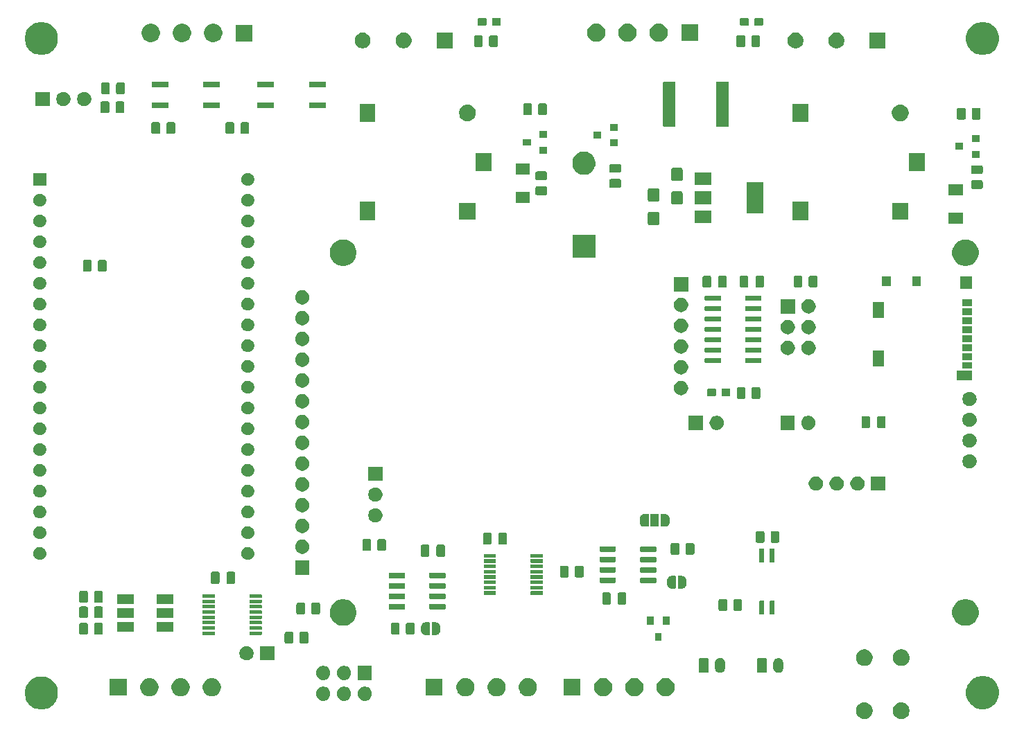
<source format=gbr>
G04 #@! TF.GenerationSoftware,KiCad,Pcbnew,(5.1.5)-3*
G04 #@! TF.CreationDate,2021-04-05T10:54:47+01:00*
G04 #@! TF.ProjectId,ControllerCircuit,436f6e74-726f-46c6-9c65-724369726375,1.1*
G04 #@! TF.SameCoordinates,Original*
G04 #@! TF.FileFunction,Soldermask,Top*
G04 #@! TF.FilePolarity,Negative*
%FSLAX46Y46*%
G04 Gerber Fmt 4.6, Leading zero omitted, Abs format (unit mm)*
G04 Created by KiCad (PCBNEW (5.1.5)-3) date 2021-04-05 10:54:47*
%MOMM*%
%LPD*%
G04 APERTURE LIST*
%ADD10C,0.100000*%
G04 APERTURE END LIST*
D10*
G36*
X197757523Y-135389198D02*
G01*
X197757525Y-135389199D01*
X197757526Y-135389199D01*
X197811896Y-135411720D01*
X197943151Y-135466088D01*
X197943152Y-135466089D01*
X198110211Y-135577713D01*
X198252287Y-135719789D01*
X198341647Y-135853527D01*
X198363912Y-135886849D01*
X198440802Y-136072477D01*
X198480000Y-136269539D01*
X198480000Y-136470461D01*
X198440802Y-136667523D01*
X198363912Y-136853151D01*
X198363911Y-136853152D01*
X198252287Y-137020211D01*
X198110211Y-137162287D01*
X197976473Y-137251647D01*
X197943151Y-137273912D01*
X197811896Y-137328280D01*
X197757526Y-137350801D01*
X197757525Y-137350801D01*
X197757523Y-137350802D01*
X197560461Y-137390000D01*
X197359539Y-137390000D01*
X197162477Y-137350802D01*
X197162475Y-137350801D01*
X197162474Y-137350801D01*
X197108104Y-137328280D01*
X196976849Y-137273912D01*
X196943527Y-137251647D01*
X196809789Y-137162287D01*
X196667713Y-137020211D01*
X196556089Y-136853152D01*
X196556088Y-136853151D01*
X196479198Y-136667523D01*
X196440000Y-136470461D01*
X196440000Y-136269539D01*
X196479198Y-136072477D01*
X196556088Y-135886849D01*
X196578353Y-135853527D01*
X196667713Y-135719789D01*
X196809789Y-135577713D01*
X196976848Y-135466089D01*
X196976849Y-135466088D01*
X197108104Y-135411720D01*
X197162474Y-135389199D01*
X197162475Y-135389199D01*
X197162477Y-135389198D01*
X197359539Y-135350000D01*
X197560461Y-135350000D01*
X197757523Y-135389198D01*
G37*
G36*
X193257523Y-135389198D02*
G01*
X193257525Y-135389199D01*
X193257526Y-135389199D01*
X193311896Y-135411720D01*
X193443151Y-135466088D01*
X193443152Y-135466089D01*
X193610211Y-135577713D01*
X193752287Y-135719789D01*
X193841647Y-135853527D01*
X193863912Y-135886849D01*
X193940802Y-136072477D01*
X193980000Y-136269539D01*
X193980000Y-136470461D01*
X193940802Y-136667523D01*
X193863912Y-136853151D01*
X193863911Y-136853152D01*
X193752287Y-137020211D01*
X193610211Y-137162287D01*
X193476473Y-137251647D01*
X193443151Y-137273912D01*
X193311896Y-137328280D01*
X193257526Y-137350801D01*
X193257525Y-137350801D01*
X193257523Y-137350802D01*
X193060461Y-137390000D01*
X192859539Y-137390000D01*
X192662477Y-137350802D01*
X192662475Y-137350801D01*
X192662474Y-137350801D01*
X192608104Y-137328280D01*
X192476849Y-137273912D01*
X192443527Y-137251647D01*
X192309789Y-137162287D01*
X192167713Y-137020211D01*
X192056089Y-136853152D01*
X192056088Y-136853151D01*
X191979198Y-136667523D01*
X191940000Y-136470461D01*
X191940000Y-136269539D01*
X191979198Y-136072477D01*
X192056088Y-135886849D01*
X192078353Y-135853527D01*
X192167713Y-135719789D01*
X192309789Y-135577713D01*
X192476848Y-135466089D01*
X192476849Y-135466088D01*
X192608104Y-135411720D01*
X192662474Y-135389199D01*
X192662475Y-135389199D01*
X192662477Y-135389198D01*
X192859539Y-135350000D01*
X193060461Y-135350000D01*
X193257523Y-135389198D01*
G37*
G36*
X93039212Y-132257627D02*
G01*
X93039214Y-132257628D01*
X93039215Y-132257628D01*
X93146887Y-132302228D01*
X93406829Y-132409899D01*
X93517220Y-132483660D01*
X93737674Y-132630962D01*
X94019038Y-132912326D01*
X94059672Y-132973140D01*
X94240101Y-133243171D01*
X94392373Y-133610788D01*
X94470000Y-134001047D01*
X94470000Y-134398953D01*
X94402319Y-134739212D01*
X94392372Y-134789215D01*
X94347773Y-134896887D01*
X94240101Y-135156829D01*
X94240100Y-135156830D01*
X94033461Y-135466089D01*
X94019037Y-135487675D01*
X93737675Y-135769037D01*
X93406829Y-135990101D01*
X93159925Y-136092372D01*
X93039215Y-136142372D01*
X93039214Y-136142372D01*
X93039212Y-136142373D01*
X92648953Y-136220000D01*
X92251047Y-136220000D01*
X91860788Y-136142373D01*
X91860786Y-136142372D01*
X91860785Y-136142372D01*
X91740075Y-136092372D01*
X91493171Y-135990101D01*
X91162325Y-135769037D01*
X90880963Y-135487675D01*
X90866540Y-135466089D01*
X90659900Y-135156830D01*
X90659899Y-135156829D01*
X90552227Y-134896887D01*
X90507628Y-134789215D01*
X90497682Y-134739212D01*
X90430000Y-134398953D01*
X90430000Y-134001047D01*
X90507627Y-133610788D01*
X90659899Y-133243171D01*
X90840328Y-132973140D01*
X90880962Y-132912326D01*
X91162326Y-132630962D01*
X91382780Y-132483660D01*
X91493171Y-132409899D01*
X91753113Y-132302228D01*
X91860785Y-132257628D01*
X91860786Y-132257628D01*
X91860788Y-132257627D01*
X92251047Y-132180000D01*
X92648953Y-132180000D01*
X93039212Y-132257627D01*
G37*
G36*
X207989212Y-132207627D02*
G01*
X207989214Y-132207628D01*
X207989215Y-132207628D01*
X208096887Y-132252228D01*
X208356829Y-132359899D01*
X208456805Y-132426701D01*
X208687674Y-132580962D01*
X208969038Y-132862326D01*
X209033059Y-132958141D01*
X209190101Y-133193171D01*
X209271502Y-133389690D01*
X209325071Y-133519016D01*
X209342373Y-133560788D01*
X209420000Y-133951047D01*
X209420000Y-134348953D01*
X209342373Y-134739212D01*
X209190101Y-135106829D01*
X209156692Y-135156829D01*
X208969038Y-135437674D01*
X208687674Y-135719038D01*
X208686550Y-135719789D01*
X208356829Y-135940101D01*
X208236118Y-135990101D01*
X207989215Y-136092372D01*
X207989214Y-136092372D01*
X207989212Y-136092373D01*
X207598953Y-136170000D01*
X207201047Y-136170000D01*
X206810788Y-136092373D01*
X206810786Y-136092372D01*
X206810785Y-136092372D01*
X206563882Y-135990101D01*
X206443171Y-135940101D01*
X206113450Y-135719789D01*
X206112326Y-135719038D01*
X205830962Y-135437674D01*
X205643308Y-135156829D01*
X205609899Y-135106829D01*
X205457627Y-134739212D01*
X205380000Y-134348953D01*
X205380000Y-133951047D01*
X205457627Y-133560788D01*
X205474930Y-133519016D01*
X205528498Y-133389690D01*
X205609899Y-133193171D01*
X205766941Y-132958141D01*
X205830962Y-132862326D01*
X206112326Y-132580962D01*
X206343195Y-132426701D01*
X206443171Y-132359899D01*
X206703113Y-132252228D01*
X206810785Y-132207628D01*
X206810786Y-132207628D01*
X206810788Y-132207627D01*
X207201047Y-132130000D01*
X207598953Y-132130000D01*
X207989212Y-132207627D01*
G37*
G36*
X127022921Y-133433373D02*
G01*
X127123770Y-133453433D01*
X127282100Y-133519016D01*
X127424593Y-133614227D01*
X127545773Y-133735407D01*
X127640984Y-133877900D01*
X127706567Y-134036230D01*
X127726627Y-134137079D01*
X127740000Y-134204310D01*
X127740000Y-134375690D01*
X127726627Y-134442921D01*
X127706567Y-134543770D01*
X127640984Y-134702100D01*
X127545773Y-134844593D01*
X127424593Y-134965773D01*
X127282100Y-135060984D01*
X127123770Y-135126567D01*
X127022921Y-135146627D01*
X126955690Y-135160000D01*
X126784310Y-135160000D01*
X126717079Y-135146627D01*
X126616230Y-135126567D01*
X126457900Y-135060984D01*
X126315407Y-134965773D01*
X126194227Y-134844593D01*
X126099016Y-134702100D01*
X126033433Y-134543770D01*
X126013373Y-134442921D01*
X126000000Y-134375690D01*
X126000000Y-134204310D01*
X126013373Y-134137079D01*
X126033433Y-134036230D01*
X126099016Y-133877900D01*
X126194227Y-133735407D01*
X126315407Y-133614227D01*
X126457900Y-133519016D01*
X126616230Y-133453433D01*
X126717079Y-133433373D01*
X126784310Y-133420000D01*
X126955690Y-133420000D01*
X127022921Y-133433373D01*
G37*
G36*
X132102921Y-133433373D02*
G01*
X132203770Y-133453433D01*
X132362100Y-133519016D01*
X132504593Y-133614227D01*
X132625773Y-133735407D01*
X132720984Y-133877900D01*
X132786567Y-134036230D01*
X132806627Y-134137079D01*
X132820000Y-134204310D01*
X132820000Y-134375690D01*
X132806627Y-134442921D01*
X132786567Y-134543770D01*
X132720984Y-134702100D01*
X132625773Y-134844593D01*
X132504593Y-134965773D01*
X132362100Y-135060984D01*
X132203770Y-135126567D01*
X132102921Y-135146627D01*
X132035690Y-135160000D01*
X131864310Y-135160000D01*
X131797079Y-135146627D01*
X131696230Y-135126567D01*
X131537900Y-135060984D01*
X131395407Y-134965773D01*
X131274227Y-134844593D01*
X131179016Y-134702100D01*
X131113433Y-134543770D01*
X131093373Y-134442921D01*
X131080000Y-134375690D01*
X131080000Y-134204310D01*
X131093373Y-134137079D01*
X131113433Y-134036230D01*
X131179016Y-133877900D01*
X131274227Y-133735407D01*
X131395407Y-133614227D01*
X131537900Y-133519016D01*
X131696230Y-133453433D01*
X131797079Y-133433373D01*
X131864310Y-133420000D01*
X132035690Y-133420000D01*
X132102921Y-133433373D01*
G37*
G36*
X129562921Y-133433373D02*
G01*
X129663770Y-133453433D01*
X129822100Y-133519016D01*
X129964593Y-133614227D01*
X130085773Y-133735407D01*
X130180984Y-133877900D01*
X130246567Y-134036230D01*
X130266627Y-134137079D01*
X130280000Y-134204310D01*
X130280000Y-134375690D01*
X130266627Y-134442921D01*
X130246567Y-134543770D01*
X130180984Y-134702100D01*
X130085773Y-134844593D01*
X129964593Y-134965773D01*
X129822100Y-135060984D01*
X129663770Y-135126567D01*
X129562921Y-135146627D01*
X129495690Y-135160000D01*
X129324310Y-135160000D01*
X129257079Y-135146627D01*
X129156230Y-135126567D01*
X128997900Y-135060984D01*
X128855407Y-134965773D01*
X128734227Y-134844593D01*
X128639016Y-134702100D01*
X128573433Y-134543770D01*
X128553373Y-134442921D01*
X128540000Y-134375690D01*
X128540000Y-134204310D01*
X128553373Y-134137079D01*
X128573433Y-134036230D01*
X128639016Y-133877900D01*
X128734227Y-133735407D01*
X128855407Y-133614227D01*
X128997900Y-133519016D01*
X129156230Y-133453433D01*
X129257079Y-133433373D01*
X129324310Y-133420000D01*
X129495690Y-133420000D01*
X129562921Y-133433373D01*
G37*
G36*
X148372378Y-132426701D02*
G01*
X148372380Y-132426702D01*
X148372381Y-132426702D01*
X148432080Y-132451430D01*
X148576205Y-132511129D01*
X148576206Y-132511130D01*
X148755550Y-132630963D01*
X148759644Y-132633699D01*
X148915647Y-132789702D01*
X149038217Y-132973141D01*
X149122645Y-133176968D01*
X149165686Y-133393350D01*
X149165686Y-133613970D01*
X149122645Y-133830352D01*
X149038217Y-134034179D01*
X148976932Y-134125898D01*
X148918094Y-134213957D01*
X148915647Y-134217618D01*
X148759644Y-134373621D01*
X148576205Y-134496191D01*
X148461339Y-134543770D01*
X148372381Y-134580618D01*
X148372380Y-134580618D01*
X148372378Y-134580619D01*
X148155996Y-134623660D01*
X147935376Y-134623660D01*
X147718994Y-134580619D01*
X147718992Y-134580618D01*
X147718991Y-134580618D01*
X147630033Y-134543770D01*
X147515167Y-134496191D01*
X147331728Y-134373621D01*
X147175725Y-134217618D01*
X147173279Y-134213957D01*
X147114440Y-134125898D01*
X147053155Y-134034179D01*
X146968727Y-133830352D01*
X146925686Y-133613970D01*
X146925686Y-133393350D01*
X146968727Y-133176968D01*
X147053155Y-132973141D01*
X147175725Y-132789702D01*
X147331728Y-132633699D01*
X147335823Y-132630963D01*
X147515166Y-132511130D01*
X147515167Y-132511129D01*
X147659292Y-132451430D01*
X147718991Y-132426702D01*
X147718992Y-132426702D01*
X147718994Y-132426701D01*
X147935376Y-132383660D01*
X148155996Y-132383660D01*
X148372378Y-132426701D01*
G37*
G36*
X152182378Y-132426701D02*
G01*
X152182380Y-132426702D01*
X152182381Y-132426702D01*
X152242080Y-132451430D01*
X152386205Y-132511129D01*
X152386206Y-132511130D01*
X152565550Y-132630963D01*
X152569644Y-132633699D01*
X152725647Y-132789702D01*
X152848217Y-132973141D01*
X152932645Y-133176968D01*
X152975686Y-133393350D01*
X152975686Y-133613970D01*
X152932645Y-133830352D01*
X152848217Y-134034179D01*
X152786932Y-134125898D01*
X152728094Y-134213957D01*
X152725647Y-134217618D01*
X152569644Y-134373621D01*
X152386205Y-134496191D01*
X152271339Y-134543770D01*
X152182381Y-134580618D01*
X152182380Y-134580618D01*
X152182378Y-134580619D01*
X151965996Y-134623660D01*
X151745376Y-134623660D01*
X151528994Y-134580619D01*
X151528992Y-134580618D01*
X151528991Y-134580618D01*
X151440033Y-134543770D01*
X151325167Y-134496191D01*
X151141728Y-134373621D01*
X150985725Y-134217618D01*
X150983279Y-134213957D01*
X150924440Y-134125898D01*
X150863155Y-134034179D01*
X150778727Y-133830352D01*
X150735686Y-133613970D01*
X150735686Y-133393350D01*
X150778727Y-133176968D01*
X150863155Y-132973141D01*
X150985725Y-132789702D01*
X151141728Y-132633699D01*
X151145823Y-132630963D01*
X151325166Y-132511130D01*
X151325167Y-132511129D01*
X151469292Y-132451430D01*
X151528991Y-132426702D01*
X151528992Y-132426702D01*
X151528994Y-132426701D01*
X151745376Y-132383660D01*
X151965996Y-132383660D01*
X152182378Y-132426701D01*
G37*
G36*
X144562378Y-132426701D02*
G01*
X144562380Y-132426702D01*
X144562381Y-132426702D01*
X144622080Y-132451430D01*
X144766205Y-132511129D01*
X144766206Y-132511130D01*
X144945550Y-132630963D01*
X144949644Y-132633699D01*
X145105647Y-132789702D01*
X145228217Y-132973141D01*
X145312645Y-133176968D01*
X145355686Y-133393350D01*
X145355686Y-133613970D01*
X145312645Y-133830352D01*
X145228217Y-134034179D01*
X145166932Y-134125898D01*
X145108094Y-134213957D01*
X145105647Y-134217618D01*
X144949644Y-134373621D01*
X144766205Y-134496191D01*
X144651339Y-134543770D01*
X144562381Y-134580618D01*
X144562380Y-134580618D01*
X144562378Y-134580619D01*
X144345996Y-134623660D01*
X144125376Y-134623660D01*
X143908994Y-134580619D01*
X143908992Y-134580618D01*
X143908991Y-134580618D01*
X143820033Y-134543770D01*
X143705167Y-134496191D01*
X143521728Y-134373621D01*
X143365725Y-134217618D01*
X143363279Y-134213957D01*
X143304440Y-134125898D01*
X143243155Y-134034179D01*
X143158727Y-133830352D01*
X143115686Y-133613970D01*
X143115686Y-133393350D01*
X143158727Y-133176968D01*
X143243155Y-132973141D01*
X143365725Y-132789702D01*
X143521728Y-132633699D01*
X143525823Y-132630963D01*
X143705166Y-132511130D01*
X143705167Y-132511129D01*
X143849292Y-132451430D01*
X143908991Y-132426702D01*
X143908992Y-132426702D01*
X143908994Y-132426701D01*
X144125376Y-132383660D01*
X144345996Y-132383660D01*
X144562378Y-132426701D01*
G37*
G36*
X105976692Y-132423041D02*
G01*
X105976694Y-132423042D01*
X105976695Y-132423042D01*
X106036394Y-132447770D01*
X106180519Y-132507469D01*
X106272238Y-132568754D01*
X106363957Y-132630038D01*
X106519962Y-132786043D01*
X106570932Y-132862325D01*
X106642531Y-132969481D01*
X106726959Y-133173308D01*
X106770000Y-133389690D01*
X106770000Y-133610310D01*
X106726959Y-133826692D01*
X106642531Y-134030519D01*
X106638715Y-134036230D01*
X106519962Y-134213957D01*
X106363957Y-134369962D01*
X106272239Y-134431246D01*
X106180519Y-134492531D01*
X106056824Y-134543767D01*
X105976695Y-134576958D01*
X105976694Y-134576958D01*
X105976692Y-134576959D01*
X105760310Y-134620000D01*
X105539690Y-134620000D01*
X105323308Y-134576959D01*
X105323306Y-134576958D01*
X105323305Y-134576958D01*
X105243176Y-134543767D01*
X105119481Y-134492531D01*
X105027761Y-134431246D01*
X104936043Y-134369962D01*
X104780038Y-134213957D01*
X104661285Y-134036230D01*
X104657469Y-134030519D01*
X104573041Y-133826692D01*
X104530000Y-133610310D01*
X104530000Y-133389690D01*
X104573041Y-133173308D01*
X104657469Y-132969481D01*
X104729068Y-132862325D01*
X104780038Y-132786043D01*
X104936043Y-132630038D01*
X105027761Y-132568754D01*
X105119481Y-132507469D01*
X105263606Y-132447770D01*
X105323305Y-132423042D01*
X105323306Y-132423042D01*
X105323308Y-132423041D01*
X105539690Y-132380000D01*
X105760310Y-132380000D01*
X105976692Y-132423041D01*
G37*
G36*
X109786692Y-132423041D02*
G01*
X109786694Y-132423042D01*
X109786695Y-132423042D01*
X109846394Y-132447770D01*
X109990519Y-132507469D01*
X110082238Y-132568754D01*
X110173957Y-132630038D01*
X110329962Y-132786043D01*
X110380932Y-132862325D01*
X110452531Y-132969481D01*
X110536959Y-133173308D01*
X110580000Y-133389690D01*
X110580000Y-133610310D01*
X110536959Y-133826692D01*
X110452531Y-134030519D01*
X110448715Y-134036230D01*
X110329962Y-134213957D01*
X110173957Y-134369962D01*
X110082239Y-134431246D01*
X109990519Y-134492531D01*
X109866824Y-134543767D01*
X109786695Y-134576958D01*
X109786694Y-134576958D01*
X109786692Y-134576959D01*
X109570310Y-134620000D01*
X109349690Y-134620000D01*
X109133308Y-134576959D01*
X109133306Y-134576958D01*
X109133305Y-134576958D01*
X109053176Y-134543767D01*
X108929481Y-134492531D01*
X108837761Y-134431246D01*
X108746043Y-134369962D01*
X108590038Y-134213957D01*
X108471285Y-134036230D01*
X108467469Y-134030519D01*
X108383041Y-133826692D01*
X108340000Y-133610310D01*
X108340000Y-133389690D01*
X108383041Y-133173308D01*
X108467469Y-132969481D01*
X108539068Y-132862325D01*
X108590038Y-132786043D01*
X108746043Y-132630038D01*
X108837761Y-132568754D01*
X108929481Y-132507469D01*
X109073606Y-132447770D01*
X109133305Y-132423042D01*
X109133306Y-132423042D01*
X109133308Y-132423041D01*
X109349690Y-132380000D01*
X109570310Y-132380000D01*
X109786692Y-132423041D01*
G37*
G36*
X113596692Y-132423041D02*
G01*
X113596694Y-132423042D01*
X113596695Y-132423042D01*
X113656394Y-132447770D01*
X113800519Y-132507469D01*
X113892238Y-132568754D01*
X113983957Y-132630038D01*
X114139962Y-132786043D01*
X114190932Y-132862325D01*
X114262531Y-132969481D01*
X114346959Y-133173308D01*
X114390000Y-133389690D01*
X114390000Y-133610310D01*
X114346959Y-133826692D01*
X114262531Y-134030519D01*
X114258715Y-134036230D01*
X114139962Y-134213957D01*
X113983957Y-134369962D01*
X113892239Y-134431246D01*
X113800519Y-134492531D01*
X113676824Y-134543767D01*
X113596695Y-134576958D01*
X113596694Y-134576958D01*
X113596692Y-134576959D01*
X113380310Y-134620000D01*
X113159690Y-134620000D01*
X112943308Y-134576959D01*
X112943306Y-134576958D01*
X112943305Y-134576958D01*
X112863176Y-134543767D01*
X112739481Y-134492531D01*
X112647761Y-134431246D01*
X112556043Y-134369962D01*
X112400038Y-134213957D01*
X112281285Y-134036230D01*
X112277469Y-134030519D01*
X112193041Y-133826692D01*
X112150000Y-133610310D01*
X112150000Y-133389690D01*
X112193041Y-133173308D01*
X112277469Y-132969481D01*
X112349068Y-132862325D01*
X112400038Y-132786043D01*
X112556043Y-132630038D01*
X112647761Y-132568754D01*
X112739481Y-132507469D01*
X112883606Y-132447770D01*
X112943305Y-132423042D01*
X112943306Y-132423042D01*
X112943308Y-132423041D01*
X113159690Y-132380000D01*
X113380310Y-132380000D01*
X113596692Y-132423041D01*
G37*
G36*
X165195712Y-132411701D02*
G01*
X165195714Y-132411702D01*
X165195715Y-132411702D01*
X165229685Y-132425773D01*
X165399539Y-132496129D01*
X165436737Y-132520984D01*
X165582977Y-132618698D01*
X165738982Y-132774703D01*
X165797529Y-132862325D01*
X165861551Y-132958141D01*
X165945979Y-133161968D01*
X165989020Y-133378350D01*
X165989020Y-133598970D01*
X165945979Y-133815352D01*
X165861551Y-134019179D01*
X165850158Y-134036230D01*
X165738982Y-134202617D01*
X165582977Y-134358622D01*
X165522620Y-134398951D01*
X165399539Y-134481191D01*
X165255414Y-134540889D01*
X165195715Y-134565618D01*
X165195714Y-134565618D01*
X165195712Y-134565619D01*
X164979330Y-134608660D01*
X164758710Y-134608660D01*
X164542328Y-134565619D01*
X164542326Y-134565618D01*
X164542325Y-134565618D01*
X164482626Y-134540889D01*
X164338501Y-134481191D01*
X164215420Y-134398951D01*
X164155063Y-134358622D01*
X163999058Y-134202617D01*
X163887882Y-134036230D01*
X163876489Y-134019179D01*
X163792061Y-133815352D01*
X163749020Y-133598970D01*
X163749020Y-133378350D01*
X163792061Y-133161968D01*
X163876489Y-132958141D01*
X163940511Y-132862325D01*
X163999058Y-132774703D01*
X164155063Y-132618698D01*
X164301303Y-132520984D01*
X164338501Y-132496129D01*
X164508355Y-132425773D01*
X164542325Y-132411702D01*
X164542326Y-132411702D01*
X164542328Y-132411701D01*
X164758710Y-132368660D01*
X164979330Y-132368660D01*
X165195712Y-132411701D01*
G37*
G36*
X161385712Y-132411701D02*
G01*
X161385714Y-132411702D01*
X161385715Y-132411702D01*
X161419685Y-132425773D01*
X161589539Y-132496129D01*
X161626737Y-132520984D01*
X161772977Y-132618698D01*
X161928982Y-132774703D01*
X161987529Y-132862325D01*
X162051551Y-132958141D01*
X162135979Y-133161968D01*
X162179020Y-133378350D01*
X162179020Y-133598970D01*
X162135979Y-133815352D01*
X162051551Y-134019179D01*
X162040158Y-134036230D01*
X161928982Y-134202617D01*
X161772977Y-134358622D01*
X161712620Y-134398951D01*
X161589539Y-134481191D01*
X161445414Y-134540889D01*
X161385715Y-134565618D01*
X161385714Y-134565618D01*
X161385712Y-134565619D01*
X161169330Y-134608660D01*
X160948710Y-134608660D01*
X160732328Y-134565619D01*
X160732326Y-134565618D01*
X160732325Y-134565618D01*
X160672626Y-134540889D01*
X160528501Y-134481191D01*
X160405420Y-134398951D01*
X160345063Y-134358622D01*
X160189058Y-134202617D01*
X160077882Y-134036230D01*
X160066489Y-134019179D01*
X159982061Y-133815352D01*
X159939020Y-133598970D01*
X159939020Y-133378350D01*
X159982061Y-133161968D01*
X160066489Y-132958141D01*
X160130511Y-132862325D01*
X160189058Y-132774703D01*
X160345063Y-132618698D01*
X160491303Y-132520984D01*
X160528501Y-132496129D01*
X160698355Y-132425773D01*
X160732325Y-132411702D01*
X160732326Y-132411702D01*
X160732328Y-132411701D01*
X160948710Y-132368660D01*
X161169330Y-132368660D01*
X161385712Y-132411701D01*
G37*
G36*
X169005712Y-132411701D02*
G01*
X169005714Y-132411702D01*
X169005715Y-132411702D01*
X169039685Y-132425773D01*
X169209539Y-132496129D01*
X169246737Y-132520984D01*
X169392977Y-132618698D01*
X169548982Y-132774703D01*
X169607529Y-132862325D01*
X169671551Y-132958141D01*
X169755979Y-133161968D01*
X169799020Y-133378350D01*
X169799020Y-133598970D01*
X169755979Y-133815352D01*
X169671551Y-134019179D01*
X169660158Y-134036230D01*
X169548982Y-134202617D01*
X169392977Y-134358622D01*
X169332620Y-134398951D01*
X169209539Y-134481191D01*
X169065414Y-134540889D01*
X169005715Y-134565618D01*
X169005714Y-134565618D01*
X169005712Y-134565619D01*
X168789330Y-134608660D01*
X168568710Y-134608660D01*
X168352328Y-134565619D01*
X168352326Y-134565618D01*
X168352325Y-134565618D01*
X168292626Y-134540889D01*
X168148501Y-134481191D01*
X168025420Y-134398951D01*
X167965063Y-134358622D01*
X167809058Y-134202617D01*
X167697882Y-134036230D01*
X167686489Y-134019179D01*
X167602061Y-133815352D01*
X167559020Y-133598970D01*
X167559020Y-133378350D01*
X167602061Y-133161968D01*
X167686489Y-132958141D01*
X167750511Y-132862325D01*
X167809058Y-132774703D01*
X167965063Y-132618698D01*
X168111303Y-132520984D01*
X168148501Y-132496129D01*
X168318355Y-132425773D01*
X168352325Y-132411702D01*
X168352326Y-132411702D01*
X168352328Y-132411701D01*
X168568710Y-132368660D01*
X168789330Y-132368660D01*
X169005712Y-132411701D01*
G37*
G36*
X141445686Y-134523660D02*
G01*
X139405686Y-134523660D01*
X139405686Y-132483660D01*
X141445686Y-132483660D01*
X141445686Y-134523660D01*
G37*
G36*
X102860000Y-134520000D02*
G01*
X100820000Y-134520000D01*
X100820000Y-132480000D01*
X102860000Y-132480000D01*
X102860000Y-134520000D01*
G37*
G36*
X158269020Y-134508660D02*
G01*
X156229020Y-134508660D01*
X156229020Y-132468660D01*
X158269020Y-132468660D01*
X158269020Y-134508660D01*
G37*
G36*
X132820000Y-132620000D02*
G01*
X131080000Y-132620000D01*
X131080000Y-130880000D01*
X132820000Y-130880000D01*
X132820000Y-132620000D01*
G37*
G36*
X129562921Y-130893373D02*
G01*
X129663770Y-130913433D01*
X129822100Y-130979016D01*
X129964593Y-131074227D01*
X130085773Y-131195407D01*
X130180984Y-131337900D01*
X130246567Y-131496230D01*
X130254304Y-131535127D01*
X130278237Y-131655445D01*
X130280000Y-131664312D01*
X130280000Y-131835688D01*
X130246567Y-132003770D01*
X130180984Y-132162100D01*
X130085773Y-132304593D01*
X129964593Y-132425773D01*
X129822100Y-132520984D01*
X129663770Y-132586567D01*
X129562921Y-132606627D01*
X129495690Y-132620000D01*
X129324310Y-132620000D01*
X129257079Y-132606627D01*
X129156230Y-132586567D01*
X128997900Y-132520984D01*
X128855407Y-132425773D01*
X128734227Y-132304593D01*
X128639016Y-132162100D01*
X128573433Y-132003770D01*
X128540000Y-131835688D01*
X128540000Y-131664312D01*
X128541764Y-131655445D01*
X128565696Y-131535127D01*
X128573433Y-131496230D01*
X128639016Y-131337900D01*
X128734227Y-131195407D01*
X128855407Y-131074227D01*
X128997900Y-130979016D01*
X129156230Y-130913433D01*
X129257079Y-130893373D01*
X129324310Y-130880000D01*
X129495690Y-130880000D01*
X129562921Y-130893373D01*
G37*
G36*
X127022921Y-130893373D02*
G01*
X127123770Y-130913433D01*
X127282100Y-130979016D01*
X127424593Y-131074227D01*
X127545773Y-131195407D01*
X127640984Y-131337900D01*
X127706567Y-131496230D01*
X127714304Y-131535127D01*
X127738237Y-131655445D01*
X127740000Y-131664312D01*
X127740000Y-131835688D01*
X127706567Y-132003770D01*
X127640984Y-132162100D01*
X127545773Y-132304593D01*
X127424593Y-132425773D01*
X127282100Y-132520984D01*
X127123770Y-132586567D01*
X127022921Y-132606627D01*
X126955690Y-132620000D01*
X126784310Y-132620000D01*
X126717079Y-132606627D01*
X126616230Y-132586567D01*
X126457900Y-132520984D01*
X126315407Y-132425773D01*
X126194227Y-132304593D01*
X126099016Y-132162100D01*
X126033433Y-132003770D01*
X126000000Y-131835688D01*
X126000000Y-131664312D01*
X126001764Y-131655445D01*
X126025696Y-131535127D01*
X126033433Y-131496230D01*
X126099016Y-131337900D01*
X126194227Y-131195407D01*
X126315407Y-131074227D01*
X126457900Y-130979016D01*
X126616230Y-130913433D01*
X126717079Y-130893373D01*
X126784310Y-130880000D01*
X126955690Y-130880000D01*
X127022921Y-130893373D01*
G37*
G36*
X182577798Y-129963571D02*
G01*
X182694672Y-129999024D01*
X182802378Y-130056594D01*
X182802380Y-130056595D01*
X182802379Y-130056595D01*
X182896787Y-130134073D01*
X182974265Y-130228480D01*
X182974266Y-130228482D01*
X183031836Y-130336187D01*
X183067289Y-130453061D01*
X183076260Y-130544146D01*
X183076260Y-131155054D01*
X183067289Y-131246139D01*
X183031836Y-131363013D01*
X182974266Y-131470719D01*
X182896787Y-131565127D01*
X182802379Y-131642606D01*
X182694673Y-131700176D01*
X182577799Y-131735629D01*
X182456260Y-131747600D01*
X182334722Y-131735629D01*
X182217848Y-131700176D01*
X182110142Y-131642606D01*
X182015734Y-131565127D01*
X182007527Y-131555127D01*
X181938256Y-131470720D01*
X181880684Y-131363011D01*
X181880683Y-131363010D01*
X181845231Y-131246139D01*
X181836260Y-131155054D01*
X181836260Y-130544147D01*
X181845231Y-130453062D01*
X181880684Y-130336188D01*
X181938254Y-130228482D01*
X181975636Y-130182932D01*
X182015733Y-130134073D01*
X182110140Y-130056595D01*
X182159402Y-130030264D01*
X182217847Y-129999024D01*
X182334721Y-129963571D01*
X182456260Y-129951600D01*
X182577798Y-129963571D01*
G37*
G36*
X180915185Y-129958918D02*
G01*
X180952614Y-129970272D01*
X180987105Y-129988707D01*
X181017339Y-130013521D01*
X181042153Y-130043755D01*
X181060588Y-130078246D01*
X181071942Y-130115675D01*
X181076260Y-130159517D01*
X181076260Y-131539683D01*
X181071942Y-131583525D01*
X181060588Y-131620954D01*
X181042153Y-131655445D01*
X181017339Y-131685679D01*
X180987105Y-131710493D01*
X180952614Y-131728928D01*
X180915185Y-131740282D01*
X180871343Y-131744600D01*
X180041177Y-131744600D01*
X179997335Y-131740282D01*
X179959906Y-131728928D01*
X179925415Y-131710493D01*
X179895181Y-131685679D01*
X179870367Y-131655445D01*
X179851932Y-131620954D01*
X179840578Y-131583525D01*
X179836260Y-131539683D01*
X179836260Y-130159517D01*
X179840578Y-130115675D01*
X179851932Y-130078246D01*
X179870367Y-130043755D01*
X179895181Y-130013521D01*
X179925415Y-129988707D01*
X179959906Y-129970272D01*
X179997335Y-129958918D01*
X180041177Y-129954600D01*
X180871343Y-129954600D01*
X180915185Y-129958918D01*
G37*
G36*
X175452258Y-129933571D02*
G01*
X175569132Y-129969024D01*
X175676838Y-130026594D01*
X175676840Y-130026595D01*
X175676839Y-130026595D01*
X175771247Y-130104073D01*
X175848725Y-130198480D01*
X175848726Y-130198482D01*
X175906296Y-130306187D01*
X175941749Y-130423061D01*
X175950720Y-130514146D01*
X175950720Y-131125054D01*
X175941749Y-131216139D01*
X175906296Y-131333013D01*
X175848726Y-131440719D01*
X175771247Y-131535127D01*
X175676839Y-131612606D01*
X175569133Y-131670176D01*
X175452259Y-131705629D01*
X175330720Y-131717600D01*
X175209182Y-131705629D01*
X175092308Y-131670176D01*
X174984602Y-131612606D01*
X174890194Y-131535127D01*
X174866837Y-131506666D01*
X174812716Y-131440720D01*
X174771179Y-131363010D01*
X174755143Y-131333010D01*
X174719691Y-131216139D01*
X174710720Y-131125054D01*
X174710720Y-130514147D01*
X174719691Y-130423062D01*
X174755144Y-130306188D01*
X174812714Y-130198482D01*
X174838119Y-130167526D01*
X174890193Y-130104073D01*
X174984600Y-130026595D01*
X175033862Y-130000264D01*
X175092307Y-129969024D01*
X175209181Y-129933571D01*
X175330720Y-129921600D01*
X175452258Y-129933571D01*
G37*
G36*
X173789645Y-129928918D02*
G01*
X173827074Y-129940272D01*
X173861565Y-129958707D01*
X173891799Y-129983521D01*
X173916613Y-130013755D01*
X173935048Y-130048246D01*
X173946402Y-130085675D01*
X173950720Y-130129517D01*
X173950720Y-131509683D01*
X173946402Y-131553525D01*
X173935048Y-131590954D01*
X173916613Y-131625445D01*
X173891799Y-131655679D01*
X173861565Y-131680493D01*
X173827074Y-131698928D01*
X173789645Y-131710282D01*
X173745803Y-131714600D01*
X172915637Y-131714600D01*
X172871795Y-131710282D01*
X172834366Y-131698928D01*
X172799875Y-131680493D01*
X172769641Y-131655679D01*
X172744827Y-131625445D01*
X172726392Y-131590954D01*
X172715038Y-131553525D01*
X172710720Y-131509683D01*
X172710720Y-130129517D01*
X172715038Y-130085675D01*
X172726392Y-130048246D01*
X172744827Y-130013755D01*
X172769641Y-129983521D01*
X172799875Y-129958707D01*
X172834366Y-129940272D01*
X172871795Y-129928918D01*
X172915637Y-129924600D01*
X173745803Y-129924600D01*
X173789645Y-129928918D01*
G37*
G36*
X193257523Y-128889198D02*
G01*
X193257525Y-128889199D01*
X193257526Y-128889199D01*
X193311896Y-128911720D01*
X193443151Y-128966088D01*
X193443152Y-128966089D01*
X193610211Y-129077713D01*
X193752287Y-129219789D01*
X193841647Y-129353527D01*
X193863912Y-129386849D01*
X193940802Y-129572477D01*
X193980000Y-129769539D01*
X193980000Y-129970461D01*
X193947456Y-130134073D01*
X193940801Y-130167526D01*
X193932914Y-130186567D01*
X193863912Y-130353151D01*
X193863911Y-130353152D01*
X193752287Y-130520211D01*
X193610211Y-130662287D01*
X193476473Y-130751647D01*
X193443151Y-130773912D01*
X193311896Y-130828280D01*
X193257526Y-130850801D01*
X193257525Y-130850801D01*
X193257523Y-130850802D01*
X193060461Y-130890000D01*
X192859539Y-130890000D01*
X192662477Y-130850802D01*
X192662475Y-130850801D01*
X192662474Y-130850801D01*
X192608104Y-130828280D01*
X192476849Y-130773912D01*
X192443527Y-130751647D01*
X192309789Y-130662287D01*
X192167713Y-130520211D01*
X192056089Y-130353152D01*
X192056088Y-130353151D01*
X191987086Y-130186567D01*
X191979199Y-130167526D01*
X191972545Y-130134073D01*
X191940000Y-129970461D01*
X191940000Y-129769539D01*
X191979198Y-129572477D01*
X192056088Y-129386849D01*
X192078353Y-129353527D01*
X192167713Y-129219789D01*
X192309789Y-129077713D01*
X192476848Y-128966089D01*
X192476849Y-128966088D01*
X192608104Y-128911720D01*
X192662474Y-128889199D01*
X192662475Y-128889199D01*
X192662477Y-128889198D01*
X192859539Y-128850000D01*
X193060461Y-128850000D01*
X193257523Y-128889198D01*
G37*
G36*
X197757523Y-128889198D02*
G01*
X197757525Y-128889199D01*
X197757526Y-128889199D01*
X197811896Y-128911720D01*
X197943151Y-128966088D01*
X197943152Y-128966089D01*
X198110211Y-129077713D01*
X198252287Y-129219789D01*
X198341647Y-129353527D01*
X198363912Y-129386849D01*
X198440802Y-129572477D01*
X198480000Y-129769539D01*
X198480000Y-129970461D01*
X198447456Y-130134073D01*
X198440801Y-130167526D01*
X198432914Y-130186567D01*
X198363912Y-130353151D01*
X198363911Y-130353152D01*
X198252287Y-130520211D01*
X198110211Y-130662287D01*
X197976473Y-130751647D01*
X197943151Y-130773912D01*
X197811896Y-130828280D01*
X197757526Y-130850801D01*
X197757525Y-130850801D01*
X197757523Y-130850802D01*
X197560461Y-130890000D01*
X197359539Y-130890000D01*
X197162477Y-130850802D01*
X197162475Y-130850801D01*
X197162474Y-130850801D01*
X197108104Y-130828280D01*
X196976849Y-130773912D01*
X196943527Y-130751647D01*
X196809789Y-130662287D01*
X196667713Y-130520211D01*
X196556089Y-130353152D01*
X196556088Y-130353151D01*
X196487086Y-130186567D01*
X196479199Y-130167526D01*
X196472545Y-130134073D01*
X196440000Y-129970461D01*
X196440000Y-129769539D01*
X196479198Y-129572477D01*
X196556088Y-129386849D01*
X196578353Y-129353527D01*
X196667713Y-129219789D01*
X196809789Y-129077713D01*
X196976848Y-128966089D01*
X196976849Y-128966088D01*
X197108104Y-128911720D01*
X197162474Y-128889199D01*
X197162475Y-128889199D01*
X197162477Y-128889198D01*
X197359539Y-128850000D01*
X197560461Y-128850000D01*
X197757523Y-128889198D01*
G37*
G36*
X117662921Y-128493373D02*
G01*
X117763770Y-128513433D01*
X117922100Y-128579016D01*
X118064593Y-128674227D01*
X118185773Y-128795407D01*
X118280984Y-128937900D01*
X118346567Y-129096230D01*
X118380000Y-129264312D01*
X118380000Y-129435688D01*
X118346567Y-129603770D01*
X118280984Y-129762100D01*
X118185773Y-129904593D01*
X118064593Y-130025773D01*
X117922100Y-130120984D01*
X117763770Y-130186567D01*
X117662921Y-130206627D01*
X117595690Y-130220000D01*
X117424310Y-130220000D01*
X117357079Y-130206627D01*
X117256230Y-130186567D01*
X117097900Y-130120984D01*
X116955407Y-130025773D01*
X116834227Y-129904593D01*
X116739016Y-129762100D01*
X116673433Y-129603770D01*
X116640000Y-129435688D01*
X116640000Y-129264312D01*
X116673433Y-129096230D01*
X116739016Y-128937900D01*
X116834227Y-128795407D01*
X116955407Y-128674227D01*
X117097900Y-128579016D01*
X117256230Y-128513433D01*
X117357079Y-128493373D01*
X117424310Y-128480000D01*
X117595690Y-128480000D01*
X117662921Y-128493373D01*
G37*
G36*
X120920000Y-130220000D02*
G01*
X119180000Y-130220000D01*
X119180000Y-128480000D01*
X120920000Y-128480000D01*
X120920000Y-130220000D01*
G37*
G36*
X123052054Y-126724482D02*
G01*
X123091084Y-126736322D01*
X123127051Y-126755546D01*
X123158579Y-126781421D01*
X123184454Y-126812949D01*
X123203678Y-126848916D01*
X123215518Y-126887946D01*
X123220000Y-126933453D01*
X123220000Y-127946547D01*
X123215518Y-127992054D01*
X123203678Y-128031084D01*
X123184454Y-128067051D01*
X123158579Y-128098579D01*
X123127051Y-128124454D01*
X123091084Y-128143678D01*
X123052054Y-128155518D01*
X123006547Y-128160000D01*
X122368453Y-128160000D01*
X122322946Y-128155518D01*
X122283916Y-128143678D01*
X122247949Y-128124454D01*
X122216421Y-128098579D01*
X122190546Y-128067051D01*
X122171322Y-128031084D01*
X122159482Y-127992054D01*
X122155000Y-127946547D01*
X122155000Y-126933453D01*
X122159482Y-126887946D01*
X122171322Y-126848916D01*
X122190546Y-126812949D01*
X122216421Y-126781421D01*
X122247949Y-126755546D01*
X122283916Y-126736322D01*
X122322946Y-126724482D01*
X122368453Y-126720000D01*
X123006547Y-126720000D01*
X123052054Y-126724482D01*
G37*
G36*
X124877054Y-126724482D02*
G01*
X124916084Y-126736322D01*
X124952051Y-126755546D01*
X124983579Y-126781421D01*
X125009454Y-126812949D01*
X125028678Y-126848916D01*
X125040518Y-126887946D01*
X125045000Y-126933453D01*
X125045000Y-127946547D01*
X125040518Y-127992054D01*
X125028678Y-128031084D01*
X125009454Y-128067051D01*
X124983579Y-128098579D01*
X124952051Y-128124454D01*
X124916084Y-128143678D01*
X124877054Y-128155518D01*
X124831547Y-128160000D01*
X124193453Y-128160000D01*
X124147946Y-128155518D01*
X124108916Y-128143678D01*
X124072949Y-128124454D01*
X124041421Y-128098579D01*
X124015546Y-128067051D01*
X123996322Y-128031084D01*
X123984482Y-127992054D01*
X123980000Y-127946547D01*
X123980000Y-126933453D01*
X123984482Y-126887946D01*
X123996322Y-126848916D01*
X124015546Y-126812949D01*
X124041421Y-126781421D01*
X124072949Y-126755546D01*
X124108916Y-126736322D01*
X124147946Y-126724482D01*
X124193453Y-126720000D01*
X124831547Y-126720000D01*
X124877054Y-126724482D01*
G37*
G36*
X168210000Y-127830000D02*
G01*
X167370000Y-127830000D01*
X167370000Y-126890000D01*
X168210000Y-126890000D01*
X168210000Y-127830000D01*
G37*
G36*
X113591214Y-126688428D02*
G01*
X113602374Y-126691813D01*
X113612666Y-126697315D01*
X113621684Y-126704716D01*
X113629085Y-126713734D01*
X113634587Y-126724026D01*
X113637972Y-126735186D01*
X113639600Y-126751717D01*
X113639600Y-127061883D01*
X113637972Y-127078414D01*
X113634587Y-127089574D01*
X113629085Y-127099866D01*
X113621684Y-127108884D01*
X113612666Y-127116285D01*
X113602374Y-127121787D01*
X113591214Y-127125172D01*
X113574683Y-127126800D01*
X112189517Y-127126800D01*
X112172986Y-127125172D01*
X112161826Y-127121787D01*
X112151534Y-127116285D01*
X112142516Y-127108884D01*
X112135115Y-127099866D01*
X112129613Y-127089574D01*
X112126228Y-127078414D01*
X112124600Y-127061883D01*
X112124600Y-126751717D01*
X112126228Y-126735186D01*
X112129613Y-126724026D01*
X112135115Y-126713734D01*
X112142516Y-126704716D01*
X112151534Y-126697315D01*
X112161826Y-126691813D01*
X112172986Y-126688428D01*
X112189517Y-126686800D01*
X113574683Y-126686800D01*
X113591214Y-126688428D01*
G37*
G36*
X119316214Y-126688428D02*
G01*
X119327374Y-126691813D01*
X119337666Y-126697315D01*
X119346684Y-126704716D01*
X119354085Y-126713734D01*
X119359587Y-126724026D01*
X119362972Y-126735186D01*
X119364600Y-126751717D01*
X119364600Y-127061883D01*
X119362972Y-127078414D01*
X119359587Y-127089574D01*
X119354085Y-127099866D01*
X119346684Y-127108884D01*
X119337666Y-127116285D01*
X119327374Y-127121787D01*
X119316214Y-127125172D01*
X119299683Y-127126800D01*
X117914517Y-127126800D01*
X117897986Y-127125172D01*
X117886826Y-127121787D01*
X117876534Y-127116285D01*
X117867516Y-127108884D01*
X117860115Y-127099866D01*
X117854613Y-127089574D01*
X117851228Y-127078414D01*
X117849600Y-127061883D01*
X117849600Y-126751717D01*
X117851228Y-126735186D01*
X117854613Y-126724026D01*
X117860115Y-126713734D01*
X117867516Y-126704716D01*
X117876534Y-126697315D01*
X117886826Y-126691813D01*
X117897986Y-126688428D01*
X117914517Y-126686800D01*
X119299683Y-126686800D01*
X119316214Y-126688428D01*
G37*
G36*
X140653722Y-125571254D02*
G01*
X140653812Y-125570342D01*
X140663824Y-125571827D01*
X140684101Y-125571827D01*
X140697833Y-125573180D01*
X140784339Y-125590387D01*
X140789054Y-125591817D01*
X140789063Y-125591819D01*
X140792833Y-125592963D01*
X140792838Y-125592965D01*
X140797562Y-125594398D01*
X140879034Y-125628144D01*
X140891217Y-125634656D01*
X140964549Y-125683654D01*
X140975222Y-125692414D01*
X141037586Y-125754778D01*
X141046346Y-125765451D01*
X141095344Y-125838783D01*
X141101856Y-125850966D01*
X141135602Y-125932438D01*
X141137035Y-125937162D01*
X141137037Y-125937167D01*
X141138181Y-125940937D01*
X141138183Y-125940946D01*
X141139613Y-125945661D01*
X141156820Y-126032167D01*
X141158173Y-126045899D01*
X141158173Y-126066176D01*
X141159658Y-126076188D01*
X141158746Y-126076278D01*
X141160581Y-126094908D01*
X141160581Y-126585092D01*
X141158746Y-126603722D01*
X141159658Y-126603812D01*
X141158173Y-126613824D01*
X141158173Y-126634101D01*
X141156820Y-126647833D01*
X141139613Y-126734339D01*
X141138183Y-126739054D01*
X141138181Y-126739063D01*
X141137037Y-126742833D01*
X141137035Y-126742838D01*
X141135602Y-126747562D01*
X141101856Y-126829034D01*
X141095344Y-126841217D01*
X141046346Y-126914549D01*
X141037586Y-126925222D01*
X140975222Y-126987586D01*
X140964549Y-126996346D01*
X140891217Y-127045344D01*
X140879034Y-127051856D01*
X140797562Y-127085602D01*
X140792838Y-127087035D01*
X140792833Y-127087037D01*
X140789063Y-127088181D01*
X140789054Y-127088183D01*
X140784339Y-127089613D01*
X140697833Y-127106820D01*
X140684101Y-127108173D01*
X140663824Y-127108173D01*
X140653812Y-127109658D01*
X140653722Y-127108746D01*
X140635092Y-127110581D01*
X140144908Y-127110581D01*
X140136083Y-127109712D01*
X140136080Y-127109711D01*
X140136079Y-127109711D01*
X140132309Y-127108567D01*
X140128835Y-127106710D01*
X140128833Y-127106709D01*
X140125789Y-127104211D01*
X140123291Y-127101167D01*
X140121434Y-127097693D01*
X140120288Y-127093917D01*
X140119419Y-127085092D01*
X140119419Y-125594908D01*
X140120288Y-125586083D01*
X140121434Y-125582307D01*
X140123291Y-125578833D01*
X140125789Y-125575789D01*
X140128833Y-125573291D01*
X140132307Y-125571434D01*
X140132309Y-125571433D01*
X140136079Y-125570289D01*
X140136080Y-125570289D01*
X140136083Y-125570288D01*
X140144908Y-125569419D01*
X140635092Y-125569419D01*
X140653722Y-125571254D01*
G37*
G36*
X139843917Y-125570288D02*
G01*
X139843920Y-125570289D01*
X139843921Y-125570289D01*
X139847691Y-125571433D01*
X139847693Y-125571434D01*
X139851167Y-125573291D01*
X139854211Y-125575789D01*
X139856709Y-125578833D01*
X139858566Y-125582307D01*
X139859712Y-125586083D01*
X139860581Y-125594908D01*
X139860581Y-127085092D01*
X139859712Y-127093917D01*
X139858566Y-127097693D01*
X139856709Y-127101167D01*
X139854211Y-127104211D01*
X139851167Y-127106709D01*
X139851165Y-127106710D01*
X139847691Y-127108567D01*
X139843921Y-127109711D01*
X139843920Y-127109711D01*
X139843917Y-127109712D01*
X139835092Y-127110581D01*
X139344908Y-127110581D01*
X139326278Y-127108746D01*
X139326188Y-127109658D01*
X139316176Y-127108173D01*
X139295899Y-127108173D01*
X139282167Y-127106820D01*
X139195661Y-127089613D01*
X139190946Y-127088183D01*
X139190937Y-127088181D01*
X139187167Y-127087037D01*
X139187162Y-127087035D01*
X139182438Y-127085602D01*
X139100966Y-127051856D01*
X139088783Y-127045344D01*
X139015451Y-126996346D01*
X139004778Y-126987586D01*
X138942414Y-126925222D01*
X138933654Y-126914549D01*
X138884656Y-126841217D01*
X138878144Y-126829034D01*
X138844398Y-126747562D01*
X138842965Y-126742838D01*
X138842963Y-126742833D01*
X138841819Y-126739063D01*
X138841817Y-126739054D01*
X138840387Y-126734339D01*
X138823180Y-126647833D01*
X138821827Y-126634101D01*
X138821827Y-126613824D01*
X138820342Y-126603812D01*
X138821254Y-126603722D01*
X138819419Y-126585092D01*
X138819419Y-126094908D01*
X138821254Y-126076278D01*
X138820342Y-126076188D01*
X138821827Y-126066176D01*
X138821827Y-126045899D01*
X138823180Y-126032167D01*
X138840387Y-125945661D01*
X138841817Y-125940946D01*
X138841819Y-125940937D01*
X138842963Y-125937167D01*
X138842965Y-125937162D01*
X138844398Y-125932438D01*
X138878144Y-125850966D01*
X138884656Y-125838783D01*
X138933654Y-125765451D01*
X138942414Y-125754778D01*
X139004778Y-125692414D01*
X139015451Y-125683654D01*
X139088783Y-125634656D01*
X139100966Y-125628144D01*
X139182438Y-125594398D01*
X139187162Y-125592965D01*
X139187167Y-125592963D01*
X139190937Y-125591819D01*
X139190946Y-125591817D01*
X139195661Y-125590387D01*
X139282167Y-125573180D01*
X139295899Y-125571827D01*
X139316176Y-125571827D01*
X139326188Y-125570342D01*
X139326278Y-125571254D01*
X139344908Y-125569419D01*
X139835092Y-125569419D01*
X139843917Y-125570288D01*
G37*
G36*
X97964294Y-125628162D02*
G01*
X98003324Y-125640002D01*
X98039291Y-125659226D01*
X98070819Y-125685101D01*
X98096694Y-125716629D01*
X98115918Y-125752596D01*
X98127758Y-125791626D01*
X98132240Y-125837133D01*
X98132240Y-126850227D01*
X98127758Y-126895734D01*
X98115918Y-126934764D01*
X98096694Y-126970731D01*
X98070819Y-127002259D01*
X98039291Y-127028134D01*
X98003324Y-127047358D01*
X97964294Y-127059198D01*
X97918787Y-127063680D01*
X97280693Y-127063680D01*
X97235186Y-127059198D01*
X97196156Y-127047358D01*
X97160189Y-127028134D01*
X97128661Y-127002259D01*
X97102786Y-126970731D01*
X97083562Y-126934764D01*
X97071722Y-126895734D01*
X97067240Y-126850227D01*
X97067240Y-125837133D01*
X97071722Y-125791626D01*
X97083562Y-125752596D01*
X97102786Y-125716629D01*
X97128661Y-125685101D01*
X97160189Y-125659226D01*
X97196156Y-125640002D01*
X97235186Y-125628162D01*
X97280693Y-125623680D01*
X97918787Y-125623680D01*
X97964294Y-125628162D01*
G37*
G36*
X99789294Y-125628162D02*
G01*
X99828324Y-125640002D01*
X99864291Y-125659226D01*
X99895819Y-125685101D01*
X99921694Y-125716629D01*
X99940918Y-125752596D01*
X99952758Y-125791626D01*
X99957240Y-125837133D01*
X99957240Y-126850227D01*
X99952758Y-126895734D01*
X99940918Y-126934764D01*
X99921694Y-126970731D01*
X99895819Y-127002259D01*
X99864291Y-127028134D01*
X99828324Y-127047358D01*
X99789294Y-127059198D01*
X99743787Y-127063680D01*
X99105693Y-127063680D01*
X99060186Y-127059198D01*
X99021156Y-127047358D01*
X98985189Y-127028134D01*
X98953661Y-127002259D01*
X98927786Y-126970731D01*
X98908562Y-126934764D01*
X98896722Y-126895734D01*
X98892240Y-126850227D01*
X98892240Y-125837133D01*
X98896722Y-125791626D01*
X98908562Y-125752596D01*
X98927786Y-125716629D01*
X98953661Y-125685101D01*
X98985189Y-125659226D01*
X99021156Y-125640002D01*
X99060186Y-125628162D01*
X99105693Y-125623680D01*
X99743787Y-125623680D01*
X99789294Y-125628162D01*
G37*
G36*
X136042054Y-125614482D02*
G01*
X136081084Y-125626322D01*
X136117051Y-125645546D01*
X136148579Y-125671421D01*
X136174454Y-125702949D01*
X136193678Y-125738916D01*
X136205518Y-125777946D01*
X136210000Y-125823453D01*
X136210000Y-126836547D01*
X136205518Y-126882054D01*
X136193678Y-126921084D01*
X136174454Y-126957051D01*
X136148579Y-126988579D01*
X136117051Y-127014454D01*
X136081084Y-127033678D01*
X136042054Y-127045518D01*
X135996547Y-127050000D01*
X135358453Y-127050000D01*
X135312946Y-127045518D01*
X135273916Y-127033678D01*
X135237949Y-127014454D01*
X135206421Y-126988579D01*
X135180546Y-126957051D01*
X135161322Y-126921084D01*
X135149482Y-126882054D01*
X135145000Y-126836547D01*
X135145000Y-125823453D01*
X135149482Y-125777946D01*
X135161322Y-125738916D01*
X135180546Y-125702949D01*
X135206421Y-125671421D01*
X135237949Y-125645546D01*
X135273916Y-125626322D01*
X135312946Y-125614482D01*
X135358453Y-125610000D01*
X135996547Y-125610000D01*
X136042054Y-125614482D01*
G37*
G36*
X137867054Y-125614482D02*
G01*
X137906084Y-125626322D01*
X137942051Y-125645546D01*
X137973579Y-125671421D01*
X137999454Y-125702949D01*
X138018678Y-125738916D01*
X138030518Y-125777946D01*
X138035000Y-125823453D01*
X138035000Y-126836547D01*
X138030518Y-126882054D01*
X138018678Y-126921084D01*
X137999454Y-126957051D01*
X137973579Y-126988579D01*
X137942051Y-127014454D01*
X137906084Y-127033678D01*
X137867054Y-127045518D01*
X137821547Y-127050000D01*
X137183453Y-127050000D01*
X137137946Y-127045518D01*
X137098916Y-127033678D01*
X137062949Y-127014454D01*
X137031421Y-126988579D01*
X137005546Y-126957051D01*
X136986322Y-126921084D01*
X136974482Y-126882054D01*
X136970000Y-126836547D01*
X136970000Y-125823453D01*
X136974482Y-125777946D01*
X136986322Y-125738916D01*
X137005546Y-125702949D01*
X137031421Y-125671421D01*
X137062949Y-125645546D01*
X137098916Y-125626322D01*
X137137946Y-125614482D01*
X137183453Y-125610000D01*
X137821547Y-125610000D01*
X137867054Y-125614482D01*
G37*
G36*
X108547240Y-126703680D02*
G01*
X106507240Y-126703680D01*
X106507240Y-125563680D01*
X108547240Y-125563680D01*
X108547240Y-126703680D01*
G37*
G36*
X103747240Y-126703680D02*
G01*
X101707240Y-126703680D01*
X101707240Y-125563680D01*
X103747240Y-125563680D01*
X103747240Y-126703680D01*
G37*
G36*
X119316214Y-126038428D02*
G01*
X119327374Y-126041813D01*
X119337666Y-126047315D01*
X119346684Y-126054716D01*
X119354085Y-126063734D01*
X119359587Y-126074026D01*
X119362972Y-126085186D01*
X119364600Y-126101717D01*
X119364600Y-126411883D01*
X119362972Y-126428414D01*
X119359587Y-126439574D01*
X119354085Y-126449866D01*
X119346684Y-126458884D01*
X119337666Y-126466285D01*
X119327374Y-126471787D01*
X119316214Y-126475172D01*
X119299683Y-126476800D01*
X117914517Y-126476800D01*
X117897986Y-126475172D01*
X117886826Y-126471787D01*
X117876534Y-126466285D01*
X117867516Y-126458884D01*
X117860115Y-126449866D01*
X117854613Y-126439574D01*
X117851228Y-126428414D01*
X117849600Y-126411883D01*
X117849600Y-126101717D01*
X117851228Y-126085186D01*
X117854613Y-126074026D01*
X117860115Y-126063734D01*
X117867516Y-126054716D01*
X117876534Y-126047315D01*
X117886826Y-126041813D01*
X117897986Y-126038428D01*
X117914517Y-126036800D01*
X119299683Y-126036800D01*
X119316214Y-126038428D01*
G37*
G36*
X113591214Y-126038428D02*
G01*
X113602374Y-126041813D01*
X113612666Y-126047315D01*
X113621684Y-126054716D01*
X113629085Y-126063734D01*
X113634587Y-126074026D01*
X113637972Y-126085186D01*
X113639600Y-126101717D01*
X113639600Y-126411883D01*
X113637972Y-126428414D01*
X113634587Y-126439574D01*
X113629085Y-126449866D01*
X113621684Y-126458884D01*
X113612666Y-126466285D01*
X113602374Y-126471787D01*
X113591214Y-126475172D01*
X113574683Y-126476800D01*
X112189517Y-126476800D01*
X112172986Y-126475172D01*
X112161826Y-126471787D01*
X112151534Y-126466285D01*
X112142516Y-126458884D01*
X112135115Y-126449866D01*
X112129613Y-126439574D01*
X112126228Y-126428414D01*
X112124600Y-126411883D01*
X112124600Y-126101717D01*
X112126228Y-126085186D01*
X112129613Y-126074026D01*
X112135115Y-126063734D01*
X112142516Y-126054716D01*
X112151534Y-126047315D01*
X112161826Y-126041813D01*
X112172986Y-126038428D01*
X112189517Y-126036800D01*
X113574683Y-126036800D01*
X113591214Y-126038428D01*
G37*
G36*
X205772536Y-122817256D02*
G01*
X205772538Y-122817257D01*
X205772539Y-122817257D01*
X205862946Y-122854705D01*
X206067358Y-122939375D01*
X206332689Y-123116664D01*
X206558336Y-123342311D01*
X206735625Y-123607642D01*
X206760401Y-123667457D01*
X206843646Y-123868427D01*
X206857744Y-123902464D01*
X206920000Y-124215444D01*
X206920000Y-124534556D01*
X206862159Y-124825340D01*
X206857743Y-124847539D01*
X206854818Y-124854601D01*
X206735625Y-125142358D01*
X206558336Y-125407689D01*
X206332689Y-125633336D01*
X206067358Y-125810625D01*
X205969966Y-125850966D01*
X205772539Y-125932743D01*
X205772538Y-125932743D01*
X205772536Y-125932744D01*
X205459556Y-125995000D01*
X205140444Y-125995000D01*
X204827464Y-125932744D01*
X204827462Y-125932743D01*
X204827461Y-125932743D01*
X204630034Y-125850966D01*
X204532642Y-125810625D01*
X204267311Y-125633336D01*
X204041664Y-125407689D01*
X203864375Y-125142358D01*
X203745182Y-124854601D01*
X203742257Y-124847539D01*
X203737841Y-124825340D01*
X203680000Y-124534556D01*
X203680000Y-124215444D01*
X203742256Y-123902464D01*
X203756355Y-123868427D01*
X203839599Y-123667457D01*
X203864375Y-123607642D01*
X204041664Y-123342311D01*
X204267311Y-123116664D01*
X204532642Y-122939375D01*
X204737054Y-122854705D01*
X204827461Y-122817257D01*
X204827462Y-122817257D01*
X204827464Y-122817256D01*
X205140444Y-122755000D01*
X205459556Y-122755000D01*
X205772536Y-122817256D01*
G37*
G36*
X129772536Y-122817256D02*
G01*
X129772538Y-122817257D01*
X129772539Y-122817257D01*
X129862946Y-122854705D01*
X130067358Y-122939375D01*
X130332689Y-123116664D01*
X130558336Y-123342311D01*
X130735625Y-123607642D01*
X130760401Y-123667457D01*
X130843646Y-123868427D01*
X130857744Y-123902464D01*
X130920000Y-124215444D01*
X130920000Y-124534556D01*
X130862159Y-124825340D01*
X130857743Y-124847539D01*
X130854818Y-124854601D01*
X130735625Y-125142358D01*
X130558336Y-125407689D01*
X130332689Y-125633336D01*
X130067358Y-125810625D01*
X129969966Y-125850966D01*
X129772539Y-125932743D01*
X129772538Y-125932743D01*
X129772536Y-125932744D01*
X129459556Y-125995000D01*
X129140444Y-125995000D01*
X128827464Y-125932744D01*
X128827462Y-125932743D01*
X128827461Y-125932743D01*
X128630034Y-125850966D01*
X128532642Y-125810625D01*
X128267311Y-125633336D01*
X128041664Y-125407689D01*
X127864375Y-125142358D01*
X127745182Y-124854601D01*
X127742257Y-124847539D01*
X127737841Y-124825340D01*
X127680000Y-124534556D01*
X127680000Y-124215444D01*
X127742256Y-123902464D01*
X127756355Y-123868427D01*
X127839599Y-123667457D01*
X127864375Y-123607642D01*
X128041664Y-123342311D01*
X128267311Y-123116664D01*
X128532642Y-122939375D01*
X128737054Y-122854705D01*
X128827461Y-122817257D01*
X128827462Y-122817257D01*
X128827464Y-122817256D01*
X129140444Y-122755000D01*
X129459556Y-122755000D01*
X129772536Y-122817256D01*
G37*
G36*
X169160000Y-125830000D02*
G01*
X168320000Y-125830000D01*
X168320000Y-124890000D01*
X169160000Y-124890000D01*
X169160000Y-125830000D01*
G37*
G36*
X167260000Y-125830000D02*
G01*
X166420000Y-125830000D01*
X166420000Y-124890000D01*
X167260000Y-124890000D01*
X167260000Y-125830000D01*
G37*
G36*
X119316214Y-125388428D02*
G01*
X119327374Y-125391813D01*
X119337666Y-125397315D01*
X119346684Y-125404716D01*
X119354085Y-125413734D01*
X119359587Y-125424026D01*
X119362972Y-125435186D01*
X119364600Y-125451717D01*
X119364600Y-125761883D01*
X119362972Y-125778414D01*
X119359587Y-125789574D01*
X119354085Y-125799866D01*
X119346684Y-125808884D01*
X119337666Y-125816285D01*
X119327374Y-125821787D01*
X119316214Y-125825172D01*
X119299683Y-125826800D01*
X117914517Y-125826800D01*
X117897986Y-125825172D01*
X117886826Y-125821787D01*
X117876534Y-125816285D01*
X117867516Y-125808884D01*
X117860115Y-125799866D01*
X117854613Y-125789574D01*
X117851228Y-125778414D01*
X117849600Y-125761883D01*
X117849600Y-125451717D01*
X117851228Y-125435186D01*
X117854613Y-125424026D01*
X117860115Y-125413734D01*
X117867516Y-125404716D01*
X117876534Y-125397315D01*
X117886826Y-125391813D01*
X117897986Y-125388428D01*
X117914517Y-125386800D01*
X119299683Y-125386800D01*
X119316214Y-125388428D01*
G37*
G36*
X113591214Y-125388428D02*
G01*
X113602374Y-125391813D01*
X113612666Y-125397315D01*
X113621684Y-125404716D01*
X113629085Y-125413734D01*
X113634587Y-125424026D01*
X113637972Y-125435186D01*
X113639600Y-125451717D01*
X113639600Y-125761883D01*
X113637972Y-125778414D01*
X113634587Y-125789574D01*
X113629085Y-125799866D01*
X113621684Y-125808884D01*
X113612666Y-125816285D01*
X113602374Y-125821787D01*
X113591214Y-125825172D01*
X113574683Y-125826800D01*
X112189517Y-125826800D01*
X112172986Y-125825172D01*
X112161826Y-125821787D01*
X112151534Y-125816285D01*
X112142516Y-125808884D01*
X112135115Y-125799866D01*
X112129613Y-125789574D01*
X112126228Y-125778414D01*
X112124600Y-125761883D01*
X112124600Y-125451717D01*
X112126228Y-125435186D01*
X112129613Y-125424026D01*
X112135115Y-125413734D01*
X112142516Y-125404716D01*
X112151534Y-125397315D01*
X112161826Y-125391813D01*
X112172986Y-125388428D01*
X112189517Y-125386800D01*
X113574683Y-125386800D01*
X113591214Y-125388428D01*
G37*
G36*
X113591214Y-124738428D02*
G01*
X113602374Y-124741813D01*
X113612666Y-124747315D01*
X113621684Y-124754716D01*
X113629085Y-124763734D01*
X113634587Y-124774026D01*
X113637972Y-124785186D01*
X113639600Y-124801717D01*
X113639600Y-125111883D01*
X113637972Y-125128414D01*
X113634587Y-125139574D01*
X113629085Y-125149866D01*
X113621684Y-125158884D01*
X113612666Y-125166285D01*
X113602374Y-125171787D01*
X113591214Y-125175172D01*
X113574683Y-125176800D01*
X112189517Y-125176800D01*
X112172986Y-125175172D01*
X112161826Y-125171787D01*
X112151534Y-125166285D01*
X112142516Y-125158884D01*
X112135115Y-125149866D01*
X112129613Y-125139574D01*
X112126228Y-125128414D01*
X112124600Y-125111883D01*
X112124600Y-124801717D01*
X112126228Y-124785186D01*
X112129613Y-124774026D01*
X112135115Y-124763734D01*
X112142516Y-124754716D01*
X112151534Y-124747315D01*
X112161826Y-124741813D01*
X112172986Y-124738428D01*
X112189517Y-124736800D01*
X113574683Y-124736800D01*
X113591214Y-124738428D01*
G37*
G36*
X119316214Y-124738428D02*
G01*
X119327374Y-124741813D01*
X119337666Y-124747315D01*
X119346684Y-124754716D01*
X119354085Y-124763734D01*
X119359587Y-124774026D01*
X119362972Y-124785186D01*
X119364600Y-124801717D01*
X119364600Y-125111883D01*
X119362972Y-125128414D01*
X119359587Y-125139574D01*
X119354085Y-125149866D01*
X119346684Y-125158884D01*
X119337666Y-125166285D01*
X119327374Y-125171787D01*
X119316214Y-125175172D01*
X119299683Y-125176800D01*
X117914517Y-125176800D01*
X117897986Y-125175172D01*
X117886826Y-125171787D01*
X117876534Y-125166285D01*
X117867516Y-125158884D01*
X117860115Y-125149866D01*
X117854613Y-125139574D01*
X117851228Y-125128414D01*
X117849600Y-125111883D01*
X117849600Y-124801717D01*
X117851228Y-124785186D01*
X117854613Y-124774026D01*
X117860115Y-124763734D01*
X117867516Y-124754716D01*
X117876534Y-124747315D01*
X117886826Y-124741813D01*
X117897986Y-124738428D01*
X117914517Y-124736800D01*
X119299683Y-124736800D01*
X119316214Y-124738428D01*
G37*
G36*
X97964294Y-123628162D02*
G01*
X98003324Y-123640002D01*
X98039291Y-123659226D01*
X98070819Y-123685101D01*
X98096694Y-123716629D01*
X98115918Y-123752596D01*
X98127758Y-123791626D01*
X98132240Y-123837133D01*
X98132240Y-124850227D01*
X98127758Y-124895734D01*
X98115918Y-124934764D01*
X98096694Y-124970731D01*
X98070819Y-125002259D01*
X98039291Y-125028134D01*
X98003324Y-125047358D01*
X97964294Y-125059198D01*
X97918787Y-125063680D01*
X97280693Y-125063680D01*
X97235186Y-125059198D01*
X97196156Y-125047358D01*
X97160189Y-125028134D01*
X97128661Y-125002259D01*
X97102786Y-124970731D01*
X97083562Y-124934764D01*
X97071722Y-124895734D01*
X97067240Y-124850227D01*
X97067240Y-123837133D01*
X97071722Y-123791626D01*
X97083562Y-123752596D01*
X97102786Y-123716629D01*
X97128661Y-123685101D01*
X97160189Y-123659226D01*
X97196156Y-123640002D01*
X97235186Y-123628162D01*
X97280693Y-123623680D01*
X97918787Y-123623680D01*
X97964294Y-123628162D01*
G37*
G36*
X99789294Y-123628162D02*
G01*
X99828324Y-123640002D01*
X99864291Y-123659226D01*
X99895819Y-123685101D01*
X99921694Y-123716629D01*
X99940918Y-123752596D01*
X99952758Y-123791626D01*
X99957240Y-123837133D01*
X99957240Y-124850227D01*
X99952758Y-124895734D01*
X99940918Y-124934764D01*
X99921694Y-124970731D01*
X99895819Y-125002259D01*
X99864291Y-125028134D01*
X99828324Y-125047358D01*
X99789294Y-125059198D01*
X99743787Y-125063680D01*
X99105693Y-125063680D01*
X99060186Y-125059198D01*
X99021156Y-125047358D01*
X98985189Y-125028134D01*
X98953661Y-125002259D01*
X98927786Y-124970731D01*
X98908562Y-124934764D01*
X98896722Y-124895734D01*
X98892240Y-124850227D01*
X98892240Y-123837133D01*
X98896722Y-123791626D01*
X98908562Y-123752596D01*
X98927786Y-123716629D01*
X98953661Y-123685101D01*
X98985189Y-123659226D01*
X99021156Y-123640002D01*
X99060186Y-123628162D01*
X99105693Y-123623680D01*
X99743787Y-123623680D01*
X99789294Y-123628162D01*
G37*
G36*
X108547240Y-125003680D02*
G01*
X106507240Y-125003680D01*
X106507240Y-123863680D01*
X108547240Y-123863680D01*
X108547240Y-125003680D01*
G37*
G36*
X103747240Y-125003680D02*
G01*
X101707240Y-125003680D01*
X101707240Y-123863680D01*
X103747240Y-123863680D01*
X103747240Y-125003680D01*
G37*
G36*
X181924684Y-122938087D02*
G01*
X181945231Y-122944320D01*
X181964162Y-122954439D01*
X181980760Y-122968060D01*
X181994381Y-122984658D01*
X182004500Y-123003589D01*
X182010733Y-123024136D01*
X182013320Y-123050407D01*
X182013320Y-124485593D01*
X182010733Y-124511864D01*
X182004500Y-124532411D01*
X181994381Y-124551342D01*
X181980760Y-124567940D01*
X181964162Y-124581561D01*
X181945231Y-124591680D01*
X181924684Y-124597913D01*
X181898413Y-124600500D01*
X181488227Y-124600500D01*
X181461956Y-124597913D01*
X181441409Y-124591680D01*
X181422478Y-124581561D01*
X181405880Y-124567940D01*
X181392259Y-124551342D01*
X181382140Y-124532411D01*
X181375907Y-124511864D01*
X181373320Y-124485593D01*
X181373320Y-123050407D01*
X181375907Y-123024136D01*
X181382140Y-123003589D01*
X181392259Y-122984658D01*
X181405880Y-122968060D01*
X181422478Y-122954439D01*
X181441409Y-122944320D01*
X181461956Y-122938087D01*
X181488227Y-122935500D01*
X181898413Y-122935500D01*
X181924684Y-122938087D01*
G37*
G36*
X180654684Y-122938087D02*
G01*
X180675231Y-122944320D01*
X180694162Y-122954439D01*
X180710760Y-122968060D01*
X180724381Y-122984658D01*
X180734500Y-123003589D01*
X180740733Y-123024136D01*
X180743320Y-123050407D01*
X180743320Y-124485593D01*
X180740733Y-124511864D01*
X180734500Y-124532411D01*
X180724381Y-124551342D01*
X180710760Y-124567940D01*
X180694162Y-124581561D01*
X180675231Y-124591680D01*
X180654684Y-124597913D01*
X180628413Y-124600500D01*
X180218227Y-124600500D01*
X180191956Y-124597913D01*
X180171409Y-124591680D01*
X180152478Y-124581561D01*
X180135880Y-124567940D01*
X180122259Y-124551342D01*
X180112140Y-124532411D01*
X180105907Y-124511864D01*
X180103320Y-124485593D01*
X180103320Y-123050407D01*
X180105907Y-123024136D01*
X180112140Y-123003589D01*
X180122259Y-122984658D01*
X180135880Y-122968060D01*
X180152478Y-122954439D01*
X180171409Y-122944320D01*
X180191956Y-122938087D01*
X180218227Y-122935500D01*
X180628413Y-122935500D01*
X180654684Y-122938087D01*
G37*
G36*
X124492054Y-123164482D02*
G01*
X124531084Y-123176322D01*
X124567051Y-123195546D01*
X124598579Y-123221421D01*
X124624454Y-123252949D01*
X124643678Y-123288916D01*
X124655518Y-123327946D01*
X124660000Y-123373453D01*
X124660000Y-124386547D01*
X124655518Y-124432054D01*
X124643678Y-124471084D01*
X124624454Y-124507051D01*
X124598579Y-124538579D01*
X124567051Y-124564454D01*
X124531084Y-124583678D01*
X124492054Y-124595518D01*
X124446547Y-124600000D01*
X123808453Y-124600000D01*
X123762946Y-124595518D01*
X123723916Y-124583678D01*
X123687949Y-124564454D01*
X123656421Y-124538579D01*
X123630546Y-124507051D01*
X123611322Y-124471084D01*
X123599482Y-124432054D01*
X123595000Y-124386547D01*
X123595000Y-123373453D01*
X123599482Y-123327946D01*
X123611322Y-123288916D01*
X123630546Y-123252949D01*
X123656421Y-123221421D01*
X123687949Y-123195546D01*
X123723916Y-123176322D01*
X123762946Y-123164482D01*
X123808453Y-123160000D01*
X124446547Y-123160000D01*
X124492054Y-123164482D01*
G37*
G36*
X126317054Y-123164482D02*
G01*
X126356084Y-123176322D01*
X126392051Y-123195546D01*
X126423579Y-123221421D01*
X126449454Y-123252949D01*
X126468678Y-123288916D01*
X126480518Y-123327946D01*
X126485000Y-123373453D01*
X126485000Y-124386547D01*
X126480518Y-124432054D01*
X126468678Y-124471084D01*
X126449454Y-124507051D01*
X126423579Y-124538579D01*
X126392051Y-124564454D01*
X126356084Y-124583678D01*
X126317054Y-124595518D01*
X126271547Y-124600000D01*
X125633453Y-124600000D01*
X125587946Y-124595518D01*
X125548916Y-124583678D01*
X125512949Y-124564454D01*
X125481421Y-124538579D01*
X125455546Y-124507051D01*
X125436322Y-124471084D01*
X125424482Y-124432054D01*
X125420000Y-124386547D01*
X125420000Y-123373453D01*
X125424482Y-123327946D01*
X125436322Y-123288916D01*
X125455546Y-123252949D01*
X125481421Y-123221421D01*
X125512949Y-123195546D01*
X125548916Y-123176322D01*
X125587946Y-123164482D01*
X125633453Y-123160000D01*
X126271547Y-123160000D01*
X126317054Y-123164482D01*
G37*
G36*
X113591214Y-124088428D02*
G01*
X113602374Y-124091813D01*
X113612666Y-124097315D01*
X113621684Y-124104716D01*
X113629085Y-124113734D01*
X113634587Y-124124026D01*
X113637972Y-124135186D01*
X113639600Y-124151717D01*
X113639600Y-124461883D01*
X113637972Y-124478414D01*
X113634587Y-124489574D01*
X113629085Y-124499866D01*
X113621684Y-124508884D01*
X113612666Y-124516285D01*
X113602374Y-124521787D01*
X113591214Y-124525172D01*
X113574683Y-124526800D01*
X112189517Y-124526800D01*
X112172986Y-124525172D01*
X112161826Y-124521787D01*
X112151534Y-124516285D01*
X112142516Y-124508884D01*
X112135115Y-124499866D01*
X112129613Y-124489574D01*
X112126228Y-124478414D01*
X112124600Y-124461883D01*
X112124600Y-124151717D01*
X112126228Y-124135186D01*
X112129613Y-124124026D01*
X112135115Y-124113734D01*
X112142516Y-124104716D01*
X112151534Y-124097315D01*
X112161826Y-124091813D01*
X112172986Y-124088428D01*
X112189517Y-124086800D01*
X113574683Y-124086800D01*
X113591214Y-124088428D01*
G37*
G36*
X119316214Y-124088428D02*
G01*
X119327374Y-124091813D01*
X119337666Y-124097315D01*
X119346684Y-124104716D01*
X119354085Y-124113734D01*
X119359587Y-124124026D01*
X119362972Y-124135186D01*
X119364600Y-124151717D01*
X119364600Y-124461883D01*
X119362972Y-124478414D01*
X119359587Y-124489574D01*
X119354085Y-124499866D01*
X119346684Y-124508884D01*
X119337666Y-124516285D01*
X119327374Y-124521787D01*
X119316214Y-124525172D01*
X119299683Y-124526800D01*
X117914517Y-124526800D01*
X117897986Y-124525172D01*
X117886826Y-124521787D01*
X117876534Y-124516285D01*
X117867516Y-124508884D01*
X117860115Y-124499866D01*
X117854613Y-124489574D01*
X117851228Y-124478414D01*
X117849600Y-124461883D01*
X117849600Y-124151717D01*
X117851228Y-124135186D01*
X117854613Y-124124026D01*
X117860115Y-124113734D01*
X117867516Y-124104716D01*
X117876534Y-124097315D01*
X117886826Y-124091813D01*
X117897986Y-124088428D01*
X117914517Y-124086800D01*
X119299683Y-124086800D01*
X119316214Y-124088428D01*
G37*
G36*
X176042054Y-122724482D02*
G01*
X176081084Y-122736322D01*
X176117051Y-122755546D01*
X176148579Y-122781421D01*
X176174454Y-122812949D01*
X176193678Y-122848916D01*
X176205518Y-122887946D01*
X176210000Y-122933453D01*
X176210000Y-123946547D01*
X176205518Y-123992054D01*
X176193678Y-124031084D01*
X176174454Y-124067051D01*
X176148579Y-124098579D01*
X176117051Y-124124454D01*
X176081084Y-124143678D01*
X176042054Y-124155518D01*
X175996547Y-124160000D01*
X175358453Y-124160000D01*
X175312946Y-124155518D01*
X175273916Y-124143678D01*
X175237949Y-124124454D01*
X175206421Y-124098579D01*
X175180546Y-124067051D01*
X175161322Y-124031084D01*
X175149482Y-123992054D01*
X175145000Y-123946547D01*
X175145000Y-122933453D01*
X175149482Y-122887946D01*
X175161322Y-122848916D01*
X175180546Y-122812949D01*
X175206421Y-122781421D01*
X175237949Y-122755546D01*
X175273916Y-122736322D01*
X175312946Y-122724482D01*
X175358453Y-122720000D01*
X175996547Y-122720000D01*
X176042054Y-122724482D01*
G37*
G36*
X177867054Y-122724482D02*
G01*
X177906084Y-122736322D01*
X177942051Y-122755546D01*
X177973579Y-122781421D01*
X177999454Y-122812949D01*
X178018678Y-122848916D01*
X178030518Y-122887946D01*
X178035000Y-122933453D01*
X178035000Y-123946547D01*
X178030518Y-123992054D01*
X178018678Y-124031084D01*
X177999454Y-124067051D01*
X177973579Y-124098579D01*
X177942051Y-124124454D01*
X177906084Y-124143678D01*
X177867054Y-124155518D01*
X177821547Y-124160000D01*
X177183453Y-124160000D01*
X177137946Y-124155518D01*
X177098916Y-124143678D01*
X177062949Y-124124454D01*
X177031421Y-124098579D01*
X177005546Y-124067051D01*
X176986322Y-124031084D01*
X176974482Y-123992054D01*
X176970000Y-123946547D01*
X176970000Y-122933453D01*
X176974482Y-122887946D01*
X176986322Y-122848916D01*
X177005546Y-122812949D01*
X177031421Y-122781421D01*
X177062949Y-122755546D01*
X177098916Y-122736322D01*
X177137946Y-122724482D01*
X177183453Y-122720000D01*
X177821547Y-122720000D01*
X177867054Y-122724482D01*
G37*
G36*
X141716344Y-123338387D02*
G01*
X141736891Y-123344620D01*
X141755822Y-123354739D01*
X141772420Y-123368360D01*
X141786041Y-123384958D01*
X141796160Y-123403889D01*
X141802393Y-123424436D01*
X141804980Y-123450707D01*
X141804980Y-123860893D01*
X141802393Y-123887164D01*
X141796160Y-123907711D01*
X141786041Y-123926642D01*
X141772420Y-123943240D01*
X141755822Y-123956861D01*
X141736891Y-123966980D01*
X141716344Y-123973213D01*
X141690073Y-123975800D01*
X139929887Y-123975800D01*
X139903616Y-123973213D01*
X139883069Y-123966980D01*
X139864138Y-123956861D01*
X139847540Y-123943240D01*
X139833919Y-123926642D01*
X139823800Y-123907711D01*
X139817567Y-123887164D01*
X139814980Y-123860893D01*
X139814980Y-123450707D01*
X139817567Y-123424436D01*
X139823800Y-123403889D01*
X139833919Y-123384958D01*
X139847540Y-123368360D01*
X139864138Y-123354739D01*
X139883069Y-123344620D01*
X139903616Y-123338387D01*
X139929887Y-123335800D01*
X141690073Y-123335800D01*
X141716344Y-123338387D01*
G37*
G36*
X136766344Y-123338387D02*
G01*
X136786891Y-123344620D01*
X136805822Y-123354739D01*
X136822420Y-123368360D01*
X136836041Y-123384958D01*
X136846160Y-123403889D01*
X136852393Y-123424436D01*
X136854980Y-123450707D01*
X136854980Y-123860893D01*
X136852393Y-123887164D01*
X136846160Y-123907711D01*
X136836041Y-123926642D01*
X136822420Y-123943240D01*
X136805822Y-123956861D01*
X136786891Y-123966980D01*
X136766344Y-123973213D01*
X136740073Y-123975800D01*
X134979887Y-123975800D01*
X134953616Y-123973213D01*
X134933069Y-123966980D01*
X134914138Y-123956861D01*
X134897540Y-123943240D01*
X134883919Y-123926642D01*
X134873800Y-123907711D01*
X134867567Y-123887164D01*
X134864980Y-123860893D01*
X134864980Y-123450707D01*
X134867567Y-123424436D01*
X134873800Y-123403889D01*
X134883919Y-123384958D01*
X134897540Y-123368360D01*
X134914138Y-123354739D01*
X134933069Y-123344620D01*
X134953616Y-123338387D01*
X134979887Y-123335800D01*
X136740073Y-123335800D01*
X136766344Y-123338387D01*
G37*
G36*
X113591214Y-123438428D02*
G01*
X113602374Y-123441813D01*
X113612666Y-123447315D01*
X113621684Y-123454716D01*
X113629085Y-123463734D01*
X113634587Y-123474026D01*
X113637972Y-123485186D01*
X113639600Y-123501717D01*
X113639600Y-123811883D01*
X113637972Y-123828414D01*
X113634587Y-123839574D01*
X113629085Y-123849866D01*
X113621684Y-123858884D01*
X113612666Y-123866285D01*
X113602374Y-123871787D01*
X113591214Y-123875172D01*
X113574683Y-123876800D01*
X112189517Y-123876800D01*
X112172986Y-123875172D01*
X112161826Y-123871787D01*
X112151534Y-123866285D01*
X112142516Y-123858884D01*
X112135115Y-123849866D01*
X112129613Y-123839574D01*
X112126228Y-123828414D01*
X112124600Y-123811883D01*
X112124600Y-123501717D01*
X112126228Y-123485186D01*
X112129613Y-123474026D01*
X112135115Y-123463734D01*
X112142516Y-123454716D01*
X112151534Y-123447315D01*
X112161826Y-123441813D01*
X112172986Y-123438428D01*
X112189517Y-123436800D01*
X113574683Y-123436800D01*
X113591214Y-123438428D01*
G37*
G36*
X119316214Y-123438428D02*
G01*
X119327374Y-123441813D01*
X119337666Y-123447315D01*
X119346684Y-123454716D01*
X119354085Y-123463734D01*
X119359587Y-123474026D01*
X119362972Y-123485186D01*
X119364600Y-123501717D01*
X119364600Y-123811883D01*
X119362972Y-123828414D01*
X119359587Y-123839574D01*
X119354085Y-123849866D01*
X119346684Y-123858884D01*
X119337666Y-123866285D01*
X119327374Y-123871787D01*
X119316214Y-123875172D01*
X119299683Y-123876800D01*
X117914517Y-123876800D01*
X117897986Y-123875172D01*
X117886826Y-123871787D01*
X117876534Y-123866285D01*
X117867516Y-123858884D01*
X117860115Y-123849866D01*
X117854613Y-123839574D01*
X117851228Y-123828414D01*
X117849600Y-123811883D01*
X117849600Y-123501717D01*
X117851228Y-123485186D01*
X117854613Y-123474026D01*
X117860115Y-123463734D01*
X117867516Y-123454716D01*
X117876534Y-123447315D01*
X117886826Y-123441813D01*
X117897986Y-123438428D01*
X117914517Y-123436800D01*
X119299683Y-123436800D01*
X119316214Y-123438428D01*
G37*
G36*
X163715815Y-121904250D02*
G01*
X163755118Y-121916172D01*
X163791339Y-121935532D01*
X163823090Y-121961590D01*
X163849148Y-121993341D01*
X163868508Y-122029562D01*
X163880430Y-122068865D01*
X163884940Y-122114649D01*
X163884940Y-123174831D01*
X163880430Y-123220615D01*
X163868508Y-123259918D01*
X163849148Y-123296139D01*
X163823090Y-123327890D01*
X163791339Y-123353948D01*
X163755118Y-123373308D01*
X163715815Y-123385230D01*
X163670031Y-123389740D01*
X163059849Y-123389740D01*
X163014065Y-123385230D01*
X162974762Y-123373308D01*
X162938541Y-123353948D01*
X162906790Y-123327890D01*
X162880732Y-123296139D01*
X162861372Y-123259918D01*
X162849450Y-123220615D01*
X162844940Y-123174831D01*
X162844940Y-122114649D01*
X162849450Y-122068865D01*
X162861372Y-122029562D01*
X162880732Y-121993341D01*
X162906790Y-121961590D01*
X162938541Y-121935532D01*
X162974762Y-121916172D01*
X163014065Y-121904250D01*
X163059849Y-121899740D01*
X163670031Y-121899740D01*
X163715815Y-121904250D01*
G37*
G36*
X161815815Y-121904250D02*
G01*
X161855118Y-121916172D01*
X161891339Y-121935532D01*
X161923090Y-121961590D01*
X161949148Y-121993341D01*
X161968508Y-122029562D01*
X161980430Y-122068865D01*
X161984940Y-122114649D01*
X161984940Y-123174831D01*
X161980430Y-123220615D01*
X161968508Y-123259918D01*
X161949148Y-123296139D01*
X161923090Y-123327890D01*
X161891339Y-123353948D01*
X161855118Y-123373308D01*
X161815815Y-123385230D01*
X161770031Y-123389740D01*
X161159849Y-123389740D01*
X161114065Y-123385230D01*
X161074762Y-123373308D01*
X161038541Y-123353948D01*
X161006790Y-123327890D01*
X160980732Y-123296139D01*
X160961372Y-123259918D01*
X160949450Y-123220615D01*
X160944940Y-123174831D01*
X160944940Y-122114649D01*
X160949450Y-122068865D01*
X160961372Y-122029562D01*
X160980732Y-121993341D01*
X161006790Y-121961590D01*
X161038541Y-121935532D01*
X161074762Y-121916172D01*
X161114065Y-121904250D01*
X161159849Y-121899740D01*
X161770031Y-121899740D01*
X161815815Y-121904250D01*
G37*
G36*
X108547240Y-123303680D02*
G01*
X106507240Y-123303680D01*
X106507240Y-122163680D01*
X108547240Y-122163680D01*
X108547240Y-123303680D01*
G37*
G36*
X103747240Y-123303680D02*
G01*
X101707240Y-123303680D01*
X101707240Y-122163680D01*
X103747240Y-122163680D01*
X103747240Y-123303680D01*
G37*
G36*
X113591214Y-122788428D02*
G01*
X113602374Y-122791813D01*
X113612666Y-122797315D01*
X113621684Y-122804716D01*
X113629085Y-122813734D01*
X113634587Y-122824026D01*
X113637972Y-122835186D01*
X113639600Y-122851717D01*
X113639600Y-123161883D01*
X113637972Y-123178414D01*
X113634587Y-123189574D01*
X113629085Y-123199866D01*
X113621684Y-123208884D01*
X113612666Y-123216285D01*
X113602374Y-123221787D01*
X113591214Y-123225172D01*
X113574683Y-123226800D01*
X112189517Y-123226800D01*
X112172986Y-123225172D01*
X112161826Y-123221787D01*
X112151534Y-123216285D01*
X112142516Y-123208884D01*
X112135115Y-123199866D01*
X112129613Y-123189574D01*
X112126228Y-123178414D01*
X112124600Y-123161883D01*
X112124600Y-122851717D01*
X112126228Y-122835186D01*
X112129613Y-122824026D01*
X112135115Y-122813734D01*
X112142516Y-122804716D01*
X112151534Y-122797315D01*
X112161826Y-122791813D01*
X112172986Y-122788428D01*
X112189517Y-122786800D01*
X113574683Y-122786800D01*
X113591214Y-122788428D01*
G37*
G36*
X119316214Y-122788428D02*
G01*
X119327374Y-122791813D01*
X119337666Y-122797315D01*
X119346684Y-122804716D01*
X119354085Y-122813734D01*
X119359587Y-122824026D01*
X119362972Y-122835186D01*
X119364600Y-122851717D01*
X119364600Y-123161883D01*
X119362972Y-123178414D01*
X119359587Y-123189574D01*
X119354085Y-123199866D01*
X119346684Y-123208884D01*
X119337666Y-123216285D01*
X119327374Y-123221787D01*
X119316214Y-123225172D01*
X119299683Y-123226800D01*
X117914517Y-123226800D01*
X117897986Y-123225172D01*
X117886826Y-123221787D01*
X117876534Y-123216285D01*
X117867516Y-123208884D01*
X117860115Y-123199866D01*
X117854613Y-123189574D01*
X117851228Y-123178414D01*
X117849600Y-123161883D01*
X117849600Y-122851717D01*
X117851228Y-122835186D01*
X117854613Y-122824026D01*
X117860115Y-122813734D01*
X117867516Y-122804716D01*
X117876534Y-122797315D01*
X117886826Y-122791813D01*
X117897986Y-122788428D01*
X117914517Y-122786800D01*
X119299683Y-122786800D01*
X119316214Y-122788428D01*
G37*
G36*
X99789294Y-121728162D02*
G01*
X99828324Y-121740002D01*
X99864291Y-121759226D01*
X99895819Y-121785101D01*
X99921694Y-121816629D01*
X99940918Y-121852596D01*
X99952758Y-121891626D01*
X99957240Y-121937133D01*
X99957240Y-122950227D01*
X99952758Y-122995734D01*
X99940918Y-123034764D01*
X99921694Y-123070731D01*
X99895819Y-123102259D01*
X99864291Y-123128134D01*
X99828324Y-123147358D01*
X99789294Y-123159198D01*
X99743787Y-123163680D01*
X99105693Y-123163680D01*
X99060186Y-123159198D01*
X99021156Y-123147358D01*
X98985189Y-123128134D01*
X98953661Y-123102259D01*
X98927786Y-123070731D01*
X98908562Y-123034764D01*
X98896722Y-122995734D01*
X98892240Y-122950227D01*
X98892240Y-121937133D01*
X98896722Y-121891626D01*
X98908562Y-121852596D01*
X98927786Y-121816629D01*
X98953661Y-121785101D01*
X98985189Y-121759226D01*
X99021156Y-121740002D01*
X99060186Y-121728162D01*
X99105693Y-121723680D01*
X99743787Y-121723680D01*
X99789294Y-121728162D01*
G37*
G36*
X97964294Y-121728162D02*
G01*
X98003324Y-121740002D01*
X98039291Y-121759226D01*
X98070819Y-121785101D01*
X98096694Y-121816629D01*
X98115918Y-121852596D01*
X98127758Y-121891626D01*
X98132240Y-121937133D01*
X98132240Y-122950227D01*
X98127758Y-122995734D01*
X98115918Y-123034764D01*
X98096694Y-123070731D01*
X98070819Y-123102259D01*
X98039291Y-123128134D01*
X98003324Y-123147358D01*
X97964294Y-123159198D01*
X97918787Y-123163680D01*
X97280693Y-123163680D01*
X97235186Y-123159198D01*
X97196156Y-123147358D01*
X97160189Y-123128134D01*
X97128661Y-123102259D01*
X97102786Y-123070731D01*
X97083562Y-123034764D01*
X97071722Y-122995734D01*
X97067240Y-122950227D01*
X97067240Y-121937133D01*
X97071722Y-121891626D01*
X97083562Y-121852596D01*
X97102786Y-121816629D01*
X97128661Y-121785101D01*
X97160189Y-121759226D01*
X97196156Y-121740002D01*
X97235186Y-121728162D01*
X97280693Y-121723680D01*
X97918787Y-121723680D01*
X97964294Y-121728162D01*
G37*
G36*
X136766344Y-122068387D02*
G01*
X136786891Y-122074620D01*
X136805822Y-122084739D01*
X136822420Y-122098360D01*
X136836041Y-122114958D01*
X136846160Y-122133889D01*
X136852393Y-122154436D01*
X136854980Y-122180707D01*
X136854980Y-122590893D01*
X136852393Y-122617164D01*
X136846160Y-122637711D01*
X136836041Y-122656642D01*
X136822420Y-122673240D01*
X136805822Y-122686861D01*
X136786891Y-122696980D01*
X136766344Y-122703213D01*
X136740073Y-122705800D01*
X134979887Y-122705800D01*
X134953616Y-122703213D01*
X134933069Y-122696980D01*
X134914138Y-122686861D01*
X134897540Y-122673240D01*
X134883919Y-122656642D01*
X134873800Y-122637711D01*
X134867567Y-122617164D01*
X134864980Y-122590893D01*
X134864980Y-122180707D01*
X134867567Y-122154436D01*
X134873800Y-122133889D01*
X134883919Y-122114958D01*
X134897540Y-122098360D01*
X134914138Y-122084739D01*
X134933069Y-122074620D01*
X134953616Y-122068387D01*
X134979887Y-122065800D01*
X136740073Y-122065800D01*
X136766344Y-122068387D01*
G37*
G36*
X141716344Y-122068387D02*
G01*
X141736891Y-122074620D01*
X141755822Y-122084739D01*
X141772420Y-122098360D01*
X141786041Y-122114958D01*
X141796160Y-122133889D01*
X141802393Y-122154436D01*
X141804980Y-122180707D01*
X141804980Y-122590893D01*
X141802393Y-122617164D01*
X141796160Y-122637711D01*
X141786041Y-122656642D01*
X141772420Y-122673240D01*
X141755822Y-122686861D01*
X141736891Y-122696980D01*
X141716344Y-122703213D01*
X141690073Y-122705800D01*
X139929887Y-122705800D01*
X139903616Y-122703213D01*
X139883069Y-122696980D01*
X139864138Y-122686861D01*
X139847540Y-122673240D01*
X139833919Y-122656642D01*
X139823800Y-122637711D01*
X139817567Y-122617164D01*
X139814980Y-122590893D01*
X139814980Y-122180707D01*
X139817567Y-122154436D01*
X139823800Y-122133889D01*
X139833919Y-122114958D01*
X139847540Y-122098360D01*
X139864138Y-122084739D01*
X139883069Y-122074620D01*
X139903616Y-122068387D01*
X139929887Y-122065800D01*
X141690073Y-122065800D01*
X141716344Y-122068387D01*
G37*
G36*
X119316214Y-122138428D02*
G01*
X119327374Y-122141813D01*
X119337666Y-122147315D01*
X119346684Y-122154716D01*
X119354085Y-122163734D01*
X119359587Y-122174026D01*
X119362972Y-122185186D01*
X119364600Y-122201717D01*
X119364600Y-122511883D01*
X119362972Y-122528414D01*
X119359587Y-122539574D01*
X119354085Y-122549866D01*
X119346684Y-122558884D01*
X119337666Y-122566285D01*
X119327374Y-122571787D01*
X119316214Y-122575172D01*
X119299683Y-122576800D01*
X117914517Y-122576800D01*
X117897986Y-122575172D01*
X117886826Y-122571787D01*
X117876534Y-122566285D01*
X117867516Y-122558884D01*
X117860115Y-122549866D01*
X117854613Y-122539574D01*
X117851228Y-122528414D01*
X117849600Y-122511883D01*
X117849600Y-122201717D01*
X117851228Y-122185186D01*
X117854613Y-122174026D01*
X117860115Y-122163734D01*
X117867516Y-122154716D01*
X117876534Y-122147315D01*
X117886826Y-122141813D01*
X117897986Y-122138428D01*
X117914517Y-122136800D01*
X119299683Y-122136800D01*
X119316214Y-122138428D01*
G37*
G36*
X113591214Y-122138428D02*
G01*
X113602374Y-122141813D01*
X113612666Y-122147315D01*
X113621684Y-122154716D01*
X113629085Y-122163734D01*
X113634587Y-122174026D01*
X113637972Y-122185186D01*
X113639600Y-122201717D01*
X113639600Y-122511883D01*
X113637972Y-122528414D01*
X113634587Y-122539574D01*
X113629085Y-122549866D01*
X113621684Y-122558884D01*
X113612666Y-122566285D01*
X113602374Y-122571787D01*
X113591214Y-122575172D01*
X113574683Y-122576800D01*
X112189517Y-122576800D01*
X112172986Y-122575172D01*
X112161826Y-122571787D01*
X112151534Y-122566285D01*
X112142516Y-122558884D01*
X112135115Y-122549866D01*
X112129613Y-122539574D01*
X112126228Y-122528414D01*
X112124600Y-122511883D01*
X112124600Y-122201717D01*
X112126228Y-122185186D01*
X112129613Y-122174026D01*
X112135115Y-122163734D01*
X112142516Y-122154716D01*
X112151534Y-122147315D01*
X112161826Y-122141813D01*
X112172986Y-122138428D01*
X112189517Y-122136800D01*
X113574683Y-122136800D01*
X113591214Y-122138428D01*
G37*
G36*
X147924294Y-121757428D02*
G01*
X147935454Y-121760813D01*
X147945746Y-121766315D01*
X147954764Y-121773716D01*
X147962165Y-121782734D01*
X147967667Y-121793026D01*
X147971052Y-121804186D01*
X147972680Y-121820717D01*
X147972680Y-122130883D01*
X147971052Y-122147414D01*
X147967667Y-122158574D01*
X147962165Y-122168866D01*
X147954764Y-122177884D01*
X147945746Y-122185285D01*
X147935454Y-122190787D01*
X147924294Y-122194172D01*
X147907763Y-122195800D01*
X146522597Y-122195800D01*
X146506066Y-122194172D01*
X146494906Y-122190787D01*
X146484614Y-122185285D01*
X146475596Y-122177884D01*
X146468195Y-122168866D01*
X146462693Y-122158574D01*
X146459308Y-122147414D01*
X146457680Y-122130883D01*
X146457680Y-121820717D01*
X146459308Y-121804186D01*
X146462693Y-121793026D01*
X146468195Y-121782734D01*
X146475596Y-121773716D01*
X146484614Y-121766315D01*
X146494906Y-121760813D01*
X146506066Y-121757428D01*
X146522597Y-121755800D01*
X147907763Y-121755800D01*
X147924294Y-121757428D01*
G37*
G36*
X153649294Y-121757428D02*
G01*
X153660454Y-121760813D01*
X153670746Y-121766315D01*
X153679764Y-121773716D01*
X153687165Y-121782734D01*
X153692667Y-121793026D01*
X153696052Y-121804186D01*
X153697680Y-121820717D01*
X153697680Y-122130883D01*
X153696052Y-122147414D01*
X153692667Y-122158574D01*
X153687165Y-122168866D01*
X153679764Y-122177884D01*
X153670746Y-122185285D01*
X153660454Y-122190787D01*
X153649294Y-122194172D01*
X153632763Y-122195800D01*
X152247597Y-122195800D01*
X152231066Y-122194172D01*
X152219906Y-122190787D01*
X152209614Y-122185285D01*
X152200596Y-122177884D01*
X152193195Y-122168866D01*
X152187693Y-122158574D01*
X152184308Y-122147414D01*
X152182680Y-122130883D01*
X152182680Y-121820717D01*
X152184308Y-121804186D01*
X152187693Y-121793026D01*
X152193195Y-121782734D01*
X152200596Y-121773716D01*
X152209614Y-121766315D01*
X152219906Y-121760813D01*
X152231066Y-121757428D01*
X152247597Y-121755800D01*
X153632763Y-121755800D01*
X153649294Y-121757428D01*
G37*
G36*
X153649294Y-121107428D02*
G01*
X153660454Y-121110813D01*
X153670746Y-121116315D01*
X153679764Y-121123716D01*
X153687165Y-121132734D01*
X153692667Y-121143026D01*
X153696052Y-121154186D01*
X153697680Y-121170717D01*
X153697680Y-121480883D01*
X153696052Y-121497414D01*
X153692667Y-121508574D01*
X153687165Y-121518866D01*
X153679764Y-121527884D01*
X153670746Y-121535285D01*
X153660454Y-121540787D01*
X153649294Y-121544172D01*
X153632763Y-121545800D01*
X152247597Y-121545800D01*
X152231066Y-121544172D01*
X152219906Y-121540787D01*
X152209614Y-121535285D01*
X152200596Y-121527884D01*
X152193195Y-121518866D01*
X152187693Y-121508574D01*
X152184308Y-121497414D01*
X152182680Y-121480883D01*
X152182680Y-121170717D01*
X152184308Y-121154186D01*
X152187693Y-121143026D01*
X152193195Y-121132734D01*
X152200596Y-121123716D01*
X152209614Y-121116315D01*
X152219906Y-121110813D01*
X152231066Y-121107428D01*
X152247597Y-121105800D01*
X153632763Y-121105800D01*
X153649294Y-121107428D01*
G37*
G36*
X147924294Y-121107428D02*
G01*
X147935454Y-121110813D01*
X147945746Y-121116315D01*
X147954764Y-121123716D01*
X147962165Y-121132734D01*
X147967667Y-121143026D01*
X147971052Y-121154186D01*
X147972680Y-121170717D01*
X147972680Y-121480883D01*
X147971052Y-121497414D01*
X147967667Y-121508574D01*
X147962165Y-121518866D01*
X147954764Y-121527884D01*
X147945746Y-121535285D01*
X147935454Y-121540787D01*
X147924294Y-121544172D01*
X147907763Y-121545800D01*
X146522597Y-121545800D01*
X146506066Y-121544172D01*
X146494906Y-121540787D01*
X146484614Y-121535285D01*
X146475596Y-121527884D01*
X146468195Y-121518866D01*
X146462693Y-121508574D01*
X146459308Y-121497414D01*
X146457680Y-121480883D01*
X146457680Y-121170717D01*
X146459308Y-121154186D01*
X146462693Y-121143026D01*
X146468195Y-121132734D01*
X146475596Y-121123716D01*
X146484614Y-121116315D01*
X146494906Y-121110813D01*
X146506066Y-121107428D01*
X146522597Y-121105800D01*
X147907763Y-121105800D01*
X147924294Y-121107428D01*
G37*
G36*
X170703722Y-119901254D02*
G01*
X170703812Y-119900342D01*
X170713824Y-119901827D01*
X170734101Y-119901827D01*
X170747833Y-119903180D01*
X170834339Y-119920387D01*
X170839054Y-119921817D01*
X170839063Y-119921819D01*
X170842833Y-119922963D01*
X170842838Y-119922965D01*
X170847562Y-119924398D01*
X170929034Y-119958144D01*
X170941217Y-119964656D01*
X171014549Y-120013654D01*
X171025222Y-120022414D01*
X171087586Y-120084778D01*
X171096346Y-120095451D01*
X171145344Y-120168783D01*
X171151856Y-120180966D01*
X171185602Y-120262438D01*
X171187035Y-120267162D01*
X171187037Y-120267167D01*
X171188181Y-120270937D01*
X171188183Y-120270946D01*
X171189613Y-120275661D01*
X171206820Y-120362167D01*
X171208173Y-120375899D01*
X171208173Y-120396176D01*
X171209658Y-120406188D01*
X171208746Y-120406278D01*
X171210581Y-120424908D01*
X171210581Y-120915092D01*
X171208746Y-120933722D01*
X171209658Y-120933812D01*
X171208173Y-120943824D01*
X171208173Y-120964101D01*
X171206820Y-120977833D01*
X171189613Y-121064339D01*
X171188183Y-121069054D01*
X171188181Y-121069063D01*
X171187037Y-121072833D01*
X171187035Y-121072838D01*
X171185602Y-121077562D01*
X171151856Y-121159034D01*
X171145344Y-121171217D01*
X171096346Y-121244549D01*
X171087586Y-121255222D01*
X171025222Y-121317586D01*
X171014549Y-121326346D01*
X170941217Y-121375344D01*
X170929034Y-121381856D01*
X170847562Y-121415602D01*
X170842838Y-121417035D01*
X170842833Y-121417037D01*
X170839063Y-121418181D01*
X170839054Y-121418183D01*
X170834339Y-121419613D01*
X170747833Y-121436820D01*
X170734101Y-121438173D01*
X170713824Y-121438173D01*
X170703812Y-121439658D01*
X170703722Y-121438746D01*
X170685092Y-121440581D01*
X170194908Y-121440581D01*
X170186083Y-121439712D01*
X170186080Y-121439711D01*
X170186079Y-121439711D01*
X170182309Y-121438567D01*
X170178835Y-121436710D01*
X170178833Y-121436709D01*
X170175789Y-121434211D01*
X170173291Y-121431167D01*
X170171434Y-121427693D01*
X170171218Y-121426980D01*
X170170289Y-121423921D01*
X170170289Y-121423920D01*
X170170288Y-121423917D01*
X170169419Y-121415092D01*
X170169419Y-119924908D01*
X170170288Y-119916083D01*
X170171434Y-119912307D01*
X170173291Y-119908833D01*
X170175789Y-119905789D01*
X170178833Y-119903291D01*
X170182307Y-119901434D01*
X170182309Y-119901433D01*
X170186079Y-119900289D01*
X170186080Y-119900289D01*
X170186083Y-119900288D01*
X170194908Y-119899419D01*
X170685092Y-119899419D01*
X170703722Y-119901254D01*
G37*
G36*
X169893917Y-119900288D02*
G01*
X169893920Y-119900289D01*
X169893921Y-119900289D01*
X169897691Y-119901433D01*
X169897693Y-119901434D01*
X169901167Y-119903291D01*
X169904211Y-119905789D01*
X169906709Y-119908833D01*
X169908566Y-119912307D01*
X169909712Y-119916083D01*
X169910581Y-119924908D01*
X169910581Y-121415092D01*
X169909712Y-121423917D01*
X169909711Y-121423920D01*
X169909711Y-121423921D01*
X169908783Y-121426980D01*
X169908566Y-121427693D01*
X169906709Y-121431167D01*
X169904211Y-121434211D01*
X169901167Y-121436709D01*
X169901165Y-121436710D01*
X169897691Y-121438567D01*
X169893921Y-121439711D01*
X169893920Y-121439711D01*
X169893917Y-121439712D01*
X169885092Y-121440581D01*
X169394908Y-121440581D01*
X169376278Y-121438746D01*
X169376188Y-121439658D01*
X169366176Y-121438173D01*
X169345899Y-121438173D01*
X169332167Y-121436820D01*
X169245661Y-121419613D01*
X169240946Y-121418183D01*
X169240937Y-121418181D01*
X169237167Y-121417037D01*
X169237162Y-121417035D01*
X169232438Y-121415602D01*
X169150966Y-121381856D01*
X169138783Y-121375344D01*
X169065451Y-121326346D01*
X169054778Y-121317586D01*
X168992414Y-121255222D01*
X168983654Y-121244549D01*
X168934656Y-121171217D01*
X168928144Y-121159034D01*
X168894398Y-121077562D01*
X168892965Y-121072838D01*
X168892963Y-121072833D01*
X168891819Y-121069063D01*
X168891817Y-121069054D01*
X168890387Y-121064339D01*
X168873180Y-120977833D01*
X168871827Y-120964101D01*
X168871827Y-120943824D01*
X168870342Y-120933812D01*
X168871254Y-120933722D01*
X168869419Y-120915092D01*
X168869419Y-120424908D01*
X168871254Y-120406278D01*
X168870342Y-120406188D01*
X168871827Y-120396176D01*
X168871827Y-120375899D01*
X168873180Y-120362167D01*
X168890387Y-120275661D01*
X168891817Y-120270946D01*
X168891819Y-120270937D01*
X168892963Y-120267167D01*
X168892965Y-120267162D01*
X168894398Y-120262438D01*
X168928144Y-120180966D01*
X168934656Y-120168783D01*
X168983654Y-120095451D01*
X168992414Y-120084778D01*
X169054778Y-120022414D01*
X169065451Y-120013654D01*
X169138783Y-119964656D01*
X169150966Y-119958144D01*
X169232438Y-119924398D01*
X169237162Y-119922965D01*
X169237167Y-119922963D01*
X169240937Y-119921819D01*
X169240946Y-119921817D01*
X169245661Y-119920387D01*
X169332167Y-119903180D01*
X169345899Y-119901827D01*
X169366176Y-119901827D01*
X169376188Y-119900342D01*
X169376278Y-119901254D01*
X169394908Y-119899419D01*
X169885092Y-119899419D01*
X169893917Y-119900288D01*
G37*
G36*
X136766344Y-120798387D02*
G01*
X136786891Y-120804620D01*
X136805822Y-120814739D01*
X136822420Y-120828360D01*
X136836041Y-120844958D01*
X136846160Y-120863889D01*
X136852393Y-120884436D01*
X136854980Y-120910707D01*
X136854980Y-121320893D01*
X136852393Y-121347164D01*
X136846160Y-121367711D01*
X136836041Y-121386642D01*
X136822420Y-121403240D01*
X136805822Y-121416861D01*
X136786891Y-121426980D01*
X136766344Y-121433213D01*
X136740073Y-121435800D01*
X134979887Y-121435800D01*
X134953616Y-121433213D01*
X134933069Y-121426980D01*
X134914138Y-121416861D01*
X134897540Y-121403240D01*
X134883919Y-121386642D01*
X134873800Y-121367711D01*
X134867567Y-121347164D01*
X134864980Y-121320893D01*
X134864980Y-120910707D01*
X134867567Y-120884436D01*
X134873800Y-120863889D01*
X134883919Y-120844958D01*
X134897540Y-120828360D01*
X134914138Y-120814739D01*
X134933069Y-120804620D01*
X134953616Y-120798387D01*
X134979887Y-120795800D01*
X136740073Y-120795800D01*
X136766344Y-120798387D01*
G37*
G36*
X141716344Y-120798387D02*
G01*
X141736891Y-120804620D01*
X141755822Y-120814739D01*
X141772420Y-120828360D01*
X141786041Y-120844958D01*
X141796160Y-120863889D01*
X141802393Y-120884436D01*
X141804980Y-120910707D01*
X141804980Y-121320893D01*
X141802393Y-121347164D01*
X141796160Y-121367711D01*
X141786041Y-121386642D01*
X141772420Y-121403240D01*
X141755822Y-121416861D01*
X141736891Y-121426980D01*
X141716344Y-121433213D01*
X141690073Y-121435800D01*
X139929887Y-121435800D01*
X139903616Y-121433213D01*
X139883069Y-121426980D01*
X139864138Y-121416861D01*
X139847540Y-121403240D01*
X139833919Y-121386642D01*
X139823800Y-121367711D01*
X139817567Y-121347164D01*
X139814980Y-121320893D01*
X139814980Y-120910707D01*
X139817567Y-120884436D01*
X139823800Y-120863889D01*
X139833919Y-120844958D01*
X139847540Y-120828360D01*
X139864138Y-120814739D01*
X139883069Y-120804620D01*
X139903616Y-120798387D01*
X139929887Y-120795800D01*
X141690073Y-120795800D01*
X141716344Y-120798387D01*
G37*
G36*
X147924294Y-120457428D02*
G01*
X147935454Y-120460813D01*
X147945746Y-120466315D01*
X147954764Y-120473716D01*
X147962165Y-120482734D01*
X147967667Y-120493026D01*
X147971052Y-120504186D01*
X147972680Y-120520717D01*
X147972680Y-120830883D01*
X147971052Y-120847414D01*
X147967667Y-120858574D01*
X147962165Y-120868866D01*
X147954764Y-120877884D01*
X147945746Y-120885285D01*
X147935454Y-120890787D01*
X147924294Y-120894172D01*
X147907763Y-120895800D01*
X146522597Y-120895800D01*
X146506066Y-120894172D01*
X146494906Y-120890787D01*
X146484614Y-120885285D01*
X146475596Y-120877884D01*
X146468195Y-120868866D01*
X146462693Y-120858574D01*
X146459308Y-120847414D01*
X146457680Y-120830883D01*
X146457680Y-120520717D01*
X146459308Y-120504186D01*
X146462693Y-120493026D01*
X146468195Y-120482734D01*
X146475596Y-120473716D01*
X146484614Y-120466315D01*
X146494906Y-120460813D01*
X146506066Y-120457428D01*
X146522597Y-120455800D01*
X147907763Y-120455800D01*
X147924294Y-120457428D01*
G37*
G36*
X153649294Y-120457428D02*
G01*
X153660454Y-120460813D01*
X153670746Y-120466315D01*
X153679764Y-120473716D01*
X153687165Y-120482734D01*
X153692667Y-120493026D01*
X153696052Y-120504186D01*
X153697680Y-120520717D01*
X153697680Y-120830883D01*
X153696052Y-120847414D01*
X153692667Y-120858574D01*
X153687165Y-120868866D01*
X153679764Y-120877884D01*
X153670746Y-120885285D01*
X153660454Y-120890787D01*
X153649294Y-120894172D01*
X153632763Y-120895800D01*
X152247597Y-120895800D01*
X152231066Y-120894172D01*
X152219906Y-120890787D01*
X152209614Y-120885285D01*
X152200596Y-120877884D01*
X152193195Y-120868866D01*
X152187693Y-120858574D01*
X152184308Y-120847414D01*
X152182680Y-120830883D01*
X152182680Y-120520717D01*
X152184308Y-120504186D01*
X152187693Y-120493026D01*
X152193195Y-120482734D01*
X152200596Y-120473716D01*
X152209614Y-120466315D01*
X152219906Y-120460813D01*
X152231066Y-120457428D01*
X152247597Y-120455800D01*
X153632763Y-120455800D01*
X153649294Y-120457428D01*
G37*
G36*
X114034615Y-119388070D02*
G01*
X114073918Y-119399992D01*
X114110139Y-119419352D01*
X114141890Y-119445410D01*
X114167948Y-119477161D01*
X114187308Y-119513382D01*
X114199230Y-119552685D01*
X114203740Y-119598469D01*
X114203740Y-120658651D01*
X114199230Y-120704435D01*
X114187308Y-120743738D01*
X114167948Y-120779959D01*
X114141890Y-120811710D01*
X114110139Y-120837768D01*
X114073918Y-120857128D01*
X114034615Y-120869050D01*
X113988831Y-120873560D01*
X113378649Y-120873560D01*
X113332865Y-120869050D01*
X113293562Y-120857128D01*
X113257341Y-120837768D01*
X113225590Y-120811710D01*
X113199532Y-120779959D01*
X113180172Y-120743738D01*
X113168250Y-120704435D01*
X113163740Y-120658651D01*
X113163740Y-119598469D01*
X113168250Y-119552685D01*
X113180172Y-119513382D01*
X113199532Y-119477161D01*
X113225590Y-119445410D01*
X113257341Y-119419352D01*
X113293562Y-119399992D01*
X113332865Y-119388070D01*
X113378649Y-119383560D01*
X113988831Y-119383560D01*
X114034615Y-119388070D01*
G37*
G36*
X115934615Y-119388070D02*
G01*
X115973918Y-119399992D01*
X116010139Y-119419352D01*
X116041890Y-119445410D01*
X116067948Y-119477161D01*
X116087308Y-119513382D01*
X116099230Y-119552685D01*
X116103740Y-119598469D01*
X116103740Y-120658651D01*
X116099230Y-120704435D01*
X116087308Y-120743738D01*
X116067948Y-120779959D01*
X116041890Y-120811710D01*
X116010139Y-120837768D01*
X115973918Y-120857128D01*
X115934615Y-120869050D01*
X115888831Y-120873560D01*
X115278649Y-120873560D01*
X115232865Y-120869050D01*
X115193562Y-120857128D01*
X115157341Y-120837768D01*
X115125590Y-120811710D01*
X115099532Y-120779959D01*
X115080172Y-120743738D01*
X115068250Y-120704435D01*
X115063740Y-120658651D01*
X115063740Y-119598469D01*
X115068250Y-119552685D01*
X115080172Y-119513382D01*
X115099532Y-119477161D01*
X115125590Y-119445410D01*
X115157341Y-119419352D01*
X115193562Y-119399992D01*
X115232865Y-119388070D01*
X115278649Y-119383560D01*
X115888831Y-119383560D01*
X115934615Y-119388070D01*
G37*
G36*
X162521364Y-120117587D02*
G01*
X162541911Y-120123820D01*
X162560842Y-120133939D01*
X162577440Y-120147560D01*
X162591061Y-120164158D01*
X162601180Y-120183089D01*
X162607413Y-120203636D01*
X162610000Y-120229907D01*
X162610000Y-120640093D01*
X162607413Y-120666364D01*
X162601180Y-120686911D01*
X162591061Y-120705842D01*
X162577440Y-120722440D01*
X162560842Y-120736061D01*
X162541911Y-120746180D01*
X162521364Y-120752413D01*
X162495093Y-120755000D01*
X160734907Y-120755000D01*
X160708636Y-120752413D01*
X160688089Y-120746180D01*
X160669158Y-120736061D01*
X160652560Y-120722440D01*
X160638939Y-120705842D01*
X160628820Y-120686911D01*
X160622587Y-120666364D01*
X160620000Y-120640093D01*
X160620000Y-120229907D01*
X160622587Y-120203636D01*
X160628820Y-120183089D01*
X160638939Y-120164158D01*
X160652560Y-120147560D01*
X160669158Y-120133939D01*
X160688089Y-120123820D01*
X160708636Y-120117587D01*
X160734907Y-120115000D01*
X162495093Y-120115000D01*
X162521364Y-120117587D01*
G37*
G36*
X167471364Y-120117587D02*
G01*
X167491911Y-120123820D01*
X167510842Y-120133939D01*
X167527440Y-120147560D01*
X167541061Y-120164158D01*
X167551180Y-120183089D01*
X167557413Y-120203636D01*
X167560000Y-120229907D01*
X167560000Y-120640093D01*
X167557413Y-120666364D01*
X167551180Y-120686911D01*
X167541061Y-120705842D01*
X167527440Y-120722440D01*
X167510842Y-120736061D01*
X167491911Y-120746180D01*
X167471364Y-120752413D01*
X167445093Y-120755000D01*
X165684907Y-120755000D01*
X165658636Y-120752413D01*
X165638089Y-120746180D01*
X165619158Y-120736061D01*
X165602560Y-120722440D01*
X165588939Y-120705842D01*
X165578820Y-120686911D01*
X165572587Y-120666364D01*
X165570000Y-120640093D01*
X165570000Y-120229907D01*
X165572587Y-120203636D01*
X165578820Y-120183089D01*
X165588939Y-120164158D01*
X165602560Y-120147560D01*
X165619158Y-120133939D01*
X165638089Y-120123820D01*
X165658636Y-120117587D01*
X165684907Y-120115000D01*
X167445093Y-120115000D01*
X167471364Y-120117587D01*
G37*
G36*
X153649294Y-119807428D02*
G01*
X153660454Y-119810813D01*
X153670746Y-119816315D01*
X153679764Y-119823716D01*
X153687165Y-119832734D01*
X153692667Y-119843026D01*
X153696052Y-119854186D01*
X153697680Y-119870717D01*
X153697680Y-120180883D01*
X153696052Y-120197414D01*
X153692667Y-120208574D01*
X153687165Y-120218866D01*
X153679764Y-120227884D01*
X153670746Y-120235285D01*
X153660454Y-120240787D01*
X153649294Y-120244172D01*
X153632763Y-120245800D01*
X152247597Y-120245800D01*
X152231066Y-120244172D01*
X152219906Y-120240787D01*
X152209614Y-120235285D01*
X152200596Y-120227884D01*
X152193195Y-120218866D01*
X152187693Y-120208574D01*
X152184308Y-120197414D01*
X152182680Y-120180883D01*
X152182680Y-119870717D01*
X152184308Y-119854186D01*
X152187693Y-119843026D01*
X152193195Y-119832734D01*
X152200596Y-119823716D01*
X152209614Y-119816315D01*
X152219906Y-119810813D01*
X152231066Y-119807428D01*
X152247597Y-119805800D01*
X153632763Y-119805800D01*
X153649294Y-119807428D01*
G37*
G36*
X147924294Y-119807428D02*
G01*
X147935454Y-119810813D01*
X147945746Y-119816315D01*
X147954764Y-119823716D01*
X147962165Y-119832734D01*
X147967667Y-119843026D01*
X147971052Y-119854186D01*
X147972680Y-119870717D01*
X147972680Y-120180883D01*
X147971052Y-120197414D01*
X147967667Y-120208574D01*
X147962165Y-120218866D01*
X147954764Y-120227884D01*
X147945746Y-120235285D01*
X147935454Y-120240787D01*
X147924294Y-120244172D01*
X147907763Y-120245800D01*
X146522597Y-120245800D01*
X146506066Y-120244172D01*
X146494906Y-120240787D01*
X146484614Y-120235285D01*
X146475596Y-120227884D01*
X146468195Y-120218866D01*
X146462693Y-120208574D01*
X146459308Y-120197414D01*
X146457680Y-120180883D01*
X146457680Y-119870717D01*
X146459308Y-119854186D01*
X146462693Y-119843026D01*
X146468195Y-119832734D01*
X146475596Y-119823716D01*
X146484614Y-119816315D01*
X146494906Y-119810813D01*
X146506066Y-119807428D01*
X146522597Y-119805800D01*
X147907763Y-119805800D01*
X147924294Y-119807428D01*
G37*
G36*
X141716344Y-119528387D02*
G01*
X141736891Y-119534620D01*
X141755822Y-119544739D01*
X141772420Y-119558360D01*
X141786041Y-119574958D01*
X141796160Y-119593889D01*
X141802393Y-119614436D01*
X141804980Y-119640707D01*
X141804980Y-120050893D01*
X141802393Y-120077164D01*
X141796160Y-120097711D01*
X141786041Y-120116642D01*
X141772420Y-120133240D01*
X141755822Y-120146861D01*
X141736891Y-120156980D01*
X141716344Y-120163213D01*
X141690073Y-120165800D01*
X139929887Y-120165800D01*
X139903616Y-120163213D01*
X139883069Y-120156980D01*
X139864138Y-120146861D01*
X139847540Y-120133240D01*
X139833919Y-120116642D01*
X139823800Y-120097711D01*
X139817567Y-120077164D01*
X139814980Y-120050893D01*
X139814980Y-119640707D01*
X139817567Y-119614436D01*
X139823800Y-119593889D01*
X139833919Y-119574958D01*
X139847540Y-119558360D01*
X139864138Y-119544739D01*
X139883069Y-119534620D01*
X139903616Y-119528387D01*
X139929887Y-119525800D01*
X141690073Y-119525800D01*
X141716344Y-119528387D01*
G37*
G36*
X136766344Y-119528387D02*
G01*
X136786891Y-119534620D01*
X136805822Y-119544739D01*
X136822420Y-119558360D01*
X136836041Y-119574958D01*
X136846160Y-119593889D01*
X136852393Y-119614436D01*
X136854980Y-119640707D01*
X136854980Y-120050893D01*
X136852393Y-120077164D01*
X136846160Y-120097711D01*
X136836041Y-120116642D01*
X136822420Y-120133240D01*
X136805822Y-120146861D01*
X136786891Y-120156980D01*
X136766344Y-120163213D01*
X136740073Y-120165800D01*
X134979887Y-120165800D01*
X134953616Y-120163213D01*
X134933069Y-120156980D01*
X134914138Y-120146861D01*
X134897540Y-120133240D01*
X134883919Y-120116642D01*
X134873800Y-120097711D01*
X134867567Y-120077164D01*
X134864980Y-120050893D01*
X134864980Y-119640707D01*
X134867567Y-119614436D01*
X134873800Y-119593889D01*
X134883919Y-119574958D01*
X134897540Y-119558360D01*
X134914138Y-119544739D01*
X134933069Y-119534620D01*
X134953616Y-119528387D01*
X134979887Y-119525800D01*
X136740073Y-119525800D01*
X136766344Y-119528387D01*
G37*
G36*
X158504054Y-118651042D02*
G01*
X158543084Y-118662882D01*
X158579051Y-118682106D01*
X158610579Y-118707981D01*
X158636454Y-118739509D01*
X158655678Y-118775476D01*
X158667518Y-118814506D01*
X158672000Y-118860013D01*
X158672000Y-119873107D01*
X158667518Y-119918614D01*
X158655678Y-119957644D01*
X158636454Y-119993611D01*
X158610579Y-120025139D01*
X158579051Y-120051014D01*
X158543084Y-120070238D01*
X158504054Y-120082078D01*
X158458547Y-120086560D01*
X157820453Y-120086560D01*
X157774946Y-120082078D01*
X157735916Y-120070238D01*
X157699949Y-120051014D01*
X157668421Y-120025139D01*
X157642546Y-119993611D01*
X157623322Y-119957644D01*
X157611482Y-119918614D01*
X157607000Y-119873107D01*
X157607000Y-118860013D01*
X157611482Y-118814506D01*
X157623322Y-118775476D01*
X157642546Y-118739509D01*
X157668421Y-118707981D01*
X157699949Y-118682106D01*
X157735916Y-118662882D01*
X157774946Y-118651042D01*
X157820453Y-118646560D01*
X158458547Y-118646560D01*
X158504054Y-118651042D01*
G37*
G36*
X156679054Y-118651042D02*
G01*
X156718084Y-118662882D01*
X156754051Y-118682106D01*
X156785579Y-118707981D01*
X156811454Y-118739509D01*
X156830678Y-118775476D01*
X156842518Y-118814506D01*
X156847000Y-118860013D01*
X156847000Y-119873107D01*
X156842518Y-119918614D01*
X156830678Y-119957644D01*
X156811454Y-119993611D01*
X156785579Y-120025139D01*
X156754051Y-120051014D01*
X156718084Y-120070238D01*
X156679054Y-120082078D01*
X156633547Y-120086560D01*
X155995453Y-120086560D01*
X155949946Y-120082078D01*
X155910916Y-120070238D01*
X155874949Y-120051014D01*
X155843421Y-120025139D01*
X155817546Y-119993611D01*
X155798322Y-119957644D01*
X155786482Y-119918614D01*
X155782000Y-119873107D01*
X155782000Y-118860013D01*
X155786482Y-118814506D01*
X155798322Y-118775476D01*
X155817546Y-118739509D01*
X155843421Y-118707981D01*
X155874949Y-118682106D01*
X155910916Y-118662882D01*
X155949946Y-118651042D01*
X155995453Y-118646560D01*
X156633547Y-118646560D01*
X156679054Y-118651042D01*
G37*
G36*
X125170000Y-119745000D02*
G01*
X123430000Y-119745000D01*
X123430000Y-118005000D01*
X125170000Y-118005000D01*
X125170000Y-119745000D01*
G37*
G36*
X153649294Y-119157428D02*
G01*
X153660454Y-119160813D01*
X153670746Y-119166315D01*
X153679764Y-119173716D01*
X153687165Y-119182734D01*
X153692667Y-119193026D01*
X153696052Y-119204186D01*
X153697680Y-119220717D01*
X153697680Y-119530883D01*
X153696052Y-119547414D01*
X153692667Y-119558574D01*
X153687165Y-119568866D01*
X153679764Y-119577884D01*
X153670746Y-119585285D01*
X153660454Y-119590787D01*
X153649294Y-119594172D01*
X153632763Y-119595800D01*
X152247597Y-119595800D01*
X152231066Y-119594172D01*
X152219906Y-119590787D01*
X152209614Y-119585285D01*
X152200596Y-119577884D01*
X152193195Y-119568866D01*
X152187693Y-119558574D01*
X152184308Y-119547414D01*
X152182680Y-119530883D01*
X152182680Y-119220717D01*
X152184308Y-119204186D01*
X152187693Y-119193026D01*
X152193195Y-119182734D01*
X152200596Y-119173716D01*
X152209614Y-119166315D01*
X152219906Y-119160813D01*
X152231066Y-119157428D01*
X152247597Y-119155800D01*
X153632763Y-119155800D01*
X153649294Y-119157428D01*
G37*
G36*
X147924294Y-119157428D02*
G01*
X147935454Y-119160813D01*
X147945746Y-119166315D01*
X147954764Y-119173716D01*
X147962165Y-119182734D01*
X147967667Y-119193026D01*
X147971052Y-119204186D01*
X147972680Y-119220717D01*
X147972680Y-119530883D01*
X147971052Y-119547414D01*
X147967667Y-119558574D01*
X147962165Y-119568866D01*
X147954764Y-119577884D01*
X147945746Y-119585285D01*
X147935454Y-119590787D01*
X147924294Y-119594172D01*
X147907763Y-119595800D01*
X146522597Y-119595800D01*
X146506066Y-119594172D01*
X146494906Y-119590787D01*
X146484614Y-119585285D01*
X146475596Y-119577884D01*
X146468195Y-119568866D01*
X146462693Y-119558574D01*
X146459308Y-119547414D01*
X146457680Y-119530883D01*
X146457680Y-119220717D01*
X146459308Y-119204186D01*
X146462693Y-119193026D01*
X146468195Y-119182734D01*
X146475596Y-119173716D01*
X146484614Y-119166315D01*
X146494906Y-119160813D01*
X146506066Y-119157428D01*
X146522597Y-119155800D01*
X147907763Y-119155800D01*
X147924294Y-119157428D01*
G37*
G36*
X167471364Y-118847587D02*
G01*
X167491911Y-118853820D01*
X167510842Y-118863939D01*
X167527440Y-118877560D01*
X167541061Y-118894158D01*
X167551180Y-118913089D01*
X167557413Y-118933636D01*
X167560000Y-118959907D01*
X167560000Y-119370093D01*
X167557413Y-119396364D01*
X167551180Y-119416911D01*
X167541061Y-119435842D01*
X167527440Y-119452440D01*
X167510842Y-119466061D01*
X167491911Y-119476180D01*
X167471364Y-119482413D01*
X167445093Y-119485000D01*
X165684907Y-119485000D01*
X165658636Y-119482413D01*
X165638089Y-119476180D01*
X165619158Y-119466061D01*
X165602560Y-119452440D01*
X165588939Y-119435842D01*
X165578820Y-119416911D01*
X165572587Y-119396364D01*
X165570000Y-119370093D01*
X165570000Y-118959907D01*
X165572587Y-118933636D01*
X165578820Y-118913089D01*
X165588939Y-118894158D01*
X165602560Y-118877560D01*
X165619158Y-118863939D01*
X165638089Y-118853820D01*
X165658636Y-118847587D01*
X165684907Y-118845000D01*
X167445093Y-118845000D01*
X167471364Y-118847587D01*
G37*
G36*
X162521364Y-118847587D02*
G01*
X162541911Y-118853820D01*
X162560842Y-118863939D01*
X162577440Y-118877560D01*
X162591061Y-118894158D01*
X162601180Y-118913089D01*
X162607413Y-118933636D01*
X162610000Y-118959907D01*
X162610000Y-119370093D01*
X162607413Y-119396364D01*
X162601180Y-119416911D01*
X162591061Y-119435842D01*
X162577440Y-119452440D01*
X162560842Y-119466061D01*
X162541911Y-119476180D01*
X162521364Y-119482413D01*
X162495093Y-119485000D01*
X160734907Y-119485000D01*
X160708636Y-119482413D01*
X160688089Y-119476180D01*
X160669158Y-119466061D01*
X160652560Y-119452440D01*
X160638939Y-119435842D01*
X160628820Y-119416911D01*
X160622587Y-119396364D01*
X160620000Y-119370093D01*
X160620000Y-118959907D01*
X160622587Y-118933636D01*
X160628820Y-118913089D01*
X160638939Y-118894158D01*
X160652560Y-118877560D01*
X160669158Y-118863939D01*
X160688089Y-118853820D01*
X160708636Y-118847587D01*
X160734907Y-118845000D01*
X162495093Y-118845000D01*
X162521364Y-118847587D01*
G37*
G36*
X147924294Y-118507428D02*
G01*
X147935454Y-118510813D01*
X147945746Y-118516315D01*
X147954764Y-118523716D01*
X147962165Y-118532734D01*
X147967667Y-118543026D01*
X147971052Y-118554186D01*
X147972680Y-118570717D01*
X147972680Y-118880883D01*
X147971052Y-118897414D01*
X147967667Y-118908574D01*
X147962165Y-118918866D01*
X147954764Y-118927884D01*
X147945746Y-118935285D01*
X147935454Y-118940787D01*
X147924294Y-118944172D01*
X147907763Y-118945800D01*
X146522597Y-118945800D01*
X146506066Y-118944172D01*
X146494906Y-118940787D01*
X146484614Y-118935285D01*
X146475596Y-118927884D01*
X146468195Y-118918866D01*
X146462693Y-118908574D01*
X146459308Y-118897414D01*
X146457680Y-118880883D01*
X146457680Y-118570717D01*
X146459308Y-118554186D01*
X146462693Y-118543026D01*
X146468195Y-118532734D01*
X146475596Y-118523716D01*
X146484614Y-118516315D01*
X146494906Y-118510813D01*
X146506066Y-118507428D01*
X146522597Y-118505800D01*
X147907763Y-118505800D01*
X147924294Y-118507428D01*
G37*
G36*
X153649294Y-118507428D02*
G01*
X153660454Y-118510813D01*
X153670746Y-118516315D01*
X153679764Y-118523716D01*
X153687165Y-118532734D01*
X153692667Y-118543026D01*
X153696052Y-118554186D01*
X153697680Y-118570717D01*
X153697680Y-118880883D01*
X153696052Y-118897414D01*
X153692667Y-118908574D01*
X153687165Y-118918866D01*
X153679764Y-118927884D01*
X153670746Y-118935285D01*
X153660454Y-118940787D01*
X153649294Y-118944172D01*
X153632763Y-118945800D01*
X152247597Y-118945800D01*
X152231066Y-118944172D01*
X152219906Y-118940787D01*
X152209614Y-118935285D01*
X152200596Y-118927884D01*
X152193195Y-118918866D01*
X152187693Y-118908574D01*
X152184308Y-118897414D01*
X152182680Y-118880883D01*
X152182680Y-118570717D01*
X152184308Y-118554186D01*
X152187693Y-118543026D01*
X152193195Y-118532734D01*
X152200596Y-118523716D01*
X152209614Y-118516315D01*
X152219906Y-118510813D01*
X152231066Y-118507428D01*
X152247597Y-118505800D01*
X153632763Y-118505800D01*
X153649294Y-118507428D01*
G37*
G36*
X147924294Y-117857428D02*
G01*
X147935454Y-117860813D01*
X147945746Y-117866315D01*
X147954764Y-117873716D01*
X147962165Y-117882734D01*
X147967667Y-117893026D01*
X147971052Y-117904186D01*
X147972680Y-117920717D01*
X147972680Y-118230883D01*
X147971052Y-118247414D01*
X147967667Y-118258574D01*
X147962165Y-118268866D01*
X147954764Y-118277884D01*
X147945746Y-118285285D01*
X147935454Y-118290787D01*
X147924294Y-118294172D01*
X147907763Y-118295800D01*
X146522597Y-118295800D01*
X146506066Y-118294172D01*
X146494906Y-118290787D01*
X146484614Y-118285285D01*
X146475596Y-118277884D01*
X146468195Y-118268866D01*
X146462693Y-118258574D01*
X146459308Y-118247414D01*
X146457680Y-118230883D01*
X146457680Y-117920717D01*
X146459308Y-117904186D01*
X146462693Y-117893026D01*
X146468195Y-117882734D01*
X146475596Y-117873716D01*
X146484614Y-117866315D01*
X146494906Y-117860813D01*
X146506066Y-117857428D01*
X146522597Y-117855800D01*
X147907763Y-117855800D01*
X147924294Y-117857428D01*
G37*
G36*
X153649294Y-117857428D02*
G01*
X153660454Y-117860813D01*
X153670746Y-117866315D01*
X153679764Y-117873716D01*
X153687165Y-117882734D01*
X153692667Y-117893026D01*
X153696052Y-117904186D01*
X153697680Y-117920717D01*
X153697680Y-118230883D01*
X153696052Y-118247414D01*
X153692667Y-118258574D01*
X153687165Y-118268866D01*
X153679764Y-118277884D01*
X153670746Y-118285285D01*
X153660454Y-118290787D01*
X153649294Y-118294172D01*
X153632763Y-118295800D01*
X152247597Y-118295800D01*
X152231066Y-118294172D01*
X152219906Y-118290787D01*
X152209614Y-118285285D01*
X152200596Y-118277884D01*
X152193195Y-118268866D01*
X152187693Y-118258574D01*
X152184308Y-118247414D01*
X152182680Y-118230883D01*
X152182680Y-117920717D01*
X152184308Y-117904186D01*
X152187693Y-117893026D01*
X152193195Y-117882734D01*
X152200596Y-117873716D01*
X152209614Y-117866315D01*
X152219906Y-117860813D01*
X152231066Y-117857428D01*
X152247597Y-117855800D01*
X153632763Y-117855800D01*
X153649294Y-117857428D01*
G37*
G36*
X180654684Y-116563087D02*
G01*
X180675231Y-116569320D01*
X180694162Y-116579439D01*
X180710760Y-116593060D01*
X180724381Y-116609658D01*
X180734500Y-116628589D01*
X180740733Y-116649136D01*
X180743320Y-116675407D01*
X180743320Y-118110593D01*
X180740733Y-118136864D01*
X180734500Y-118157411D01*
X180724381Y-118176342D01*
X180710760Y-118192940D01*
X180694162Y-118206561D01*
X180675231Y-118216680D01*
X180654684Y-118222913D01*
X180628413Y-118225500D01*
X180218227Y-118225500D01*
X180191956Y-118222913D01*
X180171409Y-118216680D01*
X180152478Y-118206561D01*
X180135880Y-118192940D01*
X180122259Y-118176342D01*
X180112140Y-118157411D01*
X180105907Y-118136864D01*
X180103320Y-118110593D01*
X180103320Y-116675407D01*
X180105907Y-116649136D01*
X180112140Y-116628589D01*
X180122259Y-116609658D01*
X180135880Y-116593060D01*
X180152478Y-116579439D01*
X180171409Y-116569320D01*
X180191956Y-116563087D01*
X180218227Y-116560500D01*
X180628413Y-116560500D01*
X180654684Y-116563087D01*
G37*
G36*
X181924684Y-116563087D02*
G01*
X181945231Y-116569320D01*
X181964162Y-116579439D01*
X181980760Y-116593060D01*
X181994381Y-116609658D01*
X182004500Y-116628589D01*
X182010733Y-116649136D01*
X182013320Y-116675407D01*
X182013320Y-118110593D01*
X182010733Y-118136864D01*
X182004500Y-118157411D01*
X181994381Y-118176342D01*
X181980760Y-118192940D01*
X181964162Y-118206561D01*
X181945231Y-118216680D01*
X181924684Y-118222913D01*
X181898413Y-118225500D01*
X181488227Y-118225500D01*
X181461956Y-118222913D01*
X181441409Y-118216680D01*
X181422478Y-118206561D01*
X181405880Y-118192940D01*
X181392259Y-118176342D01*
X181382140Y-118157411D01*
X181375907Y-118136864D01*
X181373320Y-118110593D01*
X181373320Y-116675407D01*
X181375907Y-116649136D01*
X181382140Y-116628589D01*
X181392259Y-116609658D01*
X181405880Y-116593060D01*
X181422478Y-116579439D01*
X181441409Y-116569320D01*
X181461956Y-116563087D01*
X181488227Y-116560500D01*
X181898413Y-116560500D01*
X181924684Y-116563087D01*
G37*
G36*
X162521364Y-117577587D02*
G01*
X162541911Y-117583820D01*
X162560842Y-117593939D01*
X162577440Y-117607560D01*
X162591061Y-117624158D01*
X162601180Y-117643089D01*
X162607413Y-117663636D01*
X162610000Y-117689907D01*
X162610000Y-118100093D01*
X162607413Y-118126364D01*
X162601180Y-118146911D01*
X162591061Y-118165842D01*
X162577440Y-118182440D01*
X162560842Y-118196061D01*
X162541911Y-118206180D01*
X162521364Y-118212413D01*
X162495093Y-118215000D01*
X160734907Y-118215000D01*
X160708636Y-118212413D01*
X160688089Y-118206180D01*
X160669158Y-118196061D01*
X160652560Y-118182440D01*
X160638939Y-118165842D01*
X160628820Y-118146911D01*
X160622587Y-118126364D01*
X160620000Y-118100093D01*
X160620000Y-117689907D01*
X160622587Y-117663636D01*
X160628820Y-117643089D01*
X160638939Y-117624158D01*
X160652560Y-117607560D01*
X160669158Y-117593939D01*
X160688089Y-117583820D01*
X160708636Y-117577587D01*
X160734907Y-117575000D01*
X162495093Y-117575000D01*
X162521364Y-117577587D01*
G37*
G36*
X167471364Y-117577587D02*
G01*
X167491911Y-117583820D01*
X167510842Y-117593939D01*
X167527440Y-117607560D01*
X167541061Y-117624158D01*
X167551180Y-117643089D01*
X167557413Y-117663636D01*
X167560000Y-117689907D01*
X167560000Y-118100093D01*
X167557413Y-118126364D01*
X167551180Y-118146911D01*
X167541061Y-118165842D01*
X167527440Y-118182440D01*
X167510842Y-118196061D01*
X167491911Y-118206180D01*
X167471364Y-118212413D01*
X167445093Y-118215000D01*
X165684907Y-118215000D01*
X165658636Y-118212413D01*
X165638089Y-118206180D01*
X165619158Y-118196061D01*
X165602560Y-118182440D01*
X165588939Y-118165842D01*
X165578820Y-118146911D01*
X165572587Y-118126364D01*
X165570000Y-118100093D01*
X165570000Y-117689907D01*
X165572587Y-117663636D01*
X165578820Y-117643089D01*
X165588939Y-117624158D01*
X165602560Y-117607560D01*
X165619158Y-117593939D01*
X165638089Y-117583820D01*
X165658636Y-117577587D01*
X165684907Y-117575000D01*
X167445093Y-117575000D01*
X167471364Y-117577587D01*
G37*
G36*
X92489745Y-116380743D02*
G01*
X92489747Y-116380744D01*
X92489748Y-116380744D01*
X92586185Y-116420690D01*
X92635336Y-116441049D01*
X92766364Y-116528599D01*
X92877795Y-116640030D01*
X92931563Y-116720500D01*
X92965345Y-116771058D01*
X93017033Y-116895842D01*
X93025651Y-116916649D01*
X93056394Y-117071207D01*
X93056394Y-117228793D01*
X93034097Y-117340891D01*
X93025650Y-117383354D01*
X92992991Y-117462199D01*
X92965345Y-117528942D01*
X92887057Y-117646109D01*
X92877794Y-117659971D01*
X92766365Y-117771400D01*
X92635336Y-117858951D01*
X92489748Y-117919256D01*
X92489747Y-117919256D01*
X92489745Y-117919257D01*
X92335187Y-117950000D01*
X92177601Y-117950000D01*
X92023043Y-117919257D01*
X92023041Y-117919256D01*
X92023040Y-117919256D01*
X91877452Y-117858951D01*
X91746423Y-117771400D01*
X91634994Y-117659971D01*
X91625732Y-117646109D01*
X91547443Y-117528942D01*
X91519797Y-117462199D01*
X91487138Y-117383354D01*
X91478692Y-117340891D01*
X91456394Y-117228793D01*
X91456394Y-117071207D01*
X91487137Y-116916649D01*
X91495756Y-116895842D01*
X91547443Y-116771058D01*
X91581225Y-116720500D01*
X91634993Y-116640030D01*
X91746424Y-116528599D01*
X91877452Y-116441049D01*
X91926603Y-116420690D01*
X92023040Y-116380744D01*
X92023041Y-116380744D01*
X92023043Y-116380743D01*
X92177601Y-116350000D01*
X92335187Y-116350000D01*
X92489745Y-116380743D01*
G37*
G36*
X117889745Y-116380743D02*
G01*
X117889747Y-116380744D01*
X117889748Y-116380744D01*
X117986185Y-116420690D01*
X118035336Y-116441049D01*
X118166364Y-116528599D01*
X118277795Y-116640030D01*
X118331563Y-116720500D01*
X118365345Y-116771058D01*
X118417033Y-116895842D01*
X118425651Y-116916649D01*
X118456394Y-117071207D01*
X118456394Y-117228793D01*
X118434097Y-117340891D01*
X118425650Y-117383354D01*
X118392991Y-117462199D01*
X118365345Y-117528942D01*
X118287057Y-117646109D01*
X118277794Y-117659971D01*
X118166365Y-117771400D01*
X118035336Y-117858951D01*
X117889748Y-117919256D01*
X117889747Y-117919256D01*
X117889745Y-117919257D01*
X117735187Y-117950000D01*
X117577601Y-117950000D01*
X117423043Y-117919257D01*
X117423041Y-117919256D01*
X117423040Y-117919256D01*
X117277452Y-117858951D01*
X117146423Y-117771400D01*
X117034994Y-117659971D01*
X117025732Y-117646109D01*
X116947443Y-117528942D01*
X116919797Y-117462199D01*
X116887138Y-117383354D01*
X116878692Y-117340891D01*
X116856394Y-117228793D01*
X116856394Y-117071207D01*
X116887137Y-116916649D01*
X116895756Y-116895842D01*
X116947443Y-116771058D01*
X116981225Y-116720500D01*
X117034993Y-116640030D01*
X117146424Y-116528599D01*
X117277452Y-116441049D01*
X117326603Y-116420690D01*
X117423040Y-116380744D01*
X117423041Y-116380744D01*
X117423043Y-116380743D01*
X117577601Y-116350000D01*
X117735187Y-116350000D01*
X117889745Y-116380743D01*
G37*
G36*
X147924294Y-117207428D02*
G01*
X147935454Y-117210813D01*
X147945746Y-117216315D01*
X147954764Y-117223716D01*
X147962165Y-117232734D01*
X147967667Y-117243026D01*
X147971052Y-117254186D01*
X147972680Y-117270717D01*
X147972680Y-117580883D01*
X147971052Y-117597414D01*
X147967667Y-117608574D01*
X147962165Y-117618866D01*
X147954764Y-117627884D01*
X147945746Y-117635285D01*
X147935454Y-117640787D01*
X147924294Y-117644172D01*
X147907763Y-117645800D01*
X146522597Y-117645800D01*
X146506066Y-117644172D01*
X146494906Y-117640787D01*
X146484614Y-117635285D01*
X146475596Y-117627884D01*
X146468195Y-117618866D01*
X146462693Y-117608574D01*
X146459308Y-117597414D01*
X146457680Y-117580883D01*
X146457680Y-117270717D01*
X146459308Y-117254186D01*
X146462693Y-117243026D01*
X146468195Y-117232734D01*
X146475596Y-117223716D01*
X146484614Y-117216315D01*
X146494906Y-117210813D01*
X146506066Y-117207428D01*
X146522597Y-117205800D01*
X147907763Y-117205800D01*
X147924294Y-117207428D01*
G37*
G36*
X153649294Y-117207428D02*
G01*
X153660454Y-117210813D01*
X153670746Y-117216315D01*
X153679764Y-117223716D01*
X153687165Y-117232734D01*
X153692667Y-117243026D01*
X153696052Y-117254186D01*
X153697680Y-117270717D01*
X153697680Y-117580883D01*
X153696052Y-117597414D01*
X153692667Y-117608574D01*
X153687165Y-117618866D01*
X153679764Y-117627884D01*
X153670746Y-117635285D01*
X153660454Y-117640787D01*
X153649294Y-117644172D01*
X153632763Y-117645800D01*
X152247597Y-117645800D01*
X152231066Y-117644172D01*
X152219906Y-117640787D01*
X152209614Y-117635285D01*
X152200596Y-117627884D01*
X152193195Y-117618866D01*
X152187693Y-117608574D01*
X152184308Y-117597414D01*
X152182680Y-117580883D01*
X152182680Y-117270717D01*
X152184308Y-117254186D01*
X152187693Y-117243026D01*
X152193195Y-117232734D01*
X152200596Y-117223716D01*
X152209614Y-117216315D01*
X152219906Y-117210813D01*
X152231066Y-117207428D01*
X152247597Y-117205800D01*
X153632763Y-117205800D01*
X153649294Y-117207428D01*
G37*
G36*
X139669855Y-116070310D02*
G01*
X139709158Y-116082232D01*
X139745379Y-116101592D01*
X139777130Y-116127650D01*
X139803188Y-116159401D01*
X139822548Y-116195622D01*
X139834470Y-116234925D01*
X139838980Y-116280709D01*
X139838980Y-117340891D01*
X139834470Y-117386675D01*
X139822548Y-117425978D01*
X139803188Y-117462199D01*
X139777130Y-117493950D01*
X139745379Y-117520008D01*
X139709158Y-117539368D01*
X139669855Y-117551290D01*
X139624071Y-117555800D01*
X139013889Y-117555800D01*
X138968105Y-117551290D01*
X138928802Y-117539368D01*
X138892581Y-117520008D01*
X138860830Y-117493950D01*
X138834772Y-117462199D01*
X138815412Y-117425978D01*
X138803490Y-117386675D01*
X138798980Y-117340891D01*
X138798980Y-116280709D01*
X138803490Y-116234925D01*
X138815412Y-116195622D01*
X138834772Y-116159401D01*
X138860830Y-116127650D01*
X138892581Y-116101592D01*
X138928802Y-116082232D01*
X138968105Y-116070310D01*
X139013889Y-116065800D01*
X139624071Y-116065800D01*
X139669855Y-116070310D01*
G37*
G36*
X141569855Y-116070310D02*
G01*
X141609158Y-116082232D01*
X141645379Y-116101592D01*
X141677130Y-116127650D01*
X141703188Y-116159401D01*
X141722548Y-116195622D01*
X141734470Y-116234925D01*
X141738980Y-116280709D01*
X141738980Y-117340891D01*
X141734470Y-117386675D01*
X141722548Y-117425978D01*
X141703188Y-117462199D01*
X141677130Y-117493950D01*
X141645379Y-117520008D01*
X141609158Y-117539368D01*
X141569855Y-117551290D01*
X141524071Y-117555800D01*
X140913889Y-117555800D01*
X140868105Y-117551290D01*
X140828802Y-117539368D01*
X140792581Y-117520008D01*
X140760830Y-117493950D01*
X140734772Y-117462199D01*
X140715412Y-117425978D01*
X140703490Y-117386675D01*
X140698980Y-117340891D01*
X140698980Y-116280709D01*
X140703490Y-116234925D01*
X140715412Y-116195622D01*
X140734772Y-116159401D01*
X140760830Y-116127650D01*
X140792581Y-116101592D01*
X140828802Y-116082232D01*
X140868105Y-116070310D01*
X140913889Y-116065800D01*
X141524071Y-116065800D01*
X141569855Y-116070310D01*
G37*
G36*
X170204794Y-115870022D02*
G01*
X170243824Y-115881862D01*
X170279791Y-115901086D01*
X170311319Y-115926961D01*
X170337194Y-115958489D01*
X170356418Y-115994456D01*
X170368258Y-116033486D01*
X170372740Y-116078993D01*
X170372740Y-117092087D01*
X170368258Y-117137594D01*
X170356418Y-117176624D01*
X170337194Y-117212591D01*
X170311319Y-117244119D01*
X170279791Y-117269994D01*
X170243824Y-117289218D01*
X170204794Y-117301058D01*
X170159287Y-117305540D01*
X169521193Y-117305540D01*
X169475686Y-117301058D01*
X169436656Y-117289218D01*
X169400689Y-117269994D01*
X169369161Y-117244119D01*
X169343286Y-117212591D01*
X169324062Y-117176624D01*
X169312222Y-117137594D01*
X169307740Y-117092087D01*
X169307740Y-116078993D01*
X169312222Y-116033486D01*
X169324062Y-115994456D01*
X169343286Y-115958489D01*
X169369161Y-115926961D01*
X169400689Y-115901086D01*
X169436656Y-115881862D01*
X169475686Y-115870022D01*
X169521193Y-115865540D01*
X170159287Y-115865540D01*
X170204794Y-115870022D01*
G37*
G36*
X172029794Y-115870022D02*
G01*
X172068824Y-115881862D01*
X172104791Y-115901086D01*
X172136319Y-115926961D01*
X172162194Y-115958489D01*
X172181418Y-115994456D01*
X172193258Y-116033486D01*
X172197740Y-116078993D01*
X172197740Y-117092087D01*
X172193258Y-117137594D01*
X172181418Y-117176624D01*
X172162194Y-117212591D01*
X172136319Y-117244119D01*
X172104791Y-117269994D01*
X172068824Y-117289218D01*
X172029794Y-117301058D01*
X171984287Y-117305540D01*
X171346193Y-117305540D01*
X171300686Y-117301058D01*
X171261656Y-117289218D01*
X171225689Y-117269994D01*
X171194161Y-117244119D01*
X171168286Y-117212591D01*
X171149062Y-117176624D01*
X171137222Y-117137594D01*
X171132740Y-117092087D01*
X171132740Y-116078993D01*
X171137222Y-116033486D01*
X171149062Y-115994456D01*
X171168286Y-115958489D01*
X171194161Y-115926961D01*
X171225689Y-115901086D01*
X171261656Y-115881862D01*
X171300686Y-115870022D01*
X171346193Y-115865540D01*
X171984287Y-115865540D01*
X172029794Y-115870022D01*
G37*
G36*
X124452921Y-115478373D02*
G01*
X124553770Y-115498433D01*
X124712100Y-115564016D01*
X124854593Y-115659227D01*
X124975773Y-115780407D01*
X125070984Y-115922900D01*
X125136567Y-116081230D01*
X125145332Y-116125295D01*
X125167139Y-116234925D01*
X125170000Y-116249312D01*
X125170000Y-116420688D01*
X125136567Y-116588770D01*
X125070984Y-116747100D01*
X124975773Y-116889593D01*
X124854593Y-117010773D01*
X124712100Y-117105984D01*
X124553770Y-117171567D01*
X124460612Y-117190097D01*
X124385690Y-117205000D01*
X124214310Y-117205000D01*
X124139388Y-117190097D01*
X124046230Y-117171567D01*
X123887900Y-117105984D01*
X123745407Y-117010773D01*
X123624227Y-116889593D01*
X123529016Y-116747100D01*
X123463433Y-116588770D01*
X123430000Y-116420688D01*
X123430000Y-116249312D01*
X123432862Y-116234925D01*
X123454668Y-116125295D01*
X123463433Y-116081230D01*
X123529016Y-115922900D01*
X123624227Y-115780407D01*
X123745407Y-115659227D01*
X123887900Y-115564016D01*
X124046230Y-115498433D01*
X124147079Y-115478373D01*
X124214310Y-115465000D01*
X124385690Y-115465000D01*
X124452921Y-115478373D01*
G37*
G36*
X167471364Y-116307587D02*
G01*
X167491911Y-116313820D01*
X167510842Y-116323939D01*
X167527440Y-116337560D01*
X167541061Y-116354158D01*
X167551180Y-116373089D01*
X167557413Y-116393636D01*
X167560000Y-116419907D01*
X167560000Y-116830093D01*
X167557413Y-116856364D01*
X167551180Y-116876911D01*
X167541061Y-116895842D01*
X167527440Y-116912440D01*
X167510842Y-116926061D01*
X167491911Y-116936180D01*
X167471364Y-116942413D01*
X167445093Y-116945000D01*
X165684907Y-116945000D01*
X165658636Y-116942413D01*
X165638089Y-116936180D01*
X165619158Y-116926061D01*
X165602560Y-116912440D01*
X165588939Y-116895842D01*
X165578820Y-116876911D01*
X165572587Y-116856364D01*
X165570000Y-116830093D01*
X165570000Y-116419907D01*
X165572587Y-116393636D01*
X165578820Y-116373089D01*
X165588939Y-116354158D01*
X165602560Y-116337560D01*
X165619158Y-116323939D01*
X165638089Y-116313820D01*
X165658636Y-116307587D01*
X165684907Y-116305000D01*
X167445093Y-116305000D01*
X167471364Y-116307587D01*
G37*
G36*
X162521364Y-116307587D02*
G01*
X162541911Y-116313820D01*
X162560842Y-116323939D01*
X162577440Y-116337560D01*
X162591061Y-116354158D01*
X162601180Y-116373089D01*
X162607413Y-116393636D01*
X162610000Y-116419907D01*
X162610000Y-116830093D01*
X162607413Y-116856364D01*
X162601180Y-116876911D01*
X162591061Y-116895842D01*
X162577440Y-116912440D01*
X162560842Y-116926061D01*
X162541911Y-116936180D01*
X162521364Y-116942413D01*
X162495093Y-116945000D01*
X160734907Y-116945000D01*
X160708636Y-116942413D01*
X160688089Y-116936180D01*
X160669158Y-116926061D01*
X160652560Y-116912440D01*
X160638939Y-116895842D01*
X160628820Y-116876911D01*
X160622587Y-116856364D01*
X160620000Y-116830093D01*
X160620000Y-116419907D01*
X160622587Y-116393636D01*
X160628820Y-116373089D01*
X160638939Y-116354158D01*
X160652560Y-116337560D01*
X160669158Y-116323939D01*
X160688089Y-116313820D01*
X160708636Y-116307587D01*
X160734907Y-116305000D01*
X162495093Y-116305000D01*
X162521364Y-116307587D01*
G37*
G36*
X134377054Y-115384482D02*
G01*
X134416084Y-115396322D01*
X134452051Y-115415546D01*
X134483579Y-115441421D01*
X134509454Y-115472949D01*
X134528678Y-115508916D01*
X134540518Y-115547946D01*
X134545000Y-115593453D01*
X134545000Y-116606547D01*
X134540518Y-116652054D01*
X134528678Y-116691084D01*
X134509454Y-116727051D01*
X134483579Y-116758579D01*
X134452051Y-116784454D01*
X134416084Y-116803678D01*
X134377054Y-116815518D01*
X134331547Y-116820000D01*
X133693453Y-116820000D01*
X133647946Y-116815518D01*
X133608916Y-116803678D01*
X133572949Y-116784454D01*
X133541421Y-116758579D01*
X133515546Y-116727051D01*
X133496322Y-116691084D01*
X133484482Y-116652054D01*
X133480000Y-116606547D01*
X133480000Y-115593453D01*
X133484482Y-115547946D01*
X133496322Y-115508916D01*
X133515546Y-115472949D01*
X133541421Y-115441421D01*
X133572949Y-115415546D01*
X133608916Y-115396322D01*
X133647946Y-115384482D01*
X133693453Y-115380000D01*
X134331547Y-115380000D01*
X134377054Y-115384482D01*
G37*
G36*
X132552054Y-115384482D02*
G01*
X132591084Y-115396322D01*
X132627051Y-115415546D01*
X132658579Y-115441421D01*
X132684454Y-115472949D01*
X132703678Y-115508916D01*
X132715518Y-115547946D01*
X132720000Y-115593453D01*
X132720000Y-116606547D01*
X132715518Y-116652054D01*
X132703678Y-116691084D01*
X132684454Y-116727051D01*
X132658579Y-116758579D01*
X132627051Y-116784454D01*
X132591084Y-116803678D01*
X132552054Y-116815518D01*
X132506547Y-116820000D01*
X131868453Y-116820000D01*
X131822946Y-116815518D01*
X131783916Y-116803678D01*
X131747949Y-116784454D01*
X131716421Y-116758579D01*
X131690546Y-116727051D01*
X131671322Y-116691084D01*
X131659482Y-116652054D01*
X131655000Y-116606547D01*
X131655000Y-115593453D01*
X131659482Y-115547946D01*
X131671322Y-115508916D01*
X131690546Y-115472949D01*
X131716421Y-115441421D01*
X131747949Y-115415546D01*
X131783916Y-115396322D01*
X131822946Y-115384482D01*
X131868453Y-115380000D01*
X132506547Y-115380000D01*
X132552054Y-115384482D01*
G37*
G36*
X147243355Y-114599510D02*
G01*
X147282658Y-114611432D01*
X147318879Y-114630792D01*
X147350630Y-114656850D01*
X147376688Y-114688601D01*
X147396048Y-114724822D01*
X147407970Y-114764125D01*
X147412480Y-114809909D01*
X147412480Y-115870091D01*
X147407970Y-115915875D01*
X147396048Y-115955178D01*
X147376688Y-115991399D01*
X147350630Y-116023150D01*
X147318879Y-116049208D01*
X147282658Y-116068568D01*
X147243355Y-116080490D01*
X147197571Y-116085000D01*
X146587389Y-116085000D01*
X146541605Y-116080490D01*
X146502302Y-116068568D01*
X146466081Y-116049208D01*
X146434330Y-116023150D01*
X146408272Y-115991399D01*
X146388912Y-115955178D01*
X146376990Y-115915875D01*
X146372480Y-115870091D01*
X146372480Y-114809909D01*
X146376990Y-114764125D01*
X146388912Y-114724822D01*
X146408272Y-114688601D01*
X146434330Y-114656850D01*
X146466081Y-114630792D01*
X146502302Y-114611432D01*
X146541605Y-114599510D01*
X146587389Y-114595000D01*
X147197571Y-114595000D01*
X147243355Y-114599510D01*
G37*
G36*
X149143355Y-114599510D02*
G01*
X149182658Y-114611432D01*
X149218879Y-114630792D01*
X149250630Y-114656850D01*
X149276688Y-114688601D01*
X149296048Y-114724822D01*
X149307970Y-114764125D01*
X149312480Y-114809909D01*
X149312480Y-115870091D01*
X149307970Y-115915875D01*
X149296048Y-115955178D01*
X149276688Y-115991399D01*
X149250630Y-116023150D01*
X149218879Y-116049208D01*
X149182658Y-116068568D01*
X149143355Y-116080490D01*
X149097571Y-116085000D01*
X148487389Y-116085000D01*
X148441605Y-116080490D01*
X148402302Y-116068568D01*
X148366081Y-116049208D01*
X148334330Y-116023150D01*
X148308272Y-115991399D01*
X148288912Y-115955178D01*
X148276990Y-115915875D01*
X148272480Y-115870091D01*
X148272480Y-114809909D01*
X148276990Y-114764125D01*
X148288912Y-114724822D01*
X148308272Y-114688601D01*
X148334330Y-114656850D01*
X148366081Y-114630792D01*
X148402302Y-114611432D01*
X148441605Y-114599510D01*
X148487389Y-114595000D01*
X149097571Y-114595000D01*
X149143355Y-114599510D01*
G37*
G36*
X180582054Y-114404482D02*
G01*
X180621084Y-114416322D01*
X180657051Y-114435546D01*
X180688579Y-114461421D01*
X180714454Y-114492949D01*
X180733678Y-114528916D01*
X180745518Y-114567946D01*
X180750000Y-114613453D01*
X180750000Y-115626547D01*
X180745518Y-115672054D01*
X180733678Y-115711084D01*
X180714454Y-115747051D01*
X180688579Y-115778579D01*
X180657051Y-115804454D01*
X180621084Y-115823678D01*
X180582054Y-115835518D01*
X180536547Y-115840000D01*
X179898453Y-115840000D01*
X179852946Y-115835518D01*
X179813916Y-115823678D01*
X179777949Y-115804454D01*
X179746421Y-115778579D01*
X179720546Y-115747051D01*
X179701322Y-115711084D01*
X179689482Y-115672054D01*
X179685000Y-115626547D01*
X179685000Y-114613453D01*
X179689482Y-114567946D01*
X179701322Y-114528916D01*
X179720546Y-114492949D01*
X179746421Y-114461421D01*
X179777949Y-114435546D01*
X179813916Y-114416322D01*
X179852946Y-114404482D01*
X179898453Y-114400000D01*
X180536547Y-114400000D01*
X180582054Y-114404482D01*
G37*
G36*
X182407054Y-114404482D02*
G01*
X182446084Y-114416322D01*
X182482051Y-114435546D01*
X182513579Y-114461421D01*
X182539454Y-114492949D01*
X182558678Y-114528916D01*
X182570518Y-114567946D01*
X182575000Y-114613453D01*
X182575000Y-115626547D01*
X182570518Y-115672054D01*
X182558678Y-115711084D01*
X182539454Y-115747051D01*
X182513579Y-115778579D01*
X182482051Y-115804454D01*
X182446084Y-115823678D01*
X182407054Y-115835518D01*
X182361547Y-115840000D01*
X181723453Y-115840000D01*
X181677946Y-115835518D01*
X181638916Y-115823678D01*
X181602949Y-115804454D01*
X181571421Y-115778579D01*
X181545546Y-115747051D01*
X181526322Y-115711084D01*
X181514482Y-115672054D01*
X181510000Y-115626547D01*
X181510000Y-114613453D01*
X181514482Y-114567946D01*
X181526322Y-114528916D01*
X181545546Y-114492949D01*
X181571421Y-114461421D01*
X181602949Y-114435546D01*
X181638916Y-114416322D01*
X181677946Y-114404482D01*
X181723453Y-114400000D01*
X182361547Y-114400000D01*
X182407054Y-114404482D01*
G37*
G36*
X92489745Y-113840743D02*
G01*
X92489747Y-113840744D01*
X92489748Y-113840744D01*
X92586185Y-113880690D01*
X92635336Y-113901049D01*
X92766364Y-113988599D01*
X92877795Y-114100030D01*
X92965345Y-114231058D01*
X93025651Y-114376649D01*
X93056394Y-114531207D01*
X93056394Y-114688793D01*
X93041410Y-114764125D01*
X93025650Y-114843354D01*
X92965345Y-114988942D01*
X92877794Y-115119971D01*
X92766365Y-115231400D01*
X92635336Y-115318951D01*
X92489748Y-115379256D01*
X92489747Y-115379256D01*
X92489745Y-115379257D01*
X92335187Y-115410000D01*
X92177601Y-115410000D01*
X92023043Y-115379257D01*
X92023041Y-115379256D01*
X92023040Y-115379256D01*
X91877452Y-115318951D01*
X91746423Y-115231400D01*
X91634994Y-115119971D01*
X91547443Y-114988942D01*
X91487138Y-114843354D01*
X91471379Y-114764125D01*
X91456394Y-114688793D01*
X91456394Y-114531207D01*
X91487137Y-114376649D01*
X91547443Y-114231058D01*
X91634993Y-114100030D01*
X91746424Y-113988599D01*
X91877452Y-113901049D01*
X91926603Y-113880690D01*
X92023040Y-113840744D01*
X92023041Y-113840744D01*
X92023043Y-113840743D01*
X92177601Y-113810000D01*
X92335187Y-113810000D01*
X92489745Y-113840743D01*
G37*
G36*
X117889745Y-113840743D02*
G01*
X117889747Y-113840744D01*
X117889748Y-113840744D01*
X117986185Y-113880690D01*
X118035336Y-113901049D01*
X118166364Y-113988599D01*
X118277795Y-114100030D01*
X118365345Y-114231058D01*
X118425651Y-114376649D01*
X118456394Y-114531207D01*
X118456394Y-114688793D01*
X118441410Y-114764125D01*
X118425650Y-114843354D01*
X118365345Y-114988942D01*
X118277794Y-115119971D01*
X118166365Y-115231400D01*
X118035336Y-115318951D01*
X117889748Y-115379256D01*
X117889747Y-115379256D01*
X117889745Y-115379257D01*
X117735187Y-115410000D01*
X117577601Y-115410000D01*
X117423043Y-115379257D01*
X117423041Y-115379256D01*
X117423040Y-115379256D01*
X117277452Y-115318951D01*
X117146423Y-115231400D01*
X117034994Y-115119971D01*
X116947443Y-114988942D01*
X116887138Y-114843354D01*
X116871379Y-114764125D01*
X116856394Y-114688793D01*
X116856394Y-114531207D01*
X116887137Y-114376649D01*
X116947443Y-114231058D01*
X117034993Y-114100030D01*
X117146424Y-113988599D01*
X117277452Y-113901049D01*
X117326603Y-113880690D01*
X117423040Y-113840744D01*
X117423041Y-113840744D01*
X117423043Y-113840743D01*
X117577601Y-113810000D01*
X117735187Y-113810000D01*
X117889745Y-113840743D01*
G37*
G36*
X124452921Y-112938373D02*
G01*
X124553770Y-112958433D01*
X124712100Y-113024016D01*
X124854593Y-113119227D01*
X124975773Y-113240407D01*
X125070984Y-113382900D01*
X125136567Y-113541230D01*
X125148931Y-113603389D01*
X125167198Y-113695222D01*
X125170000Y-113709312D01*
X125170000Y-113880688D01*
X125136567Y-114048770D01*
X125070984Y-114207100D01*
X124975773Y-114349593D01*
X124854593Y-114470773D01*
X124712100Y-114565984D01*
X124553770Y-114631567D01*
X124452921Y-114651627D01*
X124385690Y-114665000D01*
X124214310Y-114665000D01*
X124147079Y-114651627D01*
X124046230Y-114631567D01*
X123887900Y-114565984D01*
X123745407Y-114470773D01*
X123624227Y-114349593D01*
X123529016Y-114207100D01*
X123463433Y-114048770D01*
X123430000Y-113880688D01*
X123430000Y-113709312D01*
X123432803Y-113695222D01*
X123451069Y-113603389D01*
X123463433Y-113541230D01*
X123529016Y-113382900D01*
X123624227Y-113240407D01*
X123745407Y-113119227D01*
X123887900Y-113024016D01*
X124046230Y-112958433D01*
X124147079Y-112938373D01*
X124214310Y-112925000D01*
X124385690Y-112925000D01*
X124452921Y-112938373D01*
G37*
G36*
X166603917Y-112340288D02*
G01*
X166603920Y-112340289D01*
X166603921Y-112340289D01*
X166607691Y-112341433D01*
X166607693Y-112341434D01*
X166611167Y-112343291D01*
X166614211Y-112345789D01*
X166616709Y-112348833D01*
X166618566Y-112352307D01*
X166619712Y-112356083D01*
X166620581Y-112364908D01*
X166620581Y-113855092D01*
X166619712Y-113863917D01*
X166618566Y-113867693D01*
X166616709Y-113871167D01*
X166614211Y-113874211D01*
X166611167Y-113876709D01*
X166611165Y-113876710D01*
X166607691Y-113878567D01*
X166603921Y-113879711D01*
X166603920Y-113879711D01*
X166603917Y-113879712D01*
X166595092Y-113880581D01*
X166054908Y-113880581D01*
X166036278Y-113878746D01*
X166036188Y-113879658D01*
X166026176Y-113878173D01*
X166005899Y-113878173D01*
X165992167Y-113876820D01*
X165905661Y-113859613D01*
X165900946Y-113858183D01*
X165900937Y-113858181D01*
X165897167Y-113857037D01*
X165897162Y-113857035D01*
X165892438Y-113855602D01*
X165810966Y-113821856D01*
X165798783Y-113815344D01*
X165725451Y-113766346D01*
X165714778Y-113757586D01*
X165652414Y-113695222D01*
X165643654Y-113684549D01*
X165594656Y-113611217D01*
X165588144Y-113599034D01*
X165554398Y-113517562D01*
X165552965Y-113512838D01*
X165552963Y-113512833D01*
X165551819Y-113509063D01*
X165551817Y-113509054D01*
X165550387Y-113504339D01*
X165533180Y-113417833D01*
X165531827Y-113404101D01*
X165531827Y-113383824D01*
X165530342Y-113373812D01*
X165531254Y-113373722D01*
X165529419Y-113355092D01*
X165529419Y-112864908D01*
X165531254Y-112846278D01*
X165530342Y-112846188D01*
X165531827Y-112836176D01*
X165531827Y-112815899D01*
X165533180Y-112802167D01*
X165550387Y-112715661D01*
X165551817Y-112710946D01*
X165551819Y-112710937D01*
X165552963Y-112707167D01*
X165552965Y-112707162D01*
X165554398Y-112702438D01*
X165588144Y-112620966D01*
X165594656Y-112608783D01*
X165643654Y-112535451D01*
X165652414Y-112524778D01*
X165714778Y-112462414D01*
X165725451Y-112453654D01*
X165798783Y-112404656D01*
X165810966Y-112398144D01*
X165892438Y-112364398D01*
X165897162Y-112362965D01*
X165897167Y-112362963D01*
X165900937Y-112361819D01*
X165900946Y-112361817D01*
X165905661Y-112360387D01*
X165992167Y-112343180D01*
X166005899Y-112341827D01*
X166026176Y-112341827D01*
X166036188Y-112340342D01*
X166036278Y-112341254D01*
X166054908Y-112339419D01*
X166595092Y-112339419D01*
X166603917Y-112340288D01*
G37*
G36*
X168663722Y-112341254D02*
G01*
X168663812Y-112340342D01*
X168673824Y-112341827D01*
X168694101Y-112341827D01*
X168707833Y-112343180D01*
X168794339Y-112360387D01*
X168799054Y-112361817D01*
X168799063Y-112361819D01*
X168802833Y-112362963D01*
X168802838Y-112362965D01*
X168807562Y-112364398D01*
X168889034Y-112398144D01*
X168901217Y-112404656D01*
X168974549Y-112453654D01*
X168985222Y-112462414D01*
X169047586Y-112524778D01*
X169056346Y-112535451D01*
X169105344Y-112608783D01*
X169111856Y-112620966D01*
X169145602Y-112702438D01*
X169147035Y-112707162D01*
X169147037Y-112707167D01*
X169148181Y-112710937D01*
X169148183Y-112710946D01*
X169149613Y-112715661D01*
X169166820Y-112802167D01*
X169168173Y-112815899D01*
X169168173Y-112836176D01*
X169169658Y-112846188D01*
X169168746Y-112846278D01*
X169170581Y-112864908D01*
X169170581Y-113355092D01*
X169168746Y-113373722D01*
X169169658Y-113373812D01*
X169168173Y-113383824D01*
X169168173Y-113404101D01*
X169166820Y-113417833D01*
X169149613Y-113504339D01*
X169148183Y-113509054D01*
X169148181Y-113509063D01*
X169147037Y-113512833D01*
X169147035Y-113512838D01*
X169145602Y-113517562D01*
X169111856Y-113599034D01*
X169105344Y-113611217D01*
X169056346Y-113684549D01*
X169047586Y-113695222D01*
X168985222Y-113757586D01*
X168974549Y-113766346D01*
X168901217Y-113815344D01*
X168889034Y-113821856D01*
X168807562Y-113855602D01*
X168802838Y-113857035D01*
X168802833Y-113857037D01*
X168799063Y-113858181D01*
X168799054Y-113858183D01*
X168794339Y-113859613D01*
X168707833Y-113876820D01*
X168694101Y-113878173D01*
X168673824Y-113878173D01*
X168663812Y-113879658D01*
X168663722Y-113878746D01*
X168645092Y-113880581D01*
X168104908Y-113880581D01*
X168096083Y-113879712D01*
X168096080Y-113879711D01*
X168096079Y-113879711D01*
X168092309Y-113878567D01*
X168088835Y-113876710D01*
X168088833Y-113876709D01*
X168085789Y-113874211D01*
X168083291Y-113871167D01*
X168081434Y-113867693D01*
X168080288Y-113863917D01*
X168079419Y-113855092D01*
X168079419Y-112364908D01*
X168080288Y-112356083D01*
X168081434Y-112352307D01*
X168083291Y-112348833D01*
X168085789Y-112345789D01*
X168088833Y-112343291D01*
X168092307Y-112341434D01*
X168092309Y-112341433D01*
X168096079Y-112340289D01*
X168096080Y-112340289D01*
X168096083Y-112340288D01*
X168104908Y-112339419D01*
X168645092Y-112339419D01*
X168663722Y-112341254D01*
G37*
G36*
X167870000Y-113880000D02*
G01*
X166830000Y-113880000D01*
X166830000Y-112340000D01*
X167870000Y-112340000D01*
X167870000Y-113880000D01*
G37*
G36*
X133392921Y-111633373D02*
G01*
X133493770Y-111653433D01*
X133652100Y-111719016D01*
X133794593Y-111814227D01*
X133915773Y-111935407D01*
X134010984Y-112077900D01*
X134076567Y-112236230D01*
X134096627Y-112337079D01*
X134110000Y-112404310D01*
X134110000Y-112575690D01*
X134109148Y-112579971D01*
X134076567Y-112743770D01*
X134010984Y-112902100D01*
X133915773Y-113044593D01*
X133794593Y-113165773D01*
X133652100Y-113260984D01*
X133493770Y-113326567D01*
X133392921Y-113346627D01*
X133325690Y-113360000D01*
X133154310Y-113360000D01*
X133087079Y-113346627D01*
X132986230Y-113326567D01*
X132827900Y-113260984D01*
X132685407Y-113165773D01*
X132564227Y-113044593D01*
X132469016Y-112902100D01*
X132403433Y-112743770D01*
X132370852Y-112579971D01*
X132370000Y-112575690D01*
X132370000Y-112404310D01*
X132383373Y-112337079D01*
X132403433Y-112236230D01*
X132469016Y-112077900D01*
X132564227Y-111935407D01*
X132685407Y-111814227D01*
X132827900Y-111719016D01*
X132986230Y-111653433D01*
X133087079Y-111633373D01*
X133154310Y-111620000D01*
X133325690Y-111620000D01*
X133392921Y-111633373D01*
G37*
G36*
X92489745Y-111300743D02*
G01*
X92489747Y-111300744D01*
X92489748Y-111300744D01*
X92586185Y-111340690D01*
X92635336Y-111361049D01*
X92766364Y-111448599D01*
X92877795Y-111560030D01*
X92940205Y-111653433D01*
X92965345Y-111691058D01*
X93016364Y-111814227D01*
X93025651Y-111836649D01*
X93056394Y-111991207D01*
X93056394Y-112148791D01*
X93025650Y-112303354D01*
X93000153Y-112364908D01*
X92965345Y-112448942D01*
X92877795Y-112579970D01*
X92766364Y-112691401D01*
X92687988Y-112743770D01*
X92635336Y-112778951D01*
X92489748Y-112839256D01*
X92489747Y-112839256D01*
X92489745Y-112839257D01*
X92335187Y-112870000D01*
X92177601Y-112870000D01*
X92023043Y-112839257D01*
X92023041Y-112839256D01*
X92023040Y-112839256D01*
X91877452Y-112778951D01*
X91824800Y-112743770D01*
X91746424Y-112691401D01*
X91634993Y-112579970D01*
X91547443Y-112448942D01*
X91512635Y-112364908D01*
X91487138Y-112303354D01*
X91456394Y-112148791D01*
X91456394Y-111991207D01*
X91487137Y-111836649D01*
X91496425Y-111814227D01*
X91547443Y-111691058D01*
X91572583Y-111653433D01*
X91634993Y-111560030D01*
X91746424Y-111448599D01*
X91877452Y-111361049D01*
X91926603Y-111340690D01*
X92023040Y-111300744D01*
X92023041Y-111300744D01*
X92023043Y-111300743D01*
X92177601Y-111270000D01*
X92335187Y-111270000D01*
X92489745Y-111300743D01*
G37*
G36*
X117889745Y-111300743D02*
G01*
X117889747Y-111300744D01*
X117889748Y-111300744D01*
X117986185Y-111340690D01*
X118035336Y-111361049D01*
X118166364Y-111448599D01*
X118277795Y-111560030D01*
X118340205Y-111653433D01*
X118365345Y-111691058D01*
X118416364Y-111814227D01*
X118425651Y-111836649D01*
X118456394Y-111991207D01*
X118456394Y-112148791D01*
X118425650Y-112303354D01*
X118400153Y-112364908D01*
X118365345Y-112448942D01*
X118277795Y-112579970D01*
X118166364Y-112691401D01*
X118087988Y-112743770D01*
X118035336Y-112778951D01*
X117889748Y-112839256D01*
X117889747Y-112839256D01*
X117889745Y-112839257D01*
X117735187Y-112870000D01*
X117577601Y-112870000D01*
X117423043Y-112839257D01*
X117423041Y-112839256D01*
X117423040Y-112839256D01*
X117277452Y-112778951D01*
X117224800Y-112743770D01*
X117146424Y-112691401D01*
X117034993Y-112579970D01*
X116947443Y-112448942D01*
X116912635Y-112364908D01*
X116887138Y-112303354D01*
X116856394Y-112148791D01*
X116856394Y-111991207D01*
X116887137Y-111836649D01*
X116896425Y-111814227D01*
X116947443Y-111691058D01*
X116972583Y-111653433D01*
X117034993Y-111560030D01*
X117146424Y-111448599D01*
X117277452Y-111361049D01*
X117326603Y-111340690D01*
X117423040Y-111300744D01*
X117423041Y-111300744D01*
X117423043Y-111300743D01*
X117577601Y-111270000D01*
X117735187Y-111270000D01*
X117889745Y-111300743D01*
G37*
G36*
X124452921Y-110398373D02*
G01*
X124553770Y-110418433D01*
X124712100Y-110484016D01*
X124854593Y-110579227D01*
X124975773Y-110700407D01*
X125070984Y-110842900D01*
X125136567Y-111001230D01*
X125170000Y-111169312D01*
X125170000Y-111340688D01*
X125136567Y-111508770D01*
X125070984Y-111667100D01*
X124975773Y-111809593D01*
X124854593Y-111930773D01*
X124712100Y-112025984D01*
X124553770Y-112091567D01*
X124452921Y-112111627D01*
X124385690Y-112125000D01*
X124214310Y-112125000D01*
X124147079Y-112111627D01*
X124046230Y-112091567D01*
X123887900Y-112025984D01*
X123745407Y-111930773D01*
X123624227Y-111809593D01*
X123529016Y-111667100D01*
X123463433Y-111508770D01*
X123430000Y-111340688D01*
X123430000Y-111169312D01*
X123463433Y-111001230D01*
X123529016Y-110842900D01*
X123624227Y-110700407D01*
X123745407Y-110579227D01*
X123887900Y-110484016D01*
X124046230Y-110418433D01*
X124147079Y-110398373D01*
X124214310Y-110385000D01*
X124385690Y-110385000D01*
X124452921Y-110398373D01*
G37*
G36*
X133392921Y-109093373D02*
G01*
X133493770Y-109113433D01*
X133652100Y-109179016D01*
X133794593Y-109274227D01*
X133915773Y-109395407D01*
X134010984Y-109537900D01*
X134076567Y-109696230D01*
X134096627Y-109797079D01*
X134110000Y-109864310D01*
X134110000Y-110035690D01*
X134109148Y-110039971D01*
X134076567Y-110203770D01*
X134010984Y-110362100D01*
X133915773Y-110504593D01*
X133794593Y-110625773D01*
X133652100Y-110720984D01*
X133493770Y-110786567D01*
X133392921Y-110806627D01*
X133325690Y-110820000D01*
X133154310Y-110820000D01*
X133087079Y-110806627D01*
X132986230Y-110786567D01*
X132827900Y-110720984D01*
X132685407Y-110625773D01*
X132564227Y-110504593D01*
X132469016Y-110362100D01*
X132403433Y-110203770D01*
X132370852Y-110039971D01*
X132370000Y-110035690D01*
X132370000Y-109864310D01*
X132383373Y-109797079D01*
X132403433Y-109696230D01*
X132469016Y-109537900D01*
X132564227Y-109395407D01*
X132685407Y-109274227D01*
X132827900Y-109179016D01*
X132986230Y-109113433D01*
X133087079Y-109093373D01*
X133154310Y-109080000D01*
X133325690Y-109080000D01*
X133392921Y-109093373D01*
G37*
G36*
X92489745Y-108760743D02*
G01*
X92489747Y-108760744D01*
X92489748Y-108760744D01*
X92586185Y-108800690D01*
X92635336Y-108821049D01*
X92766364Y-108908599D01*
X92877795Y-109020030D01*
X92940205Y-109113433D01*
X92965345Y-109151058D01*
X93016364Y-109274227D01*
X93025651Y-109296649D01*
X93056394Y-109451207D01*
X93056394Y-109608793D01*
X93025651Y-109763351D01*
X92965345Y-109908942D01*
X92877795Y-110039970D01*
X92766364Y-110151401D01*
X92687988Y-110203770D01*
X92635336Y-110238951D01*
X92489748Y-110299256D01*
X92489747Y-110299256D01*
X92489745Y-110299257D01*
X92335187Y-110330000D01*
X92177601Y-110330000D01*
X92023043Y-110299257D01*
X92023041Y-110299256D01*
X92023040Y-110299256D01*
X91877452Y-110238951D01*
X91824800Y-110203770D01*
X91746424Y-110151401D01*
X91634993Y-110039970D01*
X91547443Y-109908942D01*
X91487137Y-109763351D01*
X91456394Y-109608793D01*
X91456394Y-109451207D01*
X91487137Y-109296649D01*
X91496425Y-109274227D01*
X91547443Y-109151058D01*
X91572583Y-109113433D01*
X91634993Y-109020030D01*
X91746424Y-108908599D01*
X91877452Y-108821049D01*
X91926603Y-108800690D01*
X92023040Y-108760744D01*
X92023041Y-108760744D01*
X92023043Y-108760743D01*
X92177601Y-108730000D01*
X92335187Y-108730000D01*
X92489745Y-108760743D01*
G37*
G36*
X117889745Y-108760743D02*
G01*
X117889747Y-108760744D01*
X117889748Y-108760744D01*
X117986185Y-108800690D01*
X118035336Y-108821049D01*
X118166364Y-108908599D01*
X118277795Y-109020030D01*
X118340205Y-109113433D01*
X118365345Y-109151058D01*
X118416364Y-109274227D01*
X118425651Y-109296649D01*
X118456394Y-109451207D01*
X118456394Y-109608793D01*
X118425651Y-109763351D01*
X118365345Y-109908942D01*
X118277795Y-110039970D01*
X118166364Y-110151401D01*
X118087988Y-110203770D01*
X118035336Y-110238951D01*
X117889748Y-110299256D01*
X117889747Y-110299256D01*
X117889745Y-110299257D01*
X117735187Y-110330000D01*
X117577601Y-110330000D01*
X117423043Y-110299257D01*
X117423041Y-110299256D01*
X117423040Y-110299256D01*
X117277452Y-110238951D01*
X117224800Y-110203770D01*
X117146424Y-110151401D01*
X117034993Y-110039970D01*
X116947443Y-109908942D01*
X116887137Y-109763351D01*
X116856394Y-109608793D01*
X116856394Y-109451207D01*
X116887137Y-109296649D01*
X116896425Y-109274227D01*
X116947443Y-109151058D01*
X116972583Y-109113433D01*
X117034993Y-109020030D01*
X117146424Y-108908599D01*
X117277452Y-108821049D01*
X117326603Y-108800690D01*
X117423040Y-108760744D01*
X117423041Y-108760744D01*
X117423043Y-108760743D01*
X117577601Y-108730000D01*
X117735187Y-108730000D01*
X117889745Y-108760743D01*
G37*
G36*
X124452921Y-107858373D02*
G01*
X124553770Y-107878433D01*
X124712100Y-107944016D01*
X124854593Y-108039227D01*
X124975773Y-108160407D01*
X125070984Y-108302900D01*
X125136567Y-108461230D01*
X125170000Y-108629312D01*
X125170000Y-108800688D01*
X125136567Y-108968770D01*
X125070984Y-109127100D01*
X124975773Y-109269593D01*
X124854593Y-109390773D01*
X124712100Y-109485984D01*
X124553770Y-109551567D01*
X124452921Y-109571627D01*
X124385690Y-109585000D01*
X124214310Y-109585000D01*
X124147079Y-109571627D01*
X124046230Y-109551567D01*
X123887900Y-109485984D01*
X123745407Y-109390773D01*
X123624227Y-109269593D01*
X123529016Y-109127100D01*
X123463433Y-108968770D01*
X123430000Y-108800688D01*
X123430000Y-108629312D01*
X123463433Y-108461230D01*
X123529016Y-108302900D01*
X123624227Y-108160407D01*
X123745407Y-108039227D01*
X123887900Y-107944016D01*
X124046230Y-107878433D01*
X124147079Y-107858373D01*
X124214310Y-107845000D01*
X124385690Y-107845000D01*
X124452921Y-107858373D01*
G37*
G36*
X187182921Y-107753373D02*
G01*
X187283770Y-107773433D01*
X187442100Y-107839016D01*
X187584593Y-107934227D01*
X187705773Y-108055407D01*
X187800984Y-108197900D01*
X187866567Y-108356230D01*
X187900000Y-108524312D01*
X187900000Y-108695688D01*
X187866567Y-108863770D01*
X187800984Y-109022100D01*
X187705773Y-109164593D01*
X187584593Y-109285773D01*
X187442100Y-109380984D01*
X187283770Y-109446567D01*
X187182921Y-109466627D01*
X187115690Y-109480000D01*
X186944310Y-109480000D01*
X186877079Y-109466627D01*
X186776230Y-109446567D01*
X186617900Y-109380984D01*
X186475407Y-109285773D01*
X186354227Y-109164593D01*
X186259016Y-109022100D01*
X186193433Y-108863770D01*
X186160000Y-108695688D01*
X186160000Y-108524312D01*
X186193433Y-108356230D01*
X186259016Y-108197900D01*
X186354227Y-108055407D01*
X186475407Y-107934227D01*
X186617900Y-107839016D01*
X186776230Y-107773433D01*
X186877079Y-107753373D01*
X186944310Y-107740000D01*
X187115690Y-107740000D01*
X187182921Y-107753373D01*
G37*
G36*
X195520000Y-109480000D02*
G01*
X193780000Y-109480000D01*
X193780000Y-107740000D01*
X195520000Y-107740000D01*
X195520000Y-109480000D01*
G37*
G36*
X192262921Y-107753373D02*
G01*
X192363770Y-107773433D01*
X192522100Y-107839016D01*
X192664593Y-107934227D01*
X192785773Y-108055407D01*
X192880984Y-108197900D01*
X192946567Y-108356230D01*
X192980000Y-108524312D01*
X192980000Y-108695688D01*
X192946567Y-108863770D01*
X192880984Y-109022100D01*
X192785773Y-109164593D01*
X192664593Y-109285773D01*
X192522100Y-109380984D01*
X192363770Y-109446567D01*
X192262921Y-109466627D01*
X192195690Y-109480000D01*
X192024310Y-109480000D01*
X191957079Y-109466627D01*
X191856230Y-109446567D01*
X191697900Y-109380984D01*
X191555407Y-109285773D01*
X191434227Y-109164593D01*
X191339016Y-109022100D01*
X191273433Y-108863770D01*
X191240000Y-108695688D01*
X191240000Y-108524312D01*
X191273433Y-108356230D01*
X191339016Y-108197900D01*
X191434227Y-108055407D01*
X191555407Y-107934227D01*
X191697900Y-107839016D01*
X191856230Y-107773433D01*
X191957079Y-107753373D01*
X192024310Y-107740000D01*
X192195690Y-107740000D01*
X192262921Y-107753373D01*
G37*
G36*
X189722921Y-107753373D02*
G01*
X189823770Y-107773433D01*
X189982100Y-107839016D01*
X190124593Y-107934227D01*
X190245773Y-108055407D01*
X190340984Y-108197900D01*
X190406567Y-108356230D01*
X190440000Y-108524312D01*
X190440000Y-108695688D01*
X190406567Y-108863770D01*
X190340984Y-109022100D01*
X190245773Y-109164593D01*
X190124593Y-109285773D01*
X189982100Y-109380984D01*
X189823770Y-109446567D01*
X189722921Y-109466627D01*
X189655690Y-109480000D01*
X189484310Y-109480000D01*
X189417079Y-109466627D01*
X189316230Y-109446567D01*
X189157900Y-109380984D01*
X189015407Y-109285773D01*
X188894227Y-109164593D01*
X188799016Y-109022100D01*
X188733433Y-108863770D01*
X188700000Y-108695688D01*
X188700000Y-108524312D01*
X188733433Y-108356230D01*
X188799016Y-108197900D01*
X188894227Y-108055407D01*
X189015407Y-107934227D01*
X189157900Y-107839016D01*
X189316230Y-107773433D01*
X189417079Y-107753373D01*
X189484310Y-107740000D01*
X189655690Y-107740000D01*
X189722921Y-107753373D01*
G37*
G36*
X134110000Y-108280000D02*
G01*
X132370000Y-108280000D01*
X132370000Y-106540000D01*
X134110000Y-106540000D01*
X134110000Y-108280000D01*
G37*
G36*
X92489745Y-106220743D02*
G01*
X92489747Y-106220744D01*
X92489748Y-106220744D01*
X92586185Y-106260690D01*
X92635336Y-106281049D01*
X92766364Y-106368599D01*
X92877795Y-106480030D01*
X92925063Y-106550772D01*
X92965345Y-106611058D01*
X93025650Y-106756646D01*
X93056394Y-106911209D01*
X93056394Y-107068791D01*
X93025650Y-107223354D01*
X92965345Y-107368942D01*
X92877794Y-107499971D01*
X92766365Y-107611400D01*
X92635336Y-107698951D01*
X92489748Y-107759256D01*
X92489747Y-107759256D01*
X92489745Y-107759257D01*
X92335187Y-107790000D01*
X92177601Y-107790000D01*
X92023043Y-107759257D01*
X92023041Y-107759256D01*
X92023040Y-107759256D01*
X91877452Y-107698951D01*
X91746423Y-107611400D01*
X91634994Y-107499971D01*
X91547443Y-107368942D01*
X91487138Y-107223354D01*
X91456394Y-107068791D01*
X91456394Y-106911209D01*
X91487138Y-106756646D01*
X91547443Y-106611058D01*
X91587725Y-106550772D01*
X91634993Y-106480030D01*
X91746424Y-106368599D01*
X91877452Y-106281049D01*
X91926603Y-106260690D01*
X92023040Y-106220744D01*
X92023041Y-106220744D01*
X92023043Y-106220743D01*
X92177601Y-106190000D01*
X92335187Y-106190000D01*
X92489745Y-106220743D01*
G37*
G36*
X117889745Y-106220743D02*
G01*
X117889747Y-106220744D01*
X117889748Y-106220744D01*
X117986185Y-106260690D01*
X118035336Y-106281049D01*
X118166364Y-106368599D01*
X118277795Y-106480030D01*
X118325063Y-106550772D01*
X118365345Y-106611058D01*
X118425650Y-106756646D01*
X118456394Y-106911209D01*
X118456394Y-107068791D01*
X118425650Y-107223354D01*
X118365345Y-107368942D01*
X118277794Y-107499971D01*
X118166365Y-107611400D01*
X118035336Y-107698951D01*
X117889748Y-107759256D01*
X117889747Y-107759256D01*
X117889745Y-107759257D01*
X117735187Y-107790000D01*
X117577601Y-107790000D01*
X117423043Y-107759257D01*
X117423041Y-107759256D01*
X117423040Y-107759256D01*
X117277452Y-107698951D01*
X117146423Y-107611400D01*
X117034994Y-107499971D01*
X116947443Y-107368942D01*
X116887138Y-107223354D01*
X116856394Y-107068791D01*
X116856394Y-106911209D01*
X116887138Y-106756646D01*
X116947443Y-106611058D01*
X116987725Y-106550772D01*
X117034993Y-106480030D01*
X117146424Y-106368599D01*
X117277452Y-106281049D01*
X117326603Y-106260690D01*
X117423040Y-106220744D01*
X117423041Y-106220744D01*
X117423043Y-106220743D01*
X117577601Y-106190000D01*
X117735187Y-106190000D01*
X117889745Y-106220743D01*
G37*
G36*
X124452921Y-105318373D02*
G01*
X124553770Y-105338433D01*
X124712100Y-105404016D01*
X124854593Y-105499227D01*
X124975773Y-105620407D01*
X125070984Y-105762900D01*
X125136567Y-105921230D01*
X125144416Y-105960690D01*
X125170000Y-106089310D01*
X125170000Y-106260690D01*
X125156627Y-106327921D01*
X125136567Y-106428770D01*
X125070984Y-106587100D01*
X124975773Y-106729593D01*
X124854593Y-106850773D01*
X124712100Y-106945984D01*
X124553770Y-107011567D01*
X124452921Y-107031627D01*
X124385690Y-107045000D01*
X124214310Y-107045000D01*
X124147079Y-107031627D01*
X124046230Y-107011567D01*
X123887900Y-106945984D01*
X123745407Y-106850773D01*
X123624227Y-106729593D01*
X123529016Y-106587100D01*
X123463433Y-106428770D01*
X123443373Y-106327921D01*
X123430000Y-106260690D01*
X123430000Y-106089310D01*
X123455584Y-105960690D01*
X123463433Y-105921230D01*
X123529016Y-105762900D01*
X123624227Y-105620407D01*
X123745407Y-105499227D01*
X123887900Y-105404016D01*
X124046230Y-105338433D01*
X124147079Y-105318373D01*
X124214310Y-105305000D01*
X124385690Y-105305000D01*
X124452921Y-105318373D01*
G37*
G36*
X205952921Y-105018373D02*
G01*
X206053770Y-105038433D01*
X206212100Y-105104016D01*
X206354593Y-105199227D01*
X206475773Y-105320407D01*
X206570984Y-105462900D01*
X206636567Y-105621230D01*
X206656627Y-105722079D01*
X206664747Y-105762900D01*
X206670000Y-105789312D01*
X206670000Y-105960688D01*
X206636567Y-106128770D01*
X206570984Y-106287100D01*
X206475773Y-106429593D01*
X206354593Y-106550773D01*
X206212100Y-106645984D01*
X206053770Y-106711567D01*
X205952921Y-106731627D01*
X205885690Y-106745000D01*
X205714310Y-106745000D01*
X205647079Y-106731627D01*
X205546230Y-106711567D01*
X205387900Y-106645984D01*
X205245407Y-106550773D01*
X205124227Y-106429593D01*
X205029016Y-106287100D01*
X204963433Y-106128770D01*
X204930000Y-105960688D01*
X204930000Y-105789312D01*
X204935254Y-105762900D01*
X204943373Y-105722079D01*
X204963433Y-105621230D01*
X205029016Y-105462900D01*
X205124227Y-105320407D01*
X205245407Y-105199227D01*
X205387900Y-105104016D01*
X205546230Y-105038433D01*
X205647079Y-105018373D01*
X205714310Y-105005000D01*
X205885690Y-105005000D01*
X205952921Y-105018373D01*
G37*
G36*
X117889745Y-103680743D02*
G01*
X117889747Y-103680744D01*
X117889748Y-103680744D01*
X118035336Y-103741049D01*
X118166365Y-103828600D01*
X118277794Y-103940029D01*
X118365345Y-104071058D01*
X118425650Y-104216646D01*
X118456394Y-104371209D01*
X118456394Y-104528791D01*
X118425650Y-104683354D01*
X118365345Y-104828942D01*
X118277794Y-104959971D01*
X118166365Y-105071400D01*
X118035336Y-105158951D01*
X117889748Y-105219256D01*
X117889747Y-105219256D01*
X117889745Y-105219257D01*
X117735187Y-105250000D01*
X117577601Y-105250000D01*
X117423043Y-105219257D01*
X117423041Y-105219256D01*
X117423040Y-105219256D01*
X117277452Y-105158951D01*
X117146423Y-105071400D01*
X117034994Y-104959971D01*
X116947443Y-104828942D01*
X116887138Y-104683354D01*
X116856394Y-104528791D01*
X116856394Y-104371209D01*
X116887138Y-104216646D01*
X116947443Y-104071058D01*
X117034994Y-103940029D01*
X117146423Y-103828600D01*
X117277452Y-103741049D01*
X117423040Y-103680744D01*
X117423041Y-103680744D01*
X117423043Y-103680743D01*
X117577601Y-103650000D01*
X117735187Y-103650000D01*
X117889745Y-103680743D01*
G37*
G36*
X92489745Y-103680743D02*
G01*
X92489747Y-103680744D01*
X92489748Y-103680744D01*
X92635336Y-103741049D01*
X92766365Y-103828600D01*
X92877794Y-103940029D01*
X92965345Y-104071058D01*
X93025650Y-104216646D01*
X93056394Y-104371209D01*
X93056394Y-104528791D01*
X93025650Y-104683354D01*
X92965345Y-104828942D01*
X92877794Y-104959971D01*
X92766365Y-105071400D01*
X92635336Y-105158951D01*
X92489748Y-105219256D01*
X92489747Y-105219256D01*
X92489745Y-105219257D01*
X92335187Y-105250000D01*
X92177601Y-105250000D01*
X92023043Y-105219257D01*
X92023041Y-105219256D01*
X92023040Y-105219256D01*
X91877452Y-105158951D01*
X91746423Y-105071400D01*
X91634994Y-104959971D01*
X91547443Y-104828942D01*
X91487138Y-104683354D01*
X91456394Y-104528791D01*
X91456394Y-104371209D01*
X91487138Y-104216646D01*
X91547443Y-104071058D01*
X91634994Y-103940029D01*
X91746423Y-103828600D01*
X91877452Y-103741049D01*
X92023040Y-103680744D01*
X92023041Y-103680744D01*
X92023043Y-103680743D01*
X92177601Y-103650000D01*
X92335187Y-103650000D01*
X92489745Y-103680743D01*
G37*
G36*
X124452921Y-102778373D02*
G01*
X124553770Y-102798433D01*
X124712100Y-102864016D01*
X124854593Y-102959227D01*
X124975773Y-103080407D01*
X125070984Y-103222900D01*
X125136567Y-103381230D01*
X125144416Y-103420690D01*
X125170000Y-103549310D01*
X125170000Y-103720690D01*
X125156627Y-103787921D01*
X125136567Y-103888770D01*
X125070984Y-104047100D01*
X124975773Y-104189593D01*
X124854593Y-104310773D01*
X124712100Y-104405984D01*
X124553770Y-104471567D01*
X124452921Y-104491627D01*
X124385690Y-104505000D01*
X124214310Y-104505000D01*
X124147079Y-104491627D01*
X124046230Y-104471567D01*
X123887900Y-104405984D01*
X123745407Y-104310773D01*
X123624227Y-104189593D01*
X123529016Y-104047100D01*
X123463433Y-103888770D01*
X123443373Y-103787921D01*
X123430000Y-103720690D01*
X123430000Y-103549310D01*
X123455584Y-103420690D01*
X123463433Y-103381230D01*
X123529016Y-103222900D01*
X123624227Y-103080407D01*
X123745407Y-102959227D01*
X123887900Y-102864016D01*
X124046230Y-102798433D01*
X124147079Y-102778373D01*
X124214310Y-102765000D01*
X124385690Y-102765000D01*
X124452921Y-102778373D01*
G37*
G36*
X205952921Y-102478373D02*
G01*
X206053770Y-102498433D01*
X206212100Y-102564016D01*
X206354593Y-102659227D01*
X206475773Y-102780407D01*
X206570984Y-102922900D01*
X206636567Y-103081230D01*
X206656627Y-103182079D01*
X206664747Y-103222900D01*
X206670000Y-103249312D01*
X206670000Y-103420688D01*
X206636567Y-103588770D01*
X206570984Y-103747100D01*
X206475773Y-103889593D01*
X206354593Y-104010773D01*
X206212100Y-104105984D01*
X206053770Y-104171567D01*
X205952921Y-104191627D01*
X205885690Y-104205000D01*
X205714310Y-104205000D01*
X205647079Y-104191627D01*
X205546230Y-104171567D01*
X205387900Y-104105984D01*
X205245407Y-104010773D01*
X205124227Y-103889593D01*
X205029016Y-103747100D01*
X204963433Y-103588770D01*
X204930000Y-103420688D01*
X204930000Y-103249312D01*
X204935254Y-103222900D01*
X204943373Y-103182079D01*
X204963433Y-103081230D01*
X205029016Y-102922900D01*
X205124227Y-102780407D01*
X205245407Y-102659227D01*
X205387900Y-102564016D01*
X205546230Y-102498433D01*
X205647079Y-102478373D01*
X205714310Y-102465000D01*
X205885690Y-102465000D01*
X205952921Y-102478373D01*
G37*
G36*
X92489745Y-101140743D02*
G01*
X92489747Y-101140744D01*
X92489748Y-101140744D01*
X92586185Y-101180690D01*
X92635336Y-101201049D01*
X92766364Y-101288599D01*
X92877795Y-101400030D01*
X92925063Y-101470772D01*
X92965345Y-101531058D01*
X93006978Y-101631567D01*
X93025651Y-101676649D01*
X93056251Y-101830490D01*
X93056394Y-101831209D01*
X93056394Y-101988791D01*
X93025650Y-102143354D01*
X92965345Y-102288942D01*
X92877794Y-102419971D01*
X92766365Y-102531400D01*
X92635336Y-102618951D01*
X92489748Y-102679256D01*
X92489747Y-102679256D01*
X92489745Y-102679257D01*
X92335187Y-102710000D01*
X92177601Y-102710000D01*
X92023043Y-102679257D01*
X92023041Y-102679256D01*
X92023040Y-102679256D01*
X91877452Y-102618951D01*
X91746423Y-102531400D01*
X91634994Y-102419971D01*
X91547443Y-102288942D01*
X91487138Y-102143354D01*
X91456394Y-101988791D01*
X91456394Y-101831209D01*
X91456537Y-101830490D01*
X91487137Y-101676649D01*
X91505811Y-101631567D01*
X91547443Y-101531058D01*
X91587725Y-101470772D01*
X91634993Y-101400030D01*
X91746424Y-101288599D01*
X91877452Y-101201049D01*
X91926603Y-101180690D01*
X92023040Y-101140744D01*
X92023041Y-101140744D01*
X92023043Y-101140743D01*
X92177601Y-101110000D01*
X92335187Y-101110000D01*
X92489745Y-101140743D01*
G37*
G36*
X117889745Y-101140743D02*
G01*
X117889747Y-101140744D01*
X117889748Y-101140744D01*
X117986185Y-101180690D01*
X118035336Y-101201049D01*
X118166364Y-101288599D01*
X118277795Y-101400030D01*
X118325063Y-101470772D01*
X118365345Y-101531058D01*
X118406978Y-101631567D01*
X118425651Y-101676649D01*
X118456251Y-101830490D01*
X118456394Y-101831209D01*
X118456394Y-101988791D01*
X118425650Y-102143354D01*
X118365345Y-102288942D01*
X118277794Y-102419971D01*
X118166365Y-102531400D01*
X118035336Y-102618951D01*
X117889748Y-102679256D01*
X117889747Y-102679256D01*
X117889745Y-102679257D01*
X117735187Y-102710000D01*
X117577601Y-102710000D01*
X117423043Y-102679257D01*
X117423041Y-102679256D01*
X117423040Y-102679256D01*
X117277452Y-102618951D01*
X117146423Y-102531400D01*
X117034994Y-102419971D01*
X116947443Y-102288942D01*
X116887138Y-102143354D01*
X116856394Y-101988791D01*
X116856394Y-101831209D01*
X116856537Y-101830490D01*
X116887137Y-101676649D01*
X116905811Y-101631567D01*
X116947443Y-101531058D01*
X116987725Y-101470772D01*
X117034993Y-101400030D01*
X117146424Y-101288599D01*
X117277452Y-101201049D01*
X117326603Y-101180690D01*
X117423040Y-101140744D01*
X117423041Y-101140744D01*
X117423043Y-101140743D01*
X117577601Y-101110000D01*
X117735187Y-101110000D01*
X117889745Y-101140743D01*
G37*
G36*
X186245489Y-100324016D02*
G01*
X186369450Y-100348673D01*
X186527780Y-100414256D01*
X186670273Y-100509467D01*
X186791453Y-100630647D01*
X186886664Y-100773140D01*
X186952247Y-100931470D01*
X186967730Y-101009310D01*
X186975579Y-101048767D01*
X186985680Y-101099552D01*
X186985680Y-101270928D01*
X186952247Y-101439010D01*
X186886664Y-101597340D01*
X186791453Y-101739833D01*
X186670273Y-101861013D01*
X186527780Y-101956224D01*
X186369450Y-102021807D01*
X186268601Y-102041867D01*
X186201370Y-102055240D01*
X186029990Y-102055240D01*
X185962759Y-102041867D01*
X185861910Y-102021807D01*
X185703580Y-101956224D01*
X185561087Y-101861013D01*
X185439907Y-101739833D01*
X185344696Y-101597340D01*
X185279113Y-101439010D01*
X185245680Y-101270928D01*
X185245680Y-101099552D01*
X185255782Y-101048767D01*
X185263630Y-101009310D01*
X185279113Y-100931470D01*
X185344696Y-100773140D01*
X185439907Y-100630647D01*
X185561087Y-100509467D01*
X185703580Y-100414256D01*
X185861910Y-100348673D01*
X185985871Y-100324016D01*
X186029990Y-100315240D01*
X186201370Y-100315240D01*
X186245489Y-100324016D01*
G37*
G36*
X173249360Y-102055240D02*
G01*
X171509360Y-102055240D01*
X171509360Y-100315240D01*
X173249360Y-100315240D01*
X173249360Y-102055240D01*
G37*
G36*
X175049169Y-100324016D02*
G01*
X175173130Y-100348673D01*
X175331460Y-100414256D01*
X175473953Y-100509467D01*
X175595133Y-100630647D01*
X175690344Y-100773140D01*
X175755927Y-100931470D01*
X175771410Y-101009310D01*
X175779259Y-101048767D01*
X175789360Y-101099552D01*
X175789360Y-101270928D01*
X175755927Y-101439010D01*
X175690344Y-101597340D01*
X175595133Y-101739833D01*
X175473953Y-101861013D01*
X175331460Y-101956224D01*
X175173130Y-102021807D01*
X175072281Y-102041867D01*
X175005050Y-102055240D01*
X174833670Y-102055240D01*
X174766439Y-102041867D01*
X174665590Y-102021807D01*
X174507260Y-101956224D01*
X174364767Y-101861013D01*
X174243587Y-101739833D01*
X174148376Y-101597340D01*
X174082793Y-101439010D01*
X174049360Y-101270928D01*
X174049360Y-101099552D01*
X174059462Y-101048767D01*
X174067310Y-101009310D01*
X174082793Y-100931470D01*
X174148376Y-100773140D01*
X174243587Y-100630647D01*
X174364767Y-100509467D01*
X174507260Y-100414256D01*
X174665590Y-100348673D01*
X174789551Y-100324016D01*
X174833670Y-100315240D01*
X175005050Y-100315240D01*
X175049169Y-100324016D01*
G37*
G36*
X184445680Y-102055240D02*
G01*
X182705680Y-102055240D01*
X182705680Y-100315240D01*
X184445680Y-100315240D01*
X184445680Y-102055240D01*
G37*
G36*
X124452921Y-100238373D02*
G01*
X124553770Y-100258433D01*
X124712100Y-100324016D01*
X124854593Y-100419227D01*
X124975773Y-100540407D01*
X125070984Y-100682900D01*
X125136567Y-100841230D01*
X125154517Y-100931473D01*
X125170000Y-101009310D01*
X125170000Y-101180690D01*
X125156627Y-101247921D01*
X125136567Y-101348770D01*
X125070984Y-101507100D01*
X124975773Y-101649593D01*
X124854593Y-101770773D01*
X124712100Y-101865984D01*
X124553770Y-101931567D01*
X124452921Y-101951627D01*
X124385690Y-101965000D01*
X124214310Y-101965000D01*
X124147079Y-101951627D01*
X124046230Y-101931567D01*
X123887900Y-101865984D01*
X123745407Y-101770773D01*
X123624227Y-101649593D01*
X123529016Y-101507100D01*
X123463433Y-101348770D01*
X123443373Y-101247921D01*
X123430000Y-101180690D01*
X123430000Y-101009310D01*
X123445483Y-100931473D01*
X123463433Y-100841230D01*
X123529016Y-100682900D01*
X123624227Y-100540407D01*
X123745407Y-100419227D01*
X123887900Y-100324016D01*
X124046230Y-100258433D01*
X124147079Y-100238373D01*
X124214310Y-100225000D01*
X124385690Y-100225000D01*
X124452921Y-100238373D01*
G37*
G36*
X195390875Y-100349510D02*
G01*
X195430178Y-100361432D01*
X195466399Y-100380792D01*
X195498150Y-100406850D01*
X195524208Y-100438601D01*
X195543568Y-100474822D01*
X195555490Y-100514125D01*
X195560000Y-100559909D01*
X195560000Y-101620091D01*
X195555490Y-101665875D01*
X195543568Y-101705178D01*
X195524208Y-101741399D01*
X195498150Y-101773150D01*
X195466399Y-101799208D01*
X195430178Y-101818568D01*
X195390875Y-101830490D01*
X195345091Y-101835000D01*
X194734909Y-101835000D01*
X194689125Y-101830490D01*
X194649822Y-101818568D01*
X194613601Y-101799208D01*
X194581850Y-101773150D01*
X194555792Y-101741399D01*
X194536432Y-101705178D01*
X194524510Y-101665875D01*
X194520000Y-101620091D01*
X194520000Y-100559909D01*
X194524510Y-100514125D01*
X194536432Y-100474822D01*
X194555792Y-100438601D01*
X194581850Y-100406850D01*
X194613601Y-100380792D01*
X194649822Y-100361432D01*
X194689125Y-100349510D01*
X194734909Y-100345000D01*
X195345091Y-100345000D01*
X195390875Y-100349510D01*
G37*
G36*
X193490875Y-100349510D02*
G01*
X193530178Y-100361432D01*
X193566399Y-100380792D01*
X193598150Y-100406850D01*
X193624208Y-100438601D01*
X193643568Y-100474822D01*
X193655490Y-100514125D01*
X193660000Y-100559909D01*
X193660000Y-101620091D01*
X193655490Y-101665875D01*
X193643568Y-101705178D01*
X193624208Y-101741399D01*
X193598150Y-101773150D01*
X193566399Y-101799208D01*
X193530178Y-101818568D01*
X193490875Y-101830490D01*
X193445091Y-101835000D01*
X192834909Y-101835000D01*
X192789125Y-101830490D01*
X192749822Y-101818568D01*
X192713601Y-101799208D01*
X192681850Y-101773150D01*
X192655792Y-101741399D01*
X192636432Y-101705178D01*
X192624510Y-101665875D01*
X192620000Y-101620091D01*
X192620000Y-100559909D01*
X192624510Y-100514125D01*
X192636432Y-100474822D01*
X192655792Y-100438601D01*
X192681850Y-100406850D01*
X192713601Y-100380792D01*
X192749822Y-100361432D01*
X192789125Y-100349510D01*
X192834909Y-100345000D01*
X193445091Y-100345000D01*
X193490875Y-100349510D01*
G37*
G36*
X205952921Y-99938373D02*
G01*
X206053770Y-99958433D01*
X206212100Y-100024016D01*
X206354593Y-100119227D01*
X206475773Y-100240407D01*
X206570984Y-100382900D01*
X206636567Y-100541230D01*
X206639162Y-100554277D01*
X206670000Y-100709310D01*
X206670000Y-100880690D01*
X206656627Y-100947921D01*
X206636567Y-101048770D01*
X206570984Y-101207100D01*
X206475773Y-101349593D01*
X206354593Y-101470773D01*
X206212100Y-101565984D01*
X206053770Y-101631567D01*
X205952921Y-101651627D01*
X205885690Y-101665000D01*
X205714310Y-101665000D01*
X205647079Y-101651627D01*
X205546230Y-101631567D01*
X205387900Y-101565984D01*
X205245407Y-101470773D01*
X205124227Y-101349593D01*
X205029016Y-101207100D01*
X204963433Y-101048770D01*
X204943373Y-100947921D01*
X204930000Y-100880690D01*
X204930000Y-100709310D01*
X204960838Y-100554277D01*
X204963433Y-100541230D01*
X205029016Y-100382900D01*
X205124227Y-100240407D01*
X205245407Y-100119227D01*
X205387900Y-100024016D01*
X205546230Y-99958433D01*
X205647079Y-99938373D01*
X205714310Y-99925000D01*
X205885690Y-99925000D01*
X205952921Y-99938373D01*
G37*
G36*
X117889745Y-98600743D02*
G01*
X117889747Y-98600744D01*
X117889748Y-98600744D01*
X118035336Y-98661049D01*
X118166365Y-98748600D01*
X118277794Y-98860029D01*
X118365345Y-98991058D01*
X118425650Y-99136646D01*
X118456394Y-99291209D01*
X118456394Y-99448791D01*
X118425650Y-99603354D01*
X118365345Y-99748942D01*
X118277794Y-99879971D01*
X118166365Y-99991400D01*
X118035336Y-100078951D01*
X117889748Y-100139256D01*
X117889747Y-100139256D01*
X117889745Y-100139257D01*
X117735187Y-100170000D01*
X117577601Y-100170000D01*
X117423043Y-100139257D01*
X117423041Y-100139256D01*
X117423040Y-100139256D01*
X117277452Y-100078951D01*
X117146423Y-99991400D01*
X117034994Y-99879971D01*
X116947443Y-99748942D01*
X116887138Y-99603354D01*
X116856394Y-99448791D01*
X116856394Y-99291209D01*
X116887138Y-99136646D01*
X116947443Y-98991058D01*
X117034994Y-98860029D01*
X117146423Y-98748600D01*
X117277452Y-98661049D01*
X117423040Y-98600744D01*
X117423041Y-98600744D01*
X117423043Y-98600743D01*
X117577601Y-98570000D01*
X117735187Y-98570000D01*
X117889745Y-98600743D01*
G37*
G36*
X92489745Y-98600743D02*
G01*
X92489747Y-98600744D01*
X92489748Y-98600744D01*
X92635336Y-98661049D01*
X92766365Y-98748600D01*
X92877794Y-98860029D01*
X92965345Y-98991058D01*
X93025650Y-99136646D01*
X93056394Y-99291209D01*
X93056394Y-99448791D01*
X93025650Y-99603354D01*
X92965345Y-99748942D01*
X92877794Y-99879971D01*
X92766365Y-99991400D01*
X92635336Y-100078951D01*
X92489748Y-100139256D01*
X92489747Y-100139256D01*
X92489745Y-100139257D01*
X92335187Y-100170000D01*
X92177601Y-100170000D01*
X92023043Y-100139257D01*
X92023041Y-100139256D01*
X92023040Y-100139256D01*
X91877452Y-100078951D01*
X91746423Y-99991400D01*
X91634994Y-99879971D01*
X91547443Y-99748942D01*
X91487138Y-99603354D01*
X91456394Y-99448791D01*
X91456394Y-99291209D01*
X91487138Y-99136646D01*
X91547443Y-98991058D01*
X91634994Y-98860029D01*
X91746423Y-98748600D01*
X91877452Y-98661049D01*
X92023040Y-98600744D01*
X92023041Y-98600744D01*
X92023043Y-98600743D01*
X92177601Y-98570000D01*
X92335187Y-98570000D01*
X92489745Y-98600743D01*
G37*
G36*
X124452921Y-97698373D02*
G01*
X124553770Y-97718433D01*
X124712100Y-97784016D01*
X124854593Y-97879227D01*
X124975773Y-98000407D01*
X125070984Y-98142900D01*
X125136567Y-98301230D01*
X125144416Y-98340690D01*
X125170000Y-98469310D01*
X125170000Y-98640690D01*
X125156627Y-98707921D01*
X125136567Y-98808770D01*
X125070984Y-98967100D01*
X124975773Y-99109593D01*
X124854593Y-99230773D01*
X124712100Y-99325984D01*
X124553770Y-99391567D01*
X124452921Y-99411627D01*
X124385690Y-99425000D01*
X124214310Y-99425000D01*
X124147079Y-99411627D01*
X124046230Y-99391567D01*
X123887900Y-99325984D01*
X123745407Y-99230773D01*
X123624227Y-99109593D01*
X123529016Y-98967100D01*
X123463433Y-98808770D01*
X123443373Y-98707921D01*
X123430000Y-98640690D01*
X123430000Y-98469310D01*
X123455584Y-98340690D01*
X123463433Y-98301230D01*
X123529016Y-98142900D01*
X123624227Y-98000407D01*
X123745407Y-97879227D01*
X123887900Y-97784016D01*
X124046230Y-97718433D01*
X124147079Y-97698373D01*
X124214310Y-97685000D01*
X124385690Y-97685000D01*
X124452921Y-97698373D01*
G37*
G36*
X205952921Y-97398373D02*
G01*
X206053770Y-97418433D01*
X206212100Y-97484016D01*
X206354593Y-97579227D01*
X206475773Y-97700407D01*
X206570984Y-97842900D01*
X206636567Y-98001230D01*
X206654493Y-98091354D01*
X206664747Y-98142900D01*
X206670000Y-98169312D01*
X206670000Y-98340688D01*
X206636567Y-98508770D01*
X206570984Y-98667100D01*
X206475773Y-98809593D01*
X206354593Y-98930773D01*
X206212100Y-99025984D01*
X206053770Y-99091567D01*
X205952921Y-99111627D01*
X205885690Y-99125000D01*
X205714310Y-99125000D01*
X205647079Y-99111627D01*
X205546230Y-99091567D01*
X205387900Y-99025984D01*
X205245407Y-98930773D01*
X205124227Y-98809593D01*
X205029016Y-98667100D01*
X204963433Y-98508770D01*
X204930000Y-98340688D01*
X204930000Y-98169312D01*
X204935254Y-98142900D01*
X204945507Y-98091354D01*
X204963433Y-98001230D01*
X205029016Y-97842900D01*
X205124227Y-97700407D01*
X205245407Y-97579227D01*
X205387900Y-97484016D01*
X205546230Y-97418433D01*
X205647079Y-97398373D01*
X205714310Y-97385000D01*
X205885690Y-97385000D01*
X205952921Y-97398373D01*
G37*
G36*
X178258734Y-96823782D02*
G01*
X178297764Y-96835622D01*
X178333731Y-96854846D01*
X178365259Y-96880721D01*
X178391134Y-96912249D01*
X178410358Y-96948216D01*
X178422198Y-96987246D01*
X178426680Y-97032753D01*
X178426680Y-98045847D01*
X178422198Y-98091354D01*
X178410358Y-98130384D01*
X178391134Y-98166351D01*
X178365259Y-98197879D01*
X178333731Y-98223754D01*
X178297764Y-98242978D01*
X178258734Y-98254818D01*
X178213227Y-98259300D01*
X177575133Y-98259300D01*
X177529626Y-98254818D01*
X177490596Y-98242978D01*
X177454629Y-98223754D01*
X177423101Y-98197879D01*
X177397226Y-98166351D01*
X177378002Y-98130384D01*
X177366162Y-98091354D01*
X177361680Y-98045847D01*
X177361680Y-97032753D01*
X177366162Y-96987246D01*
X177378002Y-96948216D01*
X177397226Y-96912249D01*
X177423101Y-96880721D01*
X177454629Y-96854846D01*
X177490596Y-96835622D01*
X177529626Y-96823782D01*
X177575133Y-96819300D01*
X178213227Y-96819300D01*
X178258734Y-96823782D01*
G37*
G36*
X180083734Y-96823782D02*
G01*
X180122764Y-96835622D01*
X180158731Y-96854846D01*
X180190259Y-96880721D01*
X180216134Y-96912249D01*
X180235358Y-96948216D01*
X180247198Y-96987246D01*
X180251680Y-97032753D01*
X180251680Y-98045847D01*
X180247198Y-98091354D01*
X180235358Y-98130384D01*
X180216134Y-98166351D01*
X180190259Y-98197879D01*
X180158731Y-98223754D01*
X180122764Y-98242978D01*
X180083734Y-98254818D01*
X180038227Y-98259300D01*
X179400133Y-98259300D01*
X179354626Y-98254818D01*
X179315596Y-98242978D01*
X179279629Y-98223754D01*
X179248101Y-98197879D01*
X179222226Y-98166351D01*
X179203002Y-98130384D01*
X179191162Y-98091354D01*
X179186680Y-98045847D01*
X179186680Y-97032753D01*
X179191162Y-96987246D01*
X179203002Y-96948216D01*
X179222226Y-96912249D01*
X179248101Y-96880721D01*
X179279629Y-96854846D01*
X179315596Y-96835622D01*
X179354626Y-96823782D01*
X179400133Y-96819300D01*
X180038227Y-96819300D01*
X180083734Y-96823782D01*
G37*
G36*
X176436837Y-96975950D02*
G01*
X176473797Y-96987162D01*
X176507855Y-97005366D01*
X176537712Y-97029868D01*
X176562214Y-97059725D01*
X176580418Y-97093783D01*
X176591630Y-97130743D01*
X176595900Y-97174097D01*
X176595900Y-97759263D01*
X176591630Y-97802617D01*
X176580418Y-97839577D01*
X176562214Y-97873635D01*
X176537712Y-97903492D01*
X176507855Y-97927994D01*
X176473797Y-97946198D01*
X176436837Y-97957410D01*
X176393483Y-97961680D01*
X175708317Y-97961680D01*
X175664963Y-97957410D01*
X175628003Y-97946198D01*
X175593945Y-97927994D01*
X175564088Y-97903492D01*
X175539586Y-97873635D01*
X175521382Y-97839577D01*
X175510170Y-97802617D01*
X175505900Y-97759263D01*
X175505900Y-97174097D01*
X175510170Y-97130743D01*
X175521382Y-97093783D01*
X175539586Y-97059725D01*
X175564088Y-97029868D01*
X175593945Y-97005366D01*
X175628003Y-96987162D01*
X175664963Y-96975950D01*
X175708317Y-96971680D01*
X176393483Y-96971680D01*
X176436837Y-96975950D01*
G37*
G36*
X174686837Y-96975950D02*
G01*
X174723797Y-96987162D01*
X174757855Y-97005366D01*
X174787712Y-97029868D01*
X174812214Y-97059725D01*
X174830418Y-97093783D01*
X174841630Y-97130743D01*
X174845900Y-97174097D01*
X174845900Y-97759263D01*
X174841630Y-97802617D01*
X174830418Y-97839577D01*
X174812214Y-97873635D01*
X174787712Y-97903492D01*
X174757855Y-97927994D01*
X174723797Y-97946198D01*
X174686837Y-97957410D01*
X174643483Y-97961680D01*
X173958317Y-97961680D01*
X173914963Y-97957410D01*
X173878003Y-97946198D01*
X173843945Y-97927994D01*
X173814088Y-97903492D01*
X173789586Y-97873635D01*
X173771382Y-97839577D01*
X173760170Y-97802617D01*
X173755900Y-97759263D01*
X173755900Y-97174097D01*
X173760170Y-97130743D01*
X173771382Y-97093783D01*
X173789586Y-97059725D01*
X173814088Y-97029868D01*
X173843945Y-97005366D01*
X173878003Y-96987162D01*
X173914963Y-96975950D01*
X173958317Y-96971680D01*
X174643483Y-96971680D01*
X174686837Y-96975950D01*
G37*
G36*
X170726341Y-96076653D02*
G01*
X170827190Y-96096713D01*
X170985520Y-96162296D01*
X171128013Y-96257507D01*
X171249193Y-96378687D01*
X171344404Y-96521180D01*
X171409987Y-96679510D01*
X171430047Y-96780359D01*
X171441726Y-96839073D01*
X171443420Y-96847592D01*
X171443420Y-97018968D01*
X171409987Y-97187050D01*
X171344404Y-97345380D01*
X171249193Y-97487873D01*
X171128013Y-97609053D01*
X170985520Y-97704264D01*
X170827190Y-97769847D01*
X170726341Y-97789907D01*
X170659110Y-97803280D01*
X170487730Y-97803280D01*
X170420499Y-97789907D01*
X170319650Y-97769847D01*
X170161320Y-97704264D01*
X170018827Y-97609053D01*
X169897647Y-97487873D01*
X169802436Y-97345380D01*
X169736853Y-97187050D01*
X169703420Y-97018968D01*
X169703420Y-96847592D01*
X169705115Y-96839073D01*
X169716793Y-96780359D01*
X169736853Y-96679510D01*
X169802436Y-96521180D01*
X169897647Y-96378687D01*
X170018827Y-96257507D01*
X170161320Y-96162296D01*
X170319650Y-96096713D01*
X170420499Y-96076653D01*
X170487730Y-96063280D01*
X170659110Y-96063280D01*
X170726341Y-96076653D01*
G37*
G36*
X92489745Y-96060743D02*
G01*
X92489747Y-96060744D01*
X92489748Y-96060744D01*
X92586185Y-96100690D01*
X92635336Y-96121049D01*
X92766364Y-96208599D01*
X92877795Y-96320030D01*
X92965345Y-96451058D01*
X93025651Y-96596649D01*
X93056394Y-96751207D01*
X93056394Y-96908793D01*
X93025651Y-97063351D01*
X92965345Y-97208942D01*
X92877795Y-97339970D01*
X92766364Y-97451401D01*
X92635336Y-97538951D01*
X92489748Y-97599256D01*
X92489747Y-97599256D01*
X92489745Y-97599257D01*
X92335187Y-97630000D01*
X92177601Y-97630000D01*
X92023043Y-97599257D01*
X92023041Y-97599256D01*
X92023040Y-97599256D01*
X91877452Y-97538951D01*
X91746424Y-97451401D01*
X91634993Y-97339970D01*
X91547443Y-97208942D01*
X91487137Y-97063351D01*
X91456394Y-96908793D01*
X91456394Y-96751207D01*
X91487137Y-96596649D01*
X91547443Y-96451058D01*
X91634993Y-96320030D01*
X91746424Y-96208599D01*
X91877452Y-96121049D01*
X91926603Y-96100690D01*
X92023040Y-96060744D01*
X92023041Y-96060744D01*
X92023043Y-96060743D01*
X92177601Y-96030000D01*
X92335187Y-96030000D01*
X92489745Y-96060743D01*
G37*
G36*
X117889745Y-96060743D02*
G01*
X117889747Y-96060744D01*
X117889748Y-96060744D01*
X117986185Y-96100690D01*
X118035336Y-96121049D01*
X118166364Y-96208599D01*
X118277795Y-96320030D01*
X118365345Y-96451058D01*
X118425651Y-96596649D01*
X118456394Y-96751207D01*
X118456394Y-96908793D01*
X118425651Y-97063351D01*
X118365345Y-97208942D01*
X118277795Y-97339970D01*
X118166364Y-97451401D01*
X118035336Y-97538951D01*
X117889748Y-97599256D01*
X117889747Y-97599256D01*
X117889745Y-97599257D01*
X117735187Y-97630000D01*
X117577601Y-97630000D01*
X117423043Y-97599257D01*
X117423041Y-97599256D01*
X117423040Y-97599256D01*
X117277452Y-97538951D01*
X117146424Y-97451401D01*
X117034993Y-97339970D01*
X116947443Y-97208942D01*
X116887137Y-97063351D01*
X116856394Y-96908793D01*
X116856394Y-96751207D01*
X116887137Y-96596649D01*
X116947443Y-96451058D01*
X117034993Y-96320030D01*
X117146424Y-96208599D01*
X117277452Y-96121049D01*
X117326603Y-96100690D01*
X117423040Y-96060744D01*
X117423041Y-96060744D01*
X117423043Y-96060743D01*
X117577601Y-96030000D01*
X117735187Y-96030000D01*
X117889745Y-96060743D01*
G37*
G36*
X124452921Y-95158373D02*
G01*
X124553770Y-95178433D01*
X124712100Y-95244016D01*
X124854593Y-95339227D01*
X124975773Y-95460407D01*
X125070984Y-95602900D01*
X125136567Y-95761230D01*
X125170000Y-95929312D01*
X125170000Y-96100688D01*
X125136567Y-96268770D01*
X125070984Y-96427100D01*
X124975773Y-96569593D01*
X124854593Y-96690773D01*
X124712100Y-96785984D01*
X124553770Y-96851567D01*
X124452921Y-96871627D01*
X124385690Y-96885000D01*
X124214310Y-96885000D01*
X124147079Y-96871627D01*
X124046230Y-96851567D01*
X123887900Y-96785984D01*
X123745407Y-96690773D01*
X123624227Y-96569593D01*
X123529016Y-96427100D01*
X123463433Y-96268770D01*
X123430000Y-96100688D01*
X123430000Y-95929312D01*
X123463433Y-95761230D01*
X123529016Y-95602900D01*
X123624227Y-95460407D01*
X123745407Y-95339227D01*
X123887900Y-95244016D01*
X124046230Y-95178433D01*
X124147079Y-95158373D01*
X124214310Y-95145000D01*
X124385690Y-95145000D01*
X124452921Y-95158373D01*
G37*
G36*
X206080000Y-95970000D02*
G01*
X204240000Y-95970000D01*
X204240000Y-94760000D01*
X206080000Y-94760000D01*
X206080000Y-95970000D01*
G37*
G36*
X170726341Y-93536653D02*
G01*
X170827190Y-93556713D01*
X170985520Y-93622296D01*
X171128013Y-93717507D01*
X171249193Y-93838687D01*
X171344404Y-93981180D01*
X171409987Y-94139510D01*
X171443420Y-94307592D01*
X171443420Y-94478968D01*
X171409987Y-94647050D01*
X171344404Y-94805380D01*
X171249193Y-94947873D01*
X171128013Y-95069053D01*
X170985520Y-95164264D01*
X170827190Y-95229847D01*
X170726341Y-95249907D01*
X170659110Y-95263280D01*
X170487730Y-95263280D01*
X170420499Y-95249907D01*
X170319650Y-95229847D01*
X170161320Y-95164264D01*
X170018827Y-95069053D01*
X169897647Y-94947873D01*
X169802436Y-94805380D01*
X169736853Y-94647050D01*
X169703420Y-94478968D01*
X169703420Y-94307592D01*
X169736853Y-94139510D01*
X169802436Y-93981180D01*
X169897647Y-93838687D01*
X170018827Y-93717507D01*
X170161320Y-93622296D01*
X170319650Y-93556713D01*
X170420499Y-93536653D01*
X170487730Y-93523280D01*
X170659110Y-93523280D01*
X170726341Y-93536653D01*
G37*
G36*
X92489745Y-93520743D02*
G01*
X92489747Y-93520744D01*
X92489748Y-93520744D01*
X92586185Y-93560690D01*
X92635336Y-93581049D01*
X92766364Y-93668599D01*
X92877795Y-93780030D01*
X92965345Y-93911058D01*
X93025651Y-94056649D01*
X93056394Y-94211207D01*
X93056394Y-94368793D01*
X93025651Y-94523351D01*
X92965345Y-94668942D01*
X92877795Y-94799970D01*
X92766364Y-94911401D01*
X92635336Y-94998951D01*
X92489748Y-95059256D01*
X92489747Y-95059256D01*
X92489745Y-95059257D01*
X92335187Y-95090000D01*
X92177601Y-95090000D01*
X92023043Y-95059257D01*
X92023041Y-95059256D01*
X92023040Y-95059256D01*
X91877452Y-94998951D01*
X91746424Y-94911401D01*
X91634993Y-94799970D01*
X91547443Y-94668942D01*
X91487137Y-94523351D01*
X91456394Y-94368793D01*
X91456394Y-94211207D01*
X91487137Y-94056649D01*
X91547443Y-93911058D01*
X91634993Y-93780030D01*
X91746424Y-93668599D01*
X91877452Y-93581049D01*
X91926603Y-93560690D01*
X92023040Y-93520744D01*
X92023041Y-93520744D01*
X92023043Y-93520743D01*
X92177601Y-93490000D01*
X92335187Y-93490000D01*
X92489745Y-93520743D01*
G37*
G36*
X117889745Y-93520743D02*
G01*
X117889747Y-93520744D01*
X117889748Y-93520744D01*
X117986185Y-93560690D01*
X118035336Y-93581049D01*
X118166364Y-93668599D01*
X118277795Y-93780030D01*
X118365345Y-93911058D01*
X118425651Y-94056649D01*
X118456394Y-94211207D01*
X118456394Y-94368793D01*
X118425651Y-94523351D01*
X118365345Y-94668942D01*
X118277795Y-94799970D01*
X118166364Y-94911401D01*
X118035336Y-94998951D01*
X117889748Y-95059256D01*
X117889747Y-95059256D01*
X117889745Y-95059257D01*
X117735187Y-95090000D01*
X117577601Y-95090000D01*
X117423043Y-95059257D01*
X117423041Y-95059256D01*
X117423040Y-95059256D01*
X117277452Y-94998951D01*
X117146424Y-94911401D01*
X117034993Y-94799970D01*
X116947443Y-94668942D01*
X116887137Y-94523351D01*
X116856394Y-94368793D01*
X116856394Y-94211207D01*
X116887137Y-94056649D01*
X116947443Y-93911058D01*
X117034993Y-93780030D01*
X117146424Y-93668599D01*
X117277452Y-93581049D01*
X117326603Y-93560690D01*
X117423040Y-93520744D01*
X117423041Y-93520744D01*
X117423043Y-93520743D01*
X117577601Y-93490000D01*
X117735187Y-93490000D01*
X117889745Y-93520743D01*
G37*
G36*
X206080000Y-94550000D02*
G01*
X204940000Y-94550000D01*
X204940000Y-93760000D01*
X206080000Y-93760000D01*
X206080000Y-94550000D01*
G37*
G36*
X124452921Y-92618373D02*
G01*
X124553770Y-92638433D01*
X124712100Y-92704016D01*
X124854593Y-92799227D01*
X124975773Y-92920407D01*
X125070984Y-93062900D01*
X125136567Y-93221230D01*
X125170000Y-93389312D01*
X125170000Y-93560688D01*
X125136567Y-93728770D01*
X125070984Y-93887100D01*
X124975773Y-94029593D01*
X124854593Y-94150773D01*
X124712100Y-94245984D01*
X124553770Y-94311567D01*
X124452921Y-94331627D01*
X124385690Y-94345000D01*
X124214310Y-94345000D01*
X124147079Y-94331627D01*
X124046230Y-94311567D01*
X123887900Y-94245984D01*
X123745407Y-94150773D01*
X123624227Y-94029593D01*
X123529016Y-93887100D01*
X123463433Y-93728770D01*
X123430000Y-93560688D01*
X123430000Y-93389312D01*
X123463433Y-93221230D01*
X123529016Y-93062900D01*
X123624227Y-92920407D01*
X123745407Y-92799227D01*
X123887900Y-92704016D01*
X124046230Y-92638433D01*
X124147079Y-92618373D01*
X124214310Y-92605000D01*
X124385690Y-92605000D01*
X124452921Y-92618373D01*
G37*
G36*
X195380000Y-94310000D02*
G01*
X193990000Y-94310000D01*
X193990000Y-92370000D01*
X195380000Y-92370000D01*
X195380000Y-94310000D01*
G37*
G36*
X180309864Y-93237667D02*
G01*
X180330411Y-93243900D01*
X180349342Y-93254019D01*
X180365940Y-93267640D01*
X180379561Y-93284238D01*
X180389680Y-93303169D01*
X180395913Y-93323716D01*
X180398500Y-93349987D01*
X180398500Y-93760173D01*
X180395913Y-93786444D01*
X180389680Y-93806991D01*
X180379561Y-93825922D01*
X180365940Y-93842520D01*
X180349342Y-93856141D01*
X180330411Y-93866260D01*
X180309864Y-93872493D01*
X180283593Y-93875080D01*
X178523407Y-93875080D01*
X178497136Y-93872493D01*
X178476589Y-93866260D01*
X178457658Y-93856141D01*
X178441060Y-93842520D01*
X178427439Y-93825922D01*
X178417320Y-93806991D01*
X178411087Y-93786444D01*
X178408500Y-93760173D01*
X178408500Y-93349987D01*
X178411087Y-93323716D01*
X178417320Y-93303169D01*
X178427439Y-93284238D01*
X178441060Y-93267640D01*
X178457658Y-93254019D01*
X178476589Y-93243900D01*
X178497136Y-93237667D01*
X178523407Y-93235080D01*
X180283593Y-93235080D01*
X180309864Y-93237667D01*
G37*
G36*
X175359864Y-93237667D02*
G01*
X175380411Y-93243900D01*
X175399342Y-93254019D01*
X175415940Y-93267640D01*
X175429561Y-93284238D01*
X175439680Y-93303169D01*
X175445913Y-93323716D01*
X175448500Y-93349987D01*
X175448500Y-93760173D01*
X175445913Y-93786444D01*
X175439680Y-93806991D01*
X175429561Y-93825922D01*
X175415940Y-93842520D01*
X175399342Y-93856141D01*
X175380411Y-93866260D01*
X175359864Y-93872493D01*
X175333593Y-93875080D01*
X173573407Y-93875080D01*
X173547136Y-93872493D01*
X173526589Y-93866260D01*
X173507658Y-93856141D01*
X173491060Y-93842520D01*
X173477439Y-93825922D01*
X173467320Y-93806991D01*
X173461087Y-93786444D01*
X173458500Y-93760173D01*
X173458500Y-93349987D01*
X173461087Y-93323716D01*
X173467320Y-93303169D01*
X173477439Y-93284238D01*
X173491060Y-93267640D01*
X173507658Y-93254019D01*
X173526589Y-93243900D01*
X173547136Y-93237667D01*
X173573407Y-93235080D01*
X175333593Y-93235080D01*
X175359864Y-93237667D01*
G37*
G36*
X206080000Y-93550000D02*
G01*
X204940000Y-93550000D01*
X204940000Y-92660000D01*
X206080000Y-92660000D01*
X206080000Y-93550000D01*
G37*
G36*
X186304161Y-91169373D02*
G01*
X186405010Y-91189433D01*
X186563340Y-91255016D01*
X186705833Y-91350227D01*
X186827013Y-91471407D01*
X186922224Y-91613900D01*
X186987807Y-91772230D01*
X186994325Y-91805000D01*
X187021240Y-91940310D01*
X187021240Y-92111690D01*
X187017808Y-92128942D01*
X186987807Y-92279770D01*
X186922224Y-92438100D01*
X186827013Y-92580593D01*
X186705833Y-92701773D01*
X186563340Y-92796984D01*
X186405010Y-92862567D01*
X186304161Y-92882627D01*
X186236930Y-92896000D01*
X186065550Y-92896000D01*
X185998319Y-92882627D01*
X185897470Y-92862567D01*
X185739140Y-92796984D01*
X185596647Y-92701773D01*
X185475467Y-92580593D01*
X185380256Y-92438100D01*
X185314673Y-92279770D01*
X185284672Y-92128942D01*
X185281240Y-92111690D01*
X185281240Y-91940310D01*
X185308155Y-91805000D01*
X185314673Y-91772230D01*
X185380256Y-91613900D01*
X185475467Y-91471407D01*
X185596647Y-91350227D01*
X185739140Y-91255016D01*
X185897470Y-91189433D01*
X185998319Y-91169373D01*
X186065550Y-91156000D01*
X186236930Y-91156000D01*
X186304161Y-91169373D01*
G37*
G36*
X183764161Y-91169373D02*
G01*
X183865010Y-91189433D01*
X184023340Y-91255016D01*
X184165833Y-91350227D01*
X184287013Y-91471407D01*
X184382224Y-91613900D01*
X184447807Y-91772230D01*
X184454325Y-91805000D01*
X184481240Y-91940310D01*
X184481240Y-92111690D01*
X184477808Y-92128942D01*
X184447807Y-92279770D01*
X184382224Y-92438100D01*
X184287013Y-92580593D01*
X184165833Y-92701773D01*
X184023340Y-92796984D01*
X183865010Y-92862567D01*
X183764161Y-92882627D01*
X183696930Y-92896000D01*
X183525550Y-92896000D01*
X183458319Y-92882627D01*
X183357470Y-92862567D01*
X183199140Y-92796984D01*
X183056647Y-92701773D01*
X182935467Y-92580593D01*
X182840256Y-92438100D01*
X182774673Y-92279770D01*
X182744672Y-92128942D01*
X182741240Y-92111690D01*
X182741240Y-91940310D01*
X182768155Y-91805000D01*
X182774673Y-91772230D01*
X182840256Y-91613900D01*
X182935467Y-91471407D01*
X183056647Y-91350227D01*
X183199140Y-91255016D01*
X183357470Y-91189433D01*
X183458319Y-91169373D01*
X183525550Y-91156000D01*
X183696930Y-91156000D01*
X183764161Y-91169373D01*
G37*
G36*
X170726341Y-90996653D02*
G01*
X170827190Y-91016713D01*
X170985520Y-91082296D01*
X171128013Y-91177507D01*
X171249193Y-91298687D01*
X171344404Y-91441180D01*
X171409987Y-91599510D01*
X171443420Y-91767592D01*
X171443420Y-91938968D01*
X171409987Y-92107050D01*
X171344404Y-92265380D01*
X171249193Y-92407873D01*
X171128013Y-92529053D01*
X170985520Y-92624264D01*
X170827190Y-92689847D01*
X170726341Y-92709907D01*
X170659110Y-92723280D01*
X170487730Y-92723280D01*
X170420499Y-92709907D01*
X170319650Y-92689847D01*
X170161320Y-92624264D01*
X170018827Y-92529053D01*
X169897647Y-92407873D01*
X169802436Y-92265380D01*
X169736853Y-92107050D01*
X169703420Y-91938968D01*
X169703420Y-91767592D01*
X169736853Y-91599510D01*
X169802436Y-91441180D01*
X169897647Y-91298687D01*
X170018827Y-91177507D01*
X170161320Y-91082296D01*
X170319650Y-91016713D01*
X170420499Y-90996653D01*
X170487730Y-90983280D01*
X170659110Y-90983280D01*
X170726341Y-90996653D01*
G37*
G36*
X175359864Y-91967667D02*
G01*
X175380411Y-91973900D01*
X175399342Y-91984019D01*
X175415940Y-91997640D01*
X175429561Y-92014238D01*
X175439680Y-92033169D01*
X175445913Y-92053716D01*
X175448500Y-92079987D01*
X175448500Y-92490173D01*
X175445913Y-92516444D01*
X175439680Y-92536991D01*
X175429561Y-92555922D01*
X175415940Y-92572520D01*
X175399342Y-92586141D01*
X175380411Y-92596260D01*
X175359864Y-92602493D01*
X175333593Y-92605080D01*
X173573407Y-92605080D01*
X173547136Y-92602493D01*
X173526589Y-92596260D01*
X173507658Y-92586141D01*
X173491060Y-92572520D01*
X173477439Y-92555922D01*
X173467320Y-92536991D01*
X173461087Y-92516444D01*
X173458500Y-92490173D01*
X173458500Y-92079987D01*
X173461087Y-92053716D01*
X173467320Y-92033169D01*
X173477439Y-92014238D01*
X173491060Y-91997640D01*
X173507658Y-91984019D01*
X173526589Y-91973900D01*
X173547136Y-91967667D01*
X173573407Y-91965080D01*
X175333593Y-91965080D01*
X175359864Y-91967667D01*
G37*
G36*
X180309864Y-91967667D02*
G01*
X180330411Y-91973900D01*
X180349342Y-91984019D01*
X180365940Y-91997640D01*
X180379561Y-92014238D01*
X180389680Y-92033169D01*
X180395913Y-92053716D01*
X180398500Y-92079987D01*
X180398500Y-92490173D01*
X180395913Y-92516444D01*
X180389680Y-92536991D01*
X180379561Y-92555922D01*
X180365940Y-92572520D01*
X180349342Y-92586141D01*
X180330411Y-92596260D01*
X180309864Y-92602493D01*
X180283593Y-92605080D01*
X178523407Y-92605080D01*
X178497136Y-92602493D01*
X178476589Y-92596260D01*
X178457658Y-92586141D01*
X178441060Y-92572520D01*
X178427439Y-92555922D01*
X178417320Y-92536991D01*
X178411087Y-92516444D01*
X178408500Y-92490173D01*
X178408500Y-92079987D01*
X178411087Y-92053716D01*
X178417320Y-92033169D01*
X178427439Y-92014238D01*
X178441060Y-91997640D01*
X178457658Y-91984019D01*
X178476589Y-91973900D01*
X178497136Y-91967667D01*
X178523407Y-91965080D01*
X180283593Y-91965080D01*
X180309864Y-91967667D01*
G37*
G36*
X92489745Y-90980743D02*
G01*
X92489747Y-90980744D01*
X92489748Y-90980744D01*
X92586185Y-91020690D01*
X92635336Y-91041049D01*
X92766364Y-91128599D01*
X92877795Y-91240030D01*
X92965345Y-91371058D01*
X93025651Y-91516649D01*
X93056394Y-91671207D01*
X93056394Y-91828793D01*
X93026863Y-91977259D01*
X93025650Y-91983354D01*
X93022050Y-91992045D01*
X92965345Y-92128942D01*
X92877795Y-92259970D01*
X92766364Y-92371401D01*
X92666543Y-92438099D01*
X92635336Y-92458951D01*
X92489748Y-92519256D01*
X92489747Y-92519256D01*
X92489745Y-92519257D01*
X92335187Y-92550000D01*
X92177601Y-92550000D01*
X92023043Y-92519257D01*
X92023041Y-92519256D01*
X92023040Y-92519256D01*
X91877452Y-92458951D01*
X91846245Y-92438099D01*
X91746424Y-92371401D01*
X91634993Y-92259970D01*
X91547443Y-92128942D01*
X91490738Y-91992045D01*
X91487138Y-91983354D01*
X91485926Y-91977259D01*
X91456394Y-91828793D01*
X91456394Y-91671207D01*
X91487137Y-91516649D01*
X91547443Y-91371058D01*
X91634993Y-91240030D01*
X91746424Y-91128599D01*
X91877452Y-91041049D01*
X91926603Y-91020690D01*
X92023040Y-90980744D01*
X92023041Y-90980744D01*
X92023043Y-90980743D01*
X92177601Y-90950000D01*
X92335187Y-90950000D01*
X92489745Y-90980743D01*
G37*
G36*
X117889745Y-90980743D02*
G01*
X117889747Y-90980744D01*
X117889748Y-90980744D01*
X117986185Y-91020690D01*
X118035336Y-91041049D01*
X118166364Y-91128599D01*
X118277795Y-91240030D01*
X118365345Y-91371058D01*
X118425651Y-91516649D01*
X118456394Y-91671207D01*
X118456394Y-91828793D01*
X118426863Y-91977259D01*
X118425650Y-91983354D01*
X118422050Y-91992045D01*
X118365345Y-92128942D01*
X118277795Y-92259970D01*
X118166364Y-92371401D01*
X118066543Y-92438099D01*
X118035336Y-92458951D01*
X117889748Y-92519256D01*
X117889747Y-92519256D01*
X117889745Y-92519257D01*
X117735187Y-92550000D01*
X117577601Y-92550000D01*
X117423043Y-92519257D01*
X117423041Y-92519256D01*
X117423040Y-92519256D01*
X117277452Y-92458951D01*
X117246245Y-92438099D01*
X117146424Y-92371401D01*
X117034993Y-92259970D01*
X116947443Y-92128942D01*
X116890738Y-91992045D01*
X116887138Y-91983354D01*
X116885926Y-91977259D01*
X116856394Y-91828793D01*
X116856394Y-91671207D01*
X116887137Y-91516649D01*
X116947443Y-91371058D01*
X117034993Y-91240030D01*
X117146424Y-91128599D01*
X117277452Y-91041049D01*
X117326603Y-91020690D01*
X117423040Y-90980744D01*
X117423041Y-90980744D01*
X117423043Y-90980743D01*
X117577601Y-90950000D01*
X117735187Y-90950000D01*
X117889745Y-90980743D01*
G37*
G36*
X206080000Y-92450000D02*
G01*
X204940000Y-92450000D01*
X204940000Y-91560000D01*
X206080000Y-91560000D01*
X206080000Y-92450000D01*
G37*
G36*
X124452921Y-90078373D02*
G01*
X124553770Y-90098433D01*
X124712100Y-90164016D01*
X124854593Y-90259227D01*
X124975773Y-90380407D01*
X125070984Y-90522900D01*
X125136567Y-90681230D01*
X125170000Y-90849312D01*
X125170000Y-91020688D01*
X125136567Y-91188770D01*
X125070984Y-91347100D01*
X124975773Y-91489593D01*
X124854593Y-91610773D01*
X124712100Y-91705984D01*
X124553770Y-91771567D01*
X124452921Y-91791627D01*
X124385690Y-91805000D01*
X124214310Y-91805000D01*
X124147079Y-91791627D01*
X124046230Y-91771567D01*
X123887900Y-91705984D01*
X123745407Y-91610773D01*
X123624227Y-91489593D01*
X123529016Y-91347100D01*
X123463433Y-91188770D01*
X123430000Y-91020688D01*
X123430000Y-90849312D01*
X123463433Y-90681230D01*
X123529016Y-90522900D01*
X123624227Y-90380407D01*
X123745407Y-90259227D01*
X123887900Y-90164016D01*
X124046230Y-90098433D01*
X124147079Y-90078373D01*
X124214310Y-90065000D01*
X124385690Y-90065000D01*
X124452921Y-90078373D01*
G37*
G36*
X206080000Y-91350000D02*
G01*
X204940000Y-91350000D01*
X204940000Y-90460000D01*
X206080000Y-90460000D01*
X206080000Y-91350000D01*
G37*
G36*
X175359864Y-90697667D02*
G01*
X175380411Y-90703900D01*
X175399342Y-90714019D01*
X175415940Y-90727640D01*
X175429561Y-90744238D01*
X175439680Y-90763169D01*
X175445913Y-90783716D01*
X175448500Y-90809987D01*
X175448500Y-91220173D01*
X175445913Y-91246444D01*
X175439680Y-91266991D01*
X175429561Y-91285922D01*
X175415940Y-91302520D01*
X175399342Y-91316141D01*
X175380411Y-91326260D01*
X175359864Y-91332493D01*
X175333593Y-91335080D01*
X173573407Y-91335080D01*
X173547136Y-91332493D01*
X173526589Y-91326260D01*
X173507658Y-91316141D01*
X173491060Y-91302520D01*
X173477439Y-91285922D01*
X173467320Y-91266991D01*
X173461087Y-91246444D01*
X173458500Y-91220173D01*
X173458500Y-90809987D01*
X173461087Y-90783716D01*
X173467320Y-90763169D01*
X173477439Y-90744238D01*
X173491060Y-90727640D01*
X173507658Y-90714019D01*
X173526589Y-90703900D01*
X173547136Y-90697667D01*
X173573407Y-90695080D01*
X175333593Y-90695080D01*
X175359864Y-90697667D01*
G37*
G36*
X180309864Y-90697667D02*
G01*
X180330411Y-90703900D01*
X180349342Y-90714019D01*
X180365940Y-90727640D01*
X180379561Y-90744238D01*
X180389680Y-90763169D01*
X180395913Y-90783716D01*
X180398500Y-90809987D01*
X180398500Y-91220173D01*
X180395913Y-91246444D01*
X180389680Y-91266991D01*
X180379561Y-91285922D01*
X180365940Y-91302520D01*
X180349342Y-91316141D01*
X180330411Y-91326260D01*
X180309864Y-91332493D01*
X180283593Y-91335080D01*
X178523407Y-91335080D01*
X178497136Y-91332493D01*
X178476589Y-91326260D01*
X178457658Y-91316141D01*
X178441060Y-91302520D01*
X178427439Y-91285922D01*
X178417320Y-91266991D01*
X178411087Y-91246444D01*
X178408500Y-91220173D01*
X178408500Y-90809987D01*
X178411087Y-90783716D01*
X178417320Y-90763169D01*
X178427439Y-90744238D01*
X178441060Y-90727640D01*
X178457658Y-90714019D01*
X178476589Y-90703900D01*
X178497136Y-90697667D01*
X178523407Y-90695080D01*
X180283593Y-90695080D01*
X180309864Y-90697667D01*
G37*
G36*
X183764161Y-88629373D02*
G01*
X183865010Y-88649433D01*
X184023340Y-88715016D01*
X184165833Y-88810227D01*
X184287013Y-88931407D01*
X184382224Y-89073900D01*
X184447807Y-89232230D01*
X184454325Y-89265000D01*
X184481240Y-89400310D01*
X184481240Y-89571690D01*
X184477808Y-89588942D01*
X184447807Y-89739770D01*
X184382224Y-89898100D01*
X184287013Y-90040593D01*
X184165833Y-90161773D01*
X184023340Y-90256984D01*
X183865010Y-90322567D01*
X183764161Y-90342627D01*
X183696930Y-90356000D01*
X183525550Y-90356000D01*
X183458319Y-90342627D01*
X183357470Y-90322567D01*
X183199140Y-90256984D01*
X183056647Y-90161773D01*
X182935467Y-90040593D01*
X182840256Y-89898100D01*
X182774673Y-89739770D01*
X182744672Y-89588942D01*
X182741240Y-89571690D01*
X182741240Y-89400310D01*
X182768155Y-89265000D01*
X182774673Y-89232230D01*
X182840256Y-89073900D01*
X182935467Y-88931407D01*
X183056647Y-88810227D01*
X183199140Y-88715016D01*
X183357470Y-88649433D01*
X183458319Y-88629373D01*
X183525550Y-88616000D01*
X183696930Y-88616000D01*
X183764161Y-88629373D01*
G37*
G36*
X186304161Y-88629373D02*
G01*
X186405010Y-88649433D01*
X186563340Y-88715016D01*
X186705833Y-88810227D01*
X186827013Y-88931407D01*
X186922224Y-89073900D01*
X186987807Y-89232230D01*
X186994325Y-89265000D01*
X187021240Y-89400310D01*
X187021240Y-89571690D01*
X187017808Y-89588942D01*
X186987807Y-89739770D01*
X186922224Y-89898100D01*
X186827013Y-90040593D01*
X186705833Y-90161773D01*
X186563340Y-90256984D01*
X186405010Y-90322567D01*
X186304161Y-90342627D01*
X186236930Y-90356000D01*
X186065550Y-90356000D01*
X185998319Y-90342627D01*
X185897470Y-90322567D01*
X185739140Y-90256984D01*
X185596647Y-90161773D01*
X185475467Y-90040593D01*
X185380256Y-89898100D01*
X185314673Y-89739770D01*
X185284672Y-89588942D01*
X185281240Y-89571690D01*
X185281240Y-89400310D01*
X185308155Y-89265000D01*
X185314673Y-89232230D01*
X185380256Y-89073900D01*
X185475467Y-88931407D01*
X185596647Y-88810227D01*
X185739140Y-88715016D01*
X185897470Y-88649433D01*
X185998319Y-88629373D01*
X186065550Y-88616000D01*
X186236930Y-88616000D01*
X186304161Y-886
... [96805 chars truncated]
</source>
